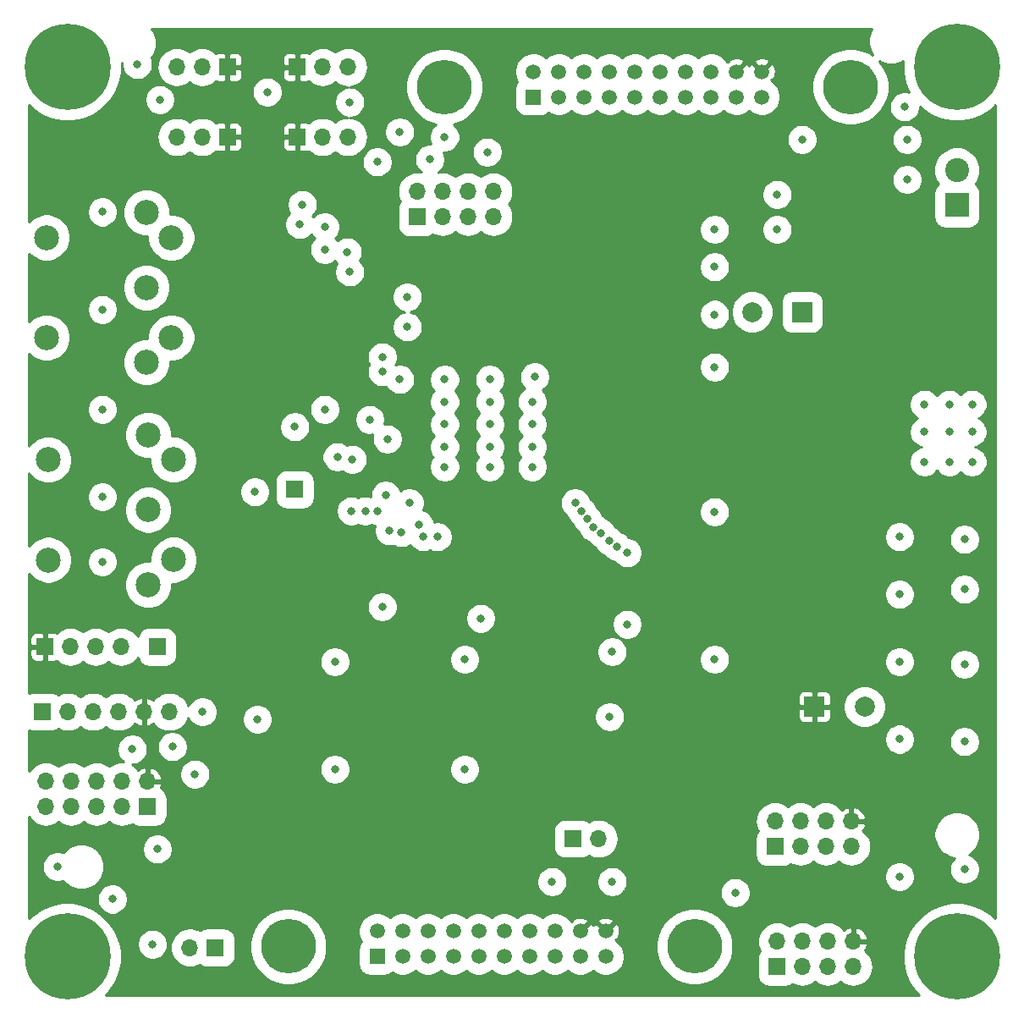
<source format=gbr>
G04 #@! TF.GenerationSoftware,KiCad,Pcbnew,(5.1.4-0-10_14)*
G04 #@! TF.CreationDate,2020-11-17T22:31:18+01:00*
G04 #@! TF.ProjectId,matrix_scanner,6d617472-6978-45f7-9363-616e6e65722e,rev?*
G04 #@! TF.SameCoordinates,Original*
G04 #@! TF.FileFunction,Copper,L3,Inr*
G04 #@! TF.FilePolarity,Positive*
%FSLAX46Y46*%
G04 Gerber Fmt 4.6, Leading zero omitted, Abs format (unit mm)*
G04 Created by KiCad (PCBNEW (5.1.4-0-10_14)) date 2020-11-17 22:31:18*
%MOMM*%
%LPD*%
G04 APERTURE LIST*
%ADD10R,1.700000X1.700000*%
%ADD11O,1.700000X1.700000*%
%ADD12C,2.499360*%
%ADD13C,5.460000*%
%ADD14C,1.520000*%
%ADD15R,1.520000X1.520000*%
%ADD16C,2.400000*%
%ADD17R,2.400000X2.400000*%
%ADD18C,0.900000*%
%ADD19C,8.600000*%
%ADD20C,2.000000*%
%ADD21R,2.000000X2.000000*%
%ADD22C,0.800000*%
%ADD23C,0.254000*%
G04 APERTURE END LIST*
D10*
X39750000Y-59250000D03*
X26000000Y-75000000D03*
D11*
X29260000Y-105100000D03*
D10*
X31800000Y-105100000D03*
D12*
X14902300Y-34048740D03*
X14902300Y-44051260D03*
X27399100Y-34053820D03*
X24897200Y-46548080D03*
X24899740Y-39050000D03*
X27399100Y-44046180D03*
X24897200Y-31551920D03*
D11*
X70140000Y-94200000D03*
D10*
X67600000Y-94200000D03*
D11*
X27200000Y-81500000D03*
X24660000Y-81500000D03*
X22120000Y-81500000D03*
X19580000Y-81500000D03*
X17040000Y-81500000D03*
D10*
X14500000Y-81500000D03*
D12*
X15102300Y-56298740D03*
X15102300Y-66301260D03*
X27599100Y-56303820D03*
X25097200Y-68798080D03*
X25099740Y-61300000D03*
X27599100Y-66296180D03*
X25097200Y-53801920D03*
D11*
X95620000Y-104460000D03*
X95620000Y-107000000D03*
X93080000Y-104460000D03*
X93080000Y-107000000D03*
X90540000Y-104460000D03*
X90540000Y-107000000D03*
X88000000Y-104460000D03*
D10*
X88000000Y-107000000D03*
D11*
X95420000Y-92460000D03*
X95420000Y-95000000D03*
X92880000Y-92460000D03*
X92880000Y-95000000D03*
X90340000Y-92460000D03*
X90340000Y-95000000D03*
X87800000Y-92460000D03*
D10*
X87800000Y-95000000D03*
D11*
X22370000Y-75000000D03*
X19830000Y-75000000D03*
X17290000Y-75000000D03*
D10*
X14750000Y-75000000D03*
D11*
X59620000Y-29460000D03*
X59620000Y-32000000D03*
X57080000Y-29460000D03*
X57080000Y-32000000D03*
X54540000Y-29460000D03*
X54540000Y-32000000D03*
X52000000Y-29460000D03*
D10*
X52000000Y-32000000D03*
D13*
X79750000Y-104980000D03*
X39110000Y-104980000D03*
D14*
X70860000Y-103460000D03*
X70860000Y-106000000D03*
X68320000Y-103460000D03*
X68320000Y-106000000D03*
X65780000Y-103460000D03*
X65780000Y-106000000D03*
X63240000Y-103460000D03*
X63240000Y-106000000D03*
X60700000Y-103460000D03*
X60700000Y-106000000D03*
X58160000Y-103460000D03*
X58160000Y-106000000D03*
X55620000Y-103460000D03*
X55620000Y-106000000D03*
X53080000Y-103460000D03*
X53080000Y-106000000D03*
X50540000Y-103460000D03*
X50540000Y-106000000D03*
X48000000Y-103460000D03*
D15*
X48000000Y-106000000D03*
D13*
X95350000Y-18980000D03*
X54710000Y-18980000D03*
D14*
X86460000Y-17460000D03*
X86460000Y-20000000D03*
X83920000Y-17460000D03*
X83920000Y-20000000D03*
X81380000Y-17460000D03*
X81380000Y-20000000D03*
X78840000Y-17460000D03*
X78840000Y-20000000D03*
X76300000Y-17460000D03*
X76300000Y-20000000D03*
X73760000Y-17460000D03*
X73760000Y-20000000D03*
X71220000Y-17460000D03*
X71220000Y-20000000D03*
X68680000Y-17460000D03*
X68680000Y-20000000D03*
X66140000Y-17460000D03*
X66140000Y-20000000D03*
X63600000Y-17460000D03*
D15*
X63600000Y-20000000D03*
D11*
X45080000Y-24000000D03*
X42540000Y-24000000D03*
D10*
X40000000Y-24000000D03*
D11*
X45080000Y-17000000D03*
X42540000Y-17000000D03*
D10*
X40000000Y-17000000D03*
D11*
X27920000Y-17000000D03*
X30460000Y-17000000D03*
D10*
X33000000Y-17000000D03*
D11*
X27920000Y-24000000D03*
X30460000Y-24000000D03*
D10*
X33000000Y-24000000D03*
D11*
X14840000Y-88460000D03*
X14840000Y-91000000D03*
X17380000Y-88460000D03*
X17380000Y-91000000D03*
X19920000Y-88460000D03*
X19920000Y-91000000D03*
X22460000Y-88460000D03*
X22460000Y-91000000D03*
X25000000Y-88460000D03*
D10*
X25000000Y-91000000D03*
D16*
X106000000Y-27300000D03*
D17*
X106000000Y-30800000D03*
D18*
X19280419Y-14719581D03*
X17000000Y-13775000D03*
X14719581Y-14719581D03*
X13775000Y-17000000D03*
X14719581Y-19280419D03*
X17000000Y-20225000D03*
X19280419Y-19280419D03*
X20225000Y-17000000D03*
D19*
X17000000Y-17000000D03*
D18*
X19280419Y-103719581D03*
X17000000Y-102775000D03*
X14719581Y-103719581D03*
X13775000Y-106000000D03*
X14719581Y-108280419D03*
X17000000Y-109225000D03*
X19280419Y-108280419D03*
X20225000Y-106000000D03*
D19*
X17000000Y-106000000D03*
D18*
X108280419Y-14719581D03*
X106000000Y-13775000D03*
X103719581Y-14719581D03*
X102775000Y-17000000D03*
X103719581Y-19280419D03*
X106000000Y-20225000D03*
X108280419Y-19280419D03*
X109225000Y-17000000D03*
D19*
X106000000Y-17000000D03*
D18*
X108280419Y-103719581D03*
X106000000Y-102775000D03*
X103719581Y-103719581D03*
X102775000Y-106000000D03*
X103719581Y-108280419D03*
X106000000Y-109225000D03*
X108280419Y-108280419D03*
X109225000Y-106000000D03*
D19*
X106000000Y-106000000D03*
D20*
X85500000Y-41500000D03*
D21*
X90500000Y-41500000D03*
D20*
X96750000Y-81000000D03*
D21*
X91750000Y-81000000D03*
D22*
X107500000Y-56500000D03*
X102750000Y-53500000D03*
X107500000Y-53500000D03*
X107500000Y-50750000D03*
X105250000Y-50750000D03*
X102750000Y-50750000D03*
X48500000Y-71000000D03*
X58350000Y-72150000D03*
X47250000Y-52250000D03*
X44000000Y-56000000D03*
X44000000Y-56000000D03*
X45500000Y-56250000D03*
X26000000Y-95250000D03*
X51000000Y-40000000D03*
X51000000Y-43000000D03*
X45250000Y-37500000D03*
X45000000Y-35500000D03*
X42750000Y-33000000D03*
X42750000Y-35250000D03*
X40250000Y-32750000D03*
X40500000Y-30750000D03*
X105250000Y-53500000D03*
X105250000Y-56500000D03*
X102750000Y-56500000D03*
X16000000Y-97000000D03*
X25500000Y-104750000D03*
X29750000Y-87750000D03*
X23500000Y-85250000D03*
X27500000Y-85000000D03*
X30500000Y-81500000D03*
X20500000Y-66500000D03*
X20500000Y-60000000D03*
X20500000Y-51250000D03*
X20500000Y-41250000D03*
X20500000Y-31500000D03*
X26250000Y-20250000D03*
X24000000Y-16750000D03*
X37000000Y-19500000D03*
X45250000Y-20500000D03*
X48000000Y-26500000D03*
X50250000Y-23500000D03*
X53250000Y-26250000D03*
X54750000Y-24000000D03*
X59000000Y-25500000D03*
X101000000Y-24250000D03*
X100750000Y-21000000D03*
X101000000Y-28250000D03*
X90500000Y-24250000D03*
X88000000Y-29750000D03*
X81750000Y-33250000D03*
X88000000Y-33250000D03*
X81750000Y-37000000D03*
X81750000Y-41750000D03*
X81750000Y-47000000D03*
X106750000Y-64250000D03*
X100250000Y-64000000D03*
X100250000Y-69750000D03*
X106750000Y-69250000D03*
X106750000Y-76750000D03*
X100250000Y-76500000D03*
X106750000Y-84500000D03*
X100250000Y-84250000D03*
X43750000Y-76500000D03*
X43750000Y-87250000D03*
X36000000Y-82250000D03*
X56750000Y-76250000D03*
X56750000Y-87250000D03*
X71500000Y-75500000D03*
X73000000Y-72750000D03*
X71250000Y-82000000D03*
X100250000Y-98000000D03*
X106750000Y-97250000D03*
X81750000Y-76250000D03*
X81750000Y-61500000D03*
X54750000Y-48250000D03*
X54750000Y-50500000D03*
X54750000Y-52750000D03*
X54750000Y-55000000D03*
X54750000Y-57000000D03*
X59250000Y-57000000D03*
X59250000Y-55000000D03*
X59250000Y-52750000D03*
X59250000Y-50500000D03*
X59250000Y-48250000D03*
X63750000Y-48000000D03*
X63500000Y-50500000D03*
X63500000Y-52750000D03*
X63500000Y-55000000D03*
X63500000Y-57000000D03*
X65500000Y-98500000D03*
X71500000Y-98500000D03*
X39750000Y-53000000D03*
X21500000Y-100250000D03*
X46000000Y-33750000D03*
X47000000Y-34750000D03*
X48500000Y-68000000D03*
X47612653Y-50112653D03*
X45000000Y-43000000D03*
X46500000Y-43750000D03*
X70750000Y-70250000D03*
X96250000Y-101500000D03*
X98250000Y-102500000D03*
X28250000Y-93500000D03*
X29500000Y-92750000D03*
X37750000Y-64250000D03*
X88250000Y-81000000D03*
X88000000Y-74250000D03*
X95500000Y-73250000D03*
X65400000Y-33200000D03*
X45400000Y-61400000D03*
X46800000Y-61400000D03*
X48000000Y-61400000D03*
X73000000Y-65600000D03*
X72000000Y-65000000D03*
X71200000Y-64400000D03*
X70400019Y-63599981D03*
X69600000Y-63000000D03*
X69000000Y-62200000D03*
X68400000Y-61400000D03*
X67800000Y-60600000D03*
X52600000Y-64000000D03*
X54000000Y-64000000D03*
X52200000Y-62800000D03*
X51200020Y-60599980D03*
X50412653Y-63587347D03*
X49200000Y-63400000D03*
X83800000Y-99600000D03*
X48830858Y-59830858D03*
X48500000Y-47500000D03*
X35750000Y-59500000D03*
X49000000Y-54200000D03*
X50250000Y-48250000D03*
X48500000Y-46000000D03*
X42750000Y-51250000D03*
D23*
G36*
X97350415Y-13304474D02*
G01*
X97176071Y-13725378D01*
X97087191Y-14172208D01*
X97087191Y-14627792D01*
X97176071Y-15074622D01*
X97350415Y-15495526D01*
X97570513Y-15824925D01*
X97176974Y-15561971D01*
X96475045Y-15271223D01*
X95729881Y-15123000D01*
X94970119Y-15123000D01*
X94224955Y-15271223D01*
X93523026Y-15561971D01*
X92891306Y-15984073D01*
X92354073Y-16521306D01*
X91931971Y-17153026D01*
X91641223Y-17854955D01*
X91493000Y-18600119D01*
X91493000Y-19359881D01*
X91641223Y-20105045D01*
X91931971Y-20806974D01*
X92354073Y-21438694D01*
X92891306Y-21975927D01*
X93523026Y-22398029D01*
X94224955Y-22688777D01*
X94970119Y-22837000D01*
X95729881Y-22837000D01*
X96475045Y-22688777D01*
X97176974Y-22398029D01*
X97808694Y-21975927D01*
X98345927Y-21438694D01*
X98768029Y-20806974D01*
X99058777Y-20105045D01*
X99207000Y-19359881D01*
X99207000Y-18600119D01*
X99058777Y-17854955D01*
X98768029Y-17153026D01*
X98345927Y-16521306D01*
X98213256Y-16388635D01*
X98304474Y-16449585D01*
X98725378Y-16623929D01*
X99172208Y-16712809D01*
X99627792Y-16712809D01*
X100074622Y-16623929D01*
X100495526Y-16449585D01*
X100588523Y-16387446D01*
X100573000Y-16465487D01*
X100573000Y-17534513D01*
X100781557Y-18582998D01*
X101172638Y-19527151D01*
X100900396Y-19473000D01*
X100599604Y-19473000D01*
X100304590Y-19531681D01*
X100026694Y-19646790D01*
X99776594Y-19813901D01*
X99563901Y-20026594D01*
X99396790Y-20276694D01*
X99281681Y-20554590D01*
X99223000Y-20849604D01*
X99223000Y-21150396D01*
X99281681Y-21445410D01*
X99396790Y-21723306D01*
X99563901Y-21973406D01*
X99776594Y-22186099D01*
X100026694Y-22353210D01*
X100304590Y-22468319D01*
X100599604Y-22527000D01*
X100900396Y-22527000D01*
X101195410Y-22468319D01*
X101473306Y-22353210D01*
X101723406Y-22186099D01*
X101936099Y-21973406D01*
X102103210Y-21723306D01*
X102218319Y-21445410D01*
X102277000Y-21150396D01*
X102277000Y-20951937D01*
X102540489Y-21215426D01*
X103429352Y-21809345D01*
X104417002Y-22218443D01*
X105465487Y-22427000D01*
X106534513Y-22427000D01*
X107582998Y-22218443D01*
X108570648Y-21809345D01*
X109459511Y-21215426D01*
X109848001Y-20826936D01*
X109848000Y-102173063D01*
X109459511Y-101784574D01*
X108570648Y-101190655D01*
X107582998Y-100781557D01*
X106534513Y-100573000D01*
X105465487Y-100573000D01*
X104417002Y-100781557D01*
X103429352Y-101190655D01*
X102540489Y-101784574D01*
X101784574Y-102540489D01*
X101190655Y-103429352D01*
X100781557Y-104417002D01*
X100573000Y-105465487D01*
X100573000Y-106534513D01*
X100781557Y-107582998D01*
X101190655Y-108570648D01*
X101784574Y-109459511D01*
X102173063Y-109848000D01*
X20826937Y-109848000D01*
X21215426Y-109459511D01*
X21809345Y-108570648D01*
X22218443Y-107582998D01*
X22427000Y-106534513D01*
X22427000Y-105465487D01*
X22254765Y-104599604D01*
X23973000Y-104599604D01*
X23973000Y-104900396D01*
X24031681Y-105195410D01*
X24146790Y-105473306D01*
X24313901Y-105723406D01*
X24526594Y-105936099D01*
X24776694Y-106103210D01*
X25054590Y-106218319D01*
X25349604Y-106277000D01*
X25650396Y-106277000D01*
X25945410Y-106218319D01*
X26223306Y-106103210D01*
X26473406Y-105936099D01*
X26686099Y-105723406D01*
X26853210Y-105473306D01*
X26968319Y-105195410D01*
X26987296Y-105100000D01*
X27273435Y-105100000D01*
X27311606Y-105487560D01*
X27424653Y-105860226D01*
X27608232Y-106203676D01*
X27855286Y-106504714D01*
X28156324Y-106751768D01*
X28499774Y-106935347D01*
X28872440Y-107048394D01*
X29162884Y-107077000D01*
X29357116Y-107077000D01*
X29647560Y-107048394D01*
X30020226Y-106935347D01*
X30234555Y-106820785D01*
X30320843Y-106891600D01*
X30516629Y-106996250D01*
X30729069Y-107060693D01*
X30950000Y-107082453D01*
X32650000Y-107082453D01*
X32870931Y-107060693D01*
X33083371Y-106996250D01*
X33279157Y-106891600D01*
X33450765Y-106750765D01*
X33591600Y-106579157D01*
X33696250Y-106383371D01*
X33760693Y-106170931D01*
X33782453Y-105950000D01*
X33782453Y-104600119D01*
X35253000Y-104600119D01*
X35253000Y-105359881D01*
X35401223Y-106105045D01*
X35691971Y-106806974D01*
X36114073Y-107438694D01*
X36651306Y-107975927D01*
X37283026Y-108398029D01*
X37984955Y-108688777D01*
X38730119Y-108837000D01*
X39489881Y-108837000D01*
X40235045Y-108688777D01*
X40936974Y-108398029D01*
X41568694Y-107975927D01*
X42105927Y-107438694D01*
X42528029Y-106806974D01*
X42818777Y-106105045D01*
X42967000Y-105359881D01*
X42967000Y-105240000D01*
X46107547Y-105240000D01*
X46107547Y-106760000D01*
X46129307Y-106980931D01*
X46193750Y-107193371D01*
X46298400Y-107389157D01*
X46439235Y-107560765D01*
X46610843Y-107701600D01*
X46806629Y-107806250D01*
X47019069Y-107870693D01*
X47240000Y-107892453D01*
X48760000Y-107892453D01*
X48980931Y-107870693D01*
X49193371Y-107806250D01*
X49389157Y-107701600D01*
X49524223Y-107590754D01*
X49646171Y-107672237D01*
X49989583Y-107814483D01*
X50354147Y-107887000D01*
X50725853Y-107887000D01*
X51090417Y-107814483D01*
X51433829Y-107672237D01*
X51742892Y-107465728D01*
X51810000Y-107398620D01*
X51877108Y-107465728D01*
X52186171Y-107672237D01*
X52529583Y-107814483D01*
X52894147Y-107887000D01*
X53265853Y-107887000D01*
X53630417Y-107814483D01*
X53973829Y-107672237D01*
X54282892Y-107465728D01*
X54350000Y-107398620D01*
X54417108Y-107465728D01*
X54726171Y-107672237D01*
X55069583Y-107814483D01*
X55434147Y-107887000D01*
X55805853Y-107887000D01*
X56170417Y-107814483D01*
X56513829Y-107672237D01*
X56822892Y-107465728D01*
X56890000Y-107398620D01*
X56957108Y-107465728D01*
X57266171Y-107672237D01*
X57609583Y-107814483D01*
X57974147Y-107887000D01*
X58345853Y-107887000D01*
X58710417Y-107814483D01*
X59053829Y-107672237D01*
X59362892Y-107465728D01*
X59430000Y-107398620D01*
X59497108Y-107465728D01*
X59806171Y-107672237D01*
X60149583Y-107814483D01*
X60514147Y-107887000D01*
X60885853Y-107887000D01*
X61250417Y-107814483D01*
X61593829Y-107672237D01*
X61902892Y-107465728D01*
X61970000Y-107398620D01*
X62037108Y-107465728D01*
X62346171Y-107672237D01*
X62689583Y-107814483D01*
X63054147Y-107887000D01*
X63425853Y-107887000D01*
X63790417Y-107814483D01*
X64133829Y-107672237D01*
X64442892Y-107465728D01*
X64510000Y-107398620D01*
X64577108Y-107465728D01*
X64886171Y-107672237D01*
X65229583Y-107814483D01*
X65594147Y-107887000D01*
X65965853Y-107887000D01*
X66330417Y-107814483D01*
X66673829Y-107672237D01*
X66982892Y-107465728D01*
X67050000Y-107398620D01*
X67117108Y-107465728D01*
X67426171Y-107672237D01*
X67769583Y-107814483D01*
X68134147Y-107887000D01*
X68505853Y-107887000D01*
X68870417Y-107814483D01*
X69213829Y-107672237D01*
X69522892Y-107465728D01*
X69590000Y-107398620D01*
X69657108Y-107465728D01*
X69966171Y-107672237D01*
X70309583Y-107814483D01*
X70674147Y-107887000D01*
X71045853Y-107887000D01*
X71410417Y-107814483D01*
X71753829Y-107672237D01*
X72062892Y-107465728D01*
X72325728Y-107202892D01*
X72532237Y-106893829D01*
X72674483Y-106550417D01*
X72747000Y-106185853D01*
X72747000Y-105814147D01*
X72674483Y-105449583D01*
X72532237Y-105106171D01*
X72325728Y-104797108D01*
X72128739Y-104600119D01*
X75893000Y-104600119D01*
X75893000Y-105359881D01*
X76041223Y-106105045D01*
X76331971Y-106806974D01*
X76754073Y-107438694D01*
X77291306Y-107975927D01*
X77923026Y-108398029D01*
X78624955Y-108688777D01*
X79370119Y-108837000D01*
X80129881Y-108837000D01*
X80875045Y-108688777D01*
X81576974Y-108398029D01*
X82208694Y-107975927D01*
X82745927Y-107438694D01*
X83168029Y-106806974D01*
X83458777Y-106105045D01*
X83607000Y-105359881D01*
X83607000Y-104600119D01*
X83579129Y-104460000D01*
X86013435Y-104460000D01*
X86051606Y-104847560D01*
X86164653Y-105220226D01*
X86279215Y-105434555D01*
X86208400Y-105520843D01*
X86103750Y-105716629D01*
X86039307Y-105929069D01*
X86017547Y-106150000D01*
X86017547Y-107850000D01*
X86039307Y-108070931D01*
X86103750Y-108283371D01*
X86208400Y-108479157D01*
X86349235Y-108650765D01*
X86520843Y-108791600D01*
X86716629Y-108896250D01*
X86929069Y-108960693D01*
X87150000Y-108982453D01*
X88850000Y-108982453D01*
X89070931Y-108960693D01*
X89283371Y-108896250D01*
X89479157Y-108791600D01*
X89565445Y-108720785D01*
X89779774Y-108835347D01*
X90152440Y-108948394D01*
X90442884Y-108977000D01*
X90637116Y-108977000D01*
X90927560Y-108948394D01*
X91300226Y-108835347D01*
X91643676Y-108651768D01*
X91810000Y-108515270D01*
X91976324Y-108651768D01*
X92319774Y-108835347D01*
X92692440Y-108948394D01*
X92982884Y-108977000D01*
X93177116Y-108977000D01*
X93467560Y-108948394D01*
X93840226Y-108835347D01*
X94183676Y-108651768D01*
X94350000Y-108515270D01*
X94516324Y-108651768D01*
X94859774Y-108835347D01*
X95232440Y-108948394D01*
X95522884Y-108977000D01*
X95717116Y-108977000D01*
X96007560Y-108948394D01*
X96380226Y-108835347D01*
X96723676Y-108651768D01*
X97024714Y-108404714D01*
X97271768Y-108103676D01*
X97455347Y-107760226D01*
X97568394Y-107387560D01*
X97606565Y-107000000D01*
X97568394Y-106612440D01*
X97455347Y-106239774D01*
X97271768Y-105896324D01*
X97024714Y-105595286D01*
X96772708Y-105388471D01*
X96815178Y-105341355D01*
X96964157Y-105091252D01*
X97061481Y-104816891D01*
X96940814Y-104587000D01*
X95747000Y-104587000D01*
X95747000Y-104607000D01*
X95493000Y-104607000D01*
X95493000Y-104587000D01*
X95473000Y-104587000D01*
X95473000Y-104333000D01*
X95493000Y-104333000D01*
X95493000Y-103139845D01*
X95747000Y-103139845D01*
X95747000Y-104333000D01*
X96940814Y-104333000D01*
X97061481Y-104103109D01*
X96964157Y-103828748D01*
X96815178Y-103578645D01*
X96620269Y-103362412D01*
X96386920Y-103188359D01*
X96124099Y-103063175D01*
X95976890Y-103018524D01*
X95747000Y-103139845D01*
X95493000Y-103139845D01*
X95263110Y-103018524D01*
X95115901Y-103063175D01*
X94853080Y-103188359D01*
X94692326Y-103308264D01*
X94484714Y-103055286D01*
X94183676Y-102808232D01*
X93840226Y-102624653D01*
X93467560Y-102511606D01*
X93177116Y-102483000D01*
X92982884Y-102483000D01*
X92692440Y-102511606D01*
X92319774Y-102624653D01*
X91976324Y-102808232D01*
X91810000Y-102944730D01*
X91643676Y-102808232D01*
X91300226Y-102624653D01*
X90927560Y-102511606D01*
X90637116Y-102483000D01*
X90442884Y-102483000D01*
X90152440Y-102511606D01*
X89779774Y-102624653D01*
X89436324Y-102808232D01*
X89270000Y-102944730D01*
X89103676Y-102808232D01*
X88760226Y-102624653D01*
X88387560Y-102511606D01*
X88097116Y-102483000D01*
X87902884Y-102483000D01*
X87612440Y-102511606D01*
X87239774Y-102624653D01*
X86896324Y-102808232D01*
X86595286Y-103055286D01*
X86348232Y-103356324D01*
X86164653Y-103699774D01*
X86051606Y-104072440D01*
X86013435Y-104460000D01*
X83579129Y-104460000D01*
X83458777Y-103854955D01*
X83168029Y-103153026D01*
X82745927Y-102521306D01*
X82208694Y-101984073D01*
X81576974Y-101561971D01*
X80875045Y-101271223D01*
X80129881Y-101123000D01*
X79370119Y-101123000D01*
X78624955Y-101271223D01*
X77923026Y-101561971D01*
X77291306Y-101984073D01*
X76754073Y-102521306D01*
X76331971Y-103153026D01*
X76041223Y-103854955D01*
X75893000Y-104600119D01*
X72128739Y-104600119D01*
X72062892Y-104534272D01*
X71885657Y-104415847D01*
X71940556Y-104360948D01*
X71824139Y-104244531D01*
X72064025Y-104177794D01*
X72180924Y-103929108D01*
X72247061Y-103662394D01*
X72259895Y-103387903D01*
X72218931Y-103116183D01*
X72125744Y-102857674D01*
X72064025Y-102742206D01*
X71824137Y-102675469D01*
X71039605Y-103460000D01*
X71053748Y-103474142D01*
X70874143Y-103653748D01*
X70860000Y-103639605D01*
X70845858Y-103653748D01*
X70666252Y-103474142D01*
X70680395Y-103460000D01*
X69895863Y-102675469D01*
X69655975Y-102742206D01*
X69592668Y-102876882D01*
X69585744Y-102857674D01*
X69524025Y-102742206D01*
X69284137Y-102675469D01*
X68499605Y-103460000D01*
X68513748Y-103474142D01*
X68334143Y-103653748D01*
X68320000Y-103639605D01*
X68305858Y-103653748D01*
X68126253Y-103474143D01*
X68140395Y-103460000D01*
X68126253Y-103445858D01*
X68305858Y-103266252D01*
X68320000Y-103280395D01*
X69104531Y-102495863D01*
X70075469Y-102495863D01*
X70860000Y-103280395D01*
X71644531Y-102495863D01*
X71577794Y-102255975D01*
X71329108Y-102139076D01*
X71062394Y-102072939D01*
X70787903Y-102060105D01*
X70516183Y-102101069D01*
X70257674Y-102194256D01*
X70142206Y-102255975D01*
X70075469Y-102495863D01*
X69104531Y-102495863D01*
X69037794Y-102255975D01*
X68789108Y-102139076D01*
X68522394Y-102072939D01*
X68247903Y-102060105D01*
X67976183Y-102101069D01*
X67717674Y-102194256D01*
X67602206Y-102255975D01*
X67535469Y-102495861D01*
X67419052Y-102379444D01*
X67364153Y-102434343D01*
X67245728Y-102257108D01*
X66982892Y-101994272D01*
X66673829Y-101787763D01*
X66330417Y-101645517D01*
X65965853Y-101573000D01*
X65594147Y-101573000D01*
X65229583Y-101645517D01*
X64886171Y-101787763D01*
X64577108Y-101994272D01*
X64510000Y-102061380D01*
X64442892Y-101994272D01*
X64133829Y-101787763D01*
X63790417Y-101645517D01*
X63425853Y-101573000D01*
X63054147Y-101573000D01*
X62689583Y-101645517D01*
X62346171Y-101787763D01*
X62037108Y-101994272D01*
X61970000Y-102061380D01*
X61902892Y-101994272D01*
X61593829Y-101787763D01*
X61250417Y-101645517D01*
X60885853Y-101573000D01*
X60514147Y-101573000D01*
X60149583Y-101645517D01*
X59806171Y-101787763D01*
X59497108Y-101994272D01*
X59430000Y-102061380D01*
X59362892Y-101994272D01*
X59053829Y-101787763D01*
X58710417Y-101645517D01*
X58345853Y-101573000D01*
X57974147Y-101573000D01*
X57609583Y-101645517D01*
X57266171Y-101787763D01*
X56957108Y-101994272D01*
X56890000Y-102061380D01*
X56822892Y-101994272D01*
X56513829Y-101787763D01*
X56170417Y-101645517D01*
X55805853Y-101573000D01*
X55434147Y-101573000D01*
X55069583Y-101645517D01*
X54726171Y-101787763D01*
X54417108Y-101994272D01*
X54350000Y-102061380D01*
X54282892Y-101994272D01*
X53973829Y-101787763D01*
X53630417Y-101645517D01*
X53265853Y-101573000D01*
X52894147Y-101573000D01*
X52529583Y-101645517D01*
X52186171Y-101787763D01*
X51877108Y-101994272D01*
X51810000Y-102061380D01*
X51742892Y-101994272D01*
X51433829Y-101787763D01*
X51090417Y-101645517D01*
X50725853Y-101573000D01*
X50354147Y-101573000D01*
X49989583Y-101645517D01*
X49646171Y-101787763D01*
X49337108Y-101994272D01*
X49270000Y-102061380D01*
X49202892Y-101994272D01*
X48893829Y-101787763D01*
X48550417Y-101645517D01*
X48185853Y-101573000D01*
X47814147Y-101573000D01*
X47449583Y-101645517D01*
X47106171Y-101787763D01*
X46797108Y-101994272D01*
X46534272Y-102257108D01*
X46327763Y-102566171D01*
X46185517Y-102909583D01*
X46113000Y-103274147D01*
X46113000Y-103645853D01*
X46185517Y-104010417D01*
X46327763Y-104353829D01*
X46409246Y-104475777D01*
X46298400Y-104610843D01*
X46193750Y-104806629D01*
X46129307Y-105019069D01*
X46107547Y-105240000D01*
X42967000Y-105240000D01*
X42967000Y-104600119D01*
X42818777Y-103854955D01*
X42528029Y-103153026D01*
X42105927Y-102521306D01*
X41568694Y-101984073D01*
X40936974Y-101561971D01*
X40235045Y-101271223D01*
X39489881Y-101123000D01*
X38730119Y-101123000D01*
X37984955Y-101271223D01*
X37283026Y-101561971D01*
X36651306Y-101984073D01*
X36114073Y-102521306D01*
X35691971Y-103153026D01*
X35401223Y-103854955D01*
X35253000Y-104600119D01*
X33782453Y-104600119D01*
X33782453Y-104250000D01*
X33760693Y-104029069D01*
X33696250Y-103816629D01*
X33591600Y-103620843D01*
X33450765Y-103449235D01*
X33279157Y-103308400D01*
X33083371Y-103203750D01*
X32870931Y-103139307D01*
X32650000Y-103117547D01*
X30950000Y-103117547D01*
X30729069Y-103139307D01*
X30516629Y-103203750D01*
X30320843Y-103308400D01*
X30234555Y-103379215D01*
X30020226Y-103264653D01*
X29647560Y-103151606D01*
X29357116Y-103123000D01*
X29162884Y-103123000D01*
X28872440Y-103151606D01*
X28499774Y-103264653D01*
X28156324Y-103448232D01*
X27855286Y-103695286D01*
X27608232Y-103996324D01*
X27424653Y-104339774D01*
X27311606Y-104712440D01*
X27273435Y-105100000D01*
X26987296Y-105100000D01*
X27027000Y-104900396D01*
X27027000Y-104599604D01*
X26968319Y-104304590D01*
X26853210Y-104026694D01*
X26686099Y-103776594D01*
X26473406Y-103563901D01*
X26223306Y-103396790D01*
X25945410Y-103281681D01*
X25650396Y-103223000D01*
X25349604Y-103223000D01*
X25054590Y-103281681D01*
X24776694Y-103396790D01*
X24526594Y-103563901D01*
X24313901Y-103776594D01*
X24146790Y-104026694D01*
X24031681Y-104304590D01*
X23973000Y-104599604D01*
X22254765Y-104599604D01*
X22218443Y-104417002D01*
X21809345Y-103429352D01*
X21215426Y-102540489D01*
X20459511Y-101784574D01*
X19570648Y-101190655D01*
X18582998Y-100781557D01*
X17534513Y-100573000D01*
X16465487Y-100573000D01*
X15417002Y-100781557D01*
X14429352Y-101190655D01*
X13540489Y-101784574D01*
X13152000Y-102173063D01*
X13152000Y-100099604D01*
X19973000Y-100099604D01*
X19973000Y-100400396D01*
X20031681Y-100695410D01*
X20146790Y-100973306D01*
X20313901Y-101223406D01*
X20526594Y-101436099D01*
X20776694Y-101603210D01*
X21054590Y-101718319D01*
X21349604Y-101777000D01*
X21650396Y-101777000D01*
X21945410Y-101718319D01*
X22223306Y-101603210D01*
X22473406Y-101436099D01*
X22686099Y-101223406D01*
X22853210Y-100973306D01*
X22968319Y-100695410D01*
X23027000Y-100400396D01*
X23027000Y-100099604D01*
X22968319Y-99804590D01*
X22853210Y-99526694D01*
X22686099Y-99276594D01*
X22473406Y-99063901D01*
X22223306Y-98896790D01*
X21945410Y-98781681D01*
X21650396Y-98723000D01*
X21349604Y-98723000D01*
X21054590Y-98781681D01*
X20776694Y-98896790D01*
X20526594Y-99063901D01*
X20313901Y-99276594D01*
X20146790Y-99526694D01*
X20031681Y-99804590D01*
X19973000Y-100099604D01*
X13152000Y-100099604D01*
X13152000Y-96849604D01*
X14473000Y-96849604D01*
X14473000Y-97150396D01*
X14531681Y-97445410D01*
X14646790Y-97723306D01*
X14813901Y-97973406D01*
X15026594Y-98186099D01*
X15276694Y-98353210D01*
X15554590Y-98468319D01*
X15849604Y-98527000D01*
X16150396Y-98527000D01*
X16445410Y-98468319D01*
X16566103Y-98418326D01*
X16603524Y-98474330D01*
X16925670Y-98796476D01*
X17304474Y-99049585D01*
X17725378Y-99223929D01*
X18172208Y-99312809D01*
X18627792Y-99312809D01*
X19074622Y-99223929D01*
X19495526Y-99049585D01*
X19874330Y-98796476D01*
X20196476Y-98474330D01*
X20279815Y-98349604D01*
X63973000Y-98349604D01*
X63973000Y-98650396D01*
X64031681Y-98945410D01*
X64146790Y-99223306D01*
X64313901Y-99473406D01*
X64526594Y-99686099D01*
X64776694Y-99853210D01*
X65054590Y-99968319D01*
X65349604Y-100027000D01*
X65650396Y-100027000D01*
X65945410Y-99968319D01*
X66223306Y-99853210D01*
X66473406Y-99686099D01*
X66686099Y-99473406D01*
X66853210Y-99223306D01*
X66968319Y-98945410D01*
X67027000Y-98650396D01*
X67027000Y-98349604D01*
X69973000Y-98349604D01*
X69973000Y-98650396D01*
X70031681Y-98945410D01*
X70146790Y-99223306D01*
X70313901Y-99473406D01*
X70526594Y-99686099D01*
X70776694Y-99853210D01*
X71054590Y-99968319D01*
X71349604Y-100027000D01*
X71650396Y-100027000D01*
X71945410Y-99968319D01*
X72223306Y-99853210D01*
X72473406Y-99686099D01*
X72686099Y-99473406D01*
X72702002Y-99449604D01*
X82273000Y-99449604D01*
X82273000Y-99750396D01*
X82331681Y-100045410D01*
X82446790Y-100323306D01*
X82613901Y-100573406D01*
X82826594Y-100786099D01*
X83076694Y-100953210D01*
X83354590Y-101068319D01*
X83649604Y-101127000D01*
X83950396Y-101127000D01*
X84245410Y-101068319D01*
X84523306Y-100953210D01*
X84773406Y-100786099D01*
X84986099Y-100573406D01*
X85153210Y-100323306D01*
X85268319Y-100045410D01*
X85327000Y-99750396D01*
X85327000Y-99449604D01*
X85268319Y-99154590D01*
X85153210Y-98876694D01*
X84986099Y-98626594D01*
X84773406Y-98413901D01*
X84523306Y-98246790D01*
X84245410Y-98131681D01*
X83950396Y-98073000D01*
X83649604Y-98073000D01*
X83354590Y-98131681D01*
X83076694Y-98246790D01*
X82826594Y-98413901D01*
X82613901Y-98626594D01*
X82446790Y-98876694D01*
X82331681Y-99154590D01*
X82273000Y-99449604D01*
X72702002Y-99449604D01*
X72853210Y-99223306D01*
X72968319Y-98945410D01*
X73027000Y-98650396D01*
X73027000Y-98349604D01*
X72968319Y-98054590D01*
X72883411Y-97849604D01*
X98723000Y-97849604D01*
X98723000Y-98150396D01*
X98781681Y-98445410D01*
X98896790Y-98723306D01*
X99063901Y-98973406D01*
X99276594Y-99186099D01*
X99526694Y-99353210D01*
X99804590Y-99468319D01*
X100099604Y-99527000D01*
X100400396Y-99527000D01*
X100695410Y-99468319D01*
X100973306Y-99353210D01*
X101223406Y-99186099D01*
X101436099Y-98973406D01*
X101603210Y-98723306D01*
X101718319Y-98445410D01*
X101777000Y-98150396D01*
X101777000Y-97849604D01*
X101718319Y-97554590D01*
X101603210Y-97276694D01*
X101436099Y-97026594D01*
X101223406Y-96813901D01*
X100973306Y-96646790D01*
X100695410Y-96531681D01*
X100400396Y-96473000D01*
X100099604Y-96473000D01*
X99804590Y-96531681D01*
X99526694Y-96646790D01*
X99276594Y-96813901D01*
X99063901Y-97026594D01*
X98896790Y-97276694D01*
X98781681Y-97554590D01*
X98723000Y-97849604D01*
X72883411Y-97849604D01*
X72853210Y-97776694D01*
X72686099Y-97526594D01*
X72473406Y-97313901D01*
X72223306Y-97146790D01*
X71945410Y-97031681D01*
X71650396Y-96973000D01*
X71349604Y-96973000D01*
X71054590Y-97031681D01*
X70776694Y-97146790D01*
X70526594Y-97313901D01*
X70313901Y-97526594D01*
X70146790Y-97776694D01*
X70031681Y-98054590D01*
X69973000Y-98349604D01*
X67027000Y-98349604D01*
X66968319Y-98054590D01*
X66853210Y-97776694D01*
X66686099Y-97526594D01*
X66473406Y-97313901D01*
X66223306Y-97146790D01*
X65945410Y-97031681D01*
X65650396Y-96973000D01*
X65349604Y-96973000D01*
X65054590Y-97031681D01*
X64776694Y-97146790D01*
X64526594Y-97313901D01*
X64313901Y-97526594D01*
X64146790Y-97776694D01*
X64031681Y-98054590D01*
X63973000Y-98349604D01*
X20279815Y-98349604D01*
X20449585Y-98095526D01*
X20623929Y-97674622D01*
X20712809Y-97227792D01*
X20712809Y-96772208D01*
X20623929Y-96325378D01*
X20449585Y-95904474D01*
X20196476Y-95525670D01*
X19874330Y-95203524D01*
X19718803Y-95099604D01*
X24473000Y-95099604D01*
X24473000Y-95400396D01*
X24531681Y-95695410D01*
X24646790Y-95973306D01*
X24813901Y-96223406D01*
X25026594Y-96436099D01*
X25276694Y-96603210D01*
X25554590Y-96718319D01*
X25849604Y-96777000D01*
X26150396Y-96777000D01*
X26445410Y-96718319D01*
X26723306Y-96603210D01*
X26973406Y-96436099D01*
X27186099Y-96223406D01*
X27353210Y-95973306D01*
X27468319Y-95695410D01*
X27527000Y-95400396D01*
X27527000Y-95099604D01*
X27468319Y-94804590D01*
X27353210Y-94526694D01*
X27186099Y-94276594D01*
X26973406Y-94063901D01*
X26723306Y-93896790D01*
X26445410Y-93781681D01*
X26150396Y-93723000D01*
X25849604Y-93723000D01*
X25554590Y-93781681D01*
X25276694Y-93896790D01*
X25026594Y-94063901D01*
X24813901Y-94276594D01*
X24646790Y-94526694D01*
X24531681Y-94804590D01*
X24473000Y-95099604D01*
X19718803Y-95099604D01*
X19495526Y-94950415D01*
X19074622Y-94776071D01*
X18627792Y-94687191D01*
X18172208Y-94687191D01*
X17725378Y-94776071D01*
X17304474Y-94950415D01*
X16925670Y-95203524D01*
X16603524Y-95525670D01*
X16566103Y-95581674D01*
X16445410Y-95531681D01*
X16150396Y-95473000D01*
X15849604Y-95473000D01*
X15554590Y-95531681D01*
X15276694Y-95646790D01*
X15026594Y-95813901D01*
X14813901Y-96026594D01*
X14646790Y-96276694D01*
X14531681Y-96554590D01*
X14473000Y-96849604D01*
X13152000Y-96849604D01*
X13152000Y-93350000D01*
X65617547Y-93350000D01*
X65617547Y-95050000D01*
X65639307Y-95270931D01*
X65703750Y-95483371D01*
X65808400Y-95679157D01*
X65949235Y-95850765D01*
X66120843Y-95991600D01*
X66316629Y-96096250D01*
X66529069Y-96160693D01*
X66750000Y-96182453D01*
X68450000Y-96182453D01*
X68670931Y-96160693D01*
X68883371Y-96096250D01*
X69079157Y-95991600D01*
X69165445Y-95920785D01*
X69379774Y-96035347D01*
X69752440Y-96148394D01*
X70042884Y-96177000D01*
X70237116Y-96177000D01*
X70527560Y-96148394D01*
X70900226Y-96035347D01*
X71243676Y-95851768D01*
X71544714Y-95604714D01*
X71791768Y-95303676D01*
X71975347Y-94960226D01*
X72088394Y-94587560D01*
X72126565Y-94200000D01*
X72088394Y-93812440D01*
X71975347Y-93439774D01*
X71791768Y-93096324D01*
X71544714Y-92795286D01*
X71243676Y-92548232D01*
X71078607Y-92460000D01*
X85813435Y-92460000D01*
X85851606Y-92847560D01*
X85964653Y-93220226D01*
X86079215Y-93434555D01*
X86008400Y-93520843D01*
X85903750Y-93716629D01*
X85839307Y-93929069D01*
X85817547Y-94150000D01*
X85817547Y-95850000D01*
X85839307Y-96070931D01*
X85903750Y-96283371D01*
X86008400Y-96479157D01*
X86149235Y-96650765D01*
X86320843Y-96791600D01*
X86516629Y-96896250D01*
X86729069Y-96960693D01*
X86950000Y-96982453D01*
X88650000Y-96982453D01*
X88870931Y-96960693D01*
X89083371Y-96896250D01*
X89279157Y-96791600D01*
X89365445Y-96720785D01*
X89579774Y-96835347D01*
X89952440Y-96948394D01*
X90242884Y-96977000D01*
X90437116Y-96977000D01*
X90727560Y-96948394D01*
X91100226Y-96835347D01*
X91443676Y-96651768D01*
X91610000Y-96515270D01*
X91776324Y-96651768D01*
X92119774Y-96835347D01*
X92492440Y-96948394D01*
X92782884Y-96977000D01*
X92977116Y-96977000D01*
X93267560Y-96948394D01*
X93640226Y-96835347D01*
X93983676Y-96651768D01*
X94150000Y-96515270D01*
X94316324Y-96651768D01*
X94659774Y-96835347D01*
X95032440Y-96948394D01*
X95322884Y-96977000D01*
X95517116Y-96977000D01*
X95807560Y-96948394D01*
X96180226Y-96835347D01*
X96523676Y-96651768D01*
X96824714Y-96404714D01*
X97071768Y-96103676D01*
X97255347Y-95760226D01*
X97368394Y-95387560D01*
X97406565Y-95000000D01*
X97368394Y-94612440D01*
X97255347Y-94239774D01*
X97071768Y-93896324D01*
X96824714Y-93595286D01*
X96796594Y-93572208D01*
X103687191Y-93572208D01*
X103687191Y-94027792D01*
X103776071Y-94474622D01*
X103950415Y-94895526D01*
X104203524Y-95274330D01*
X104525670Y-95596476D01*
X104904474Y-95849585D01*
X105325378Y-96023929D01*
X105735073Y-96105422D01*
X105563901Y-96276594D01*
X105396790Y-96526694D01*
X105281681Y-96804590D01*
X105223000Y-97099604D01*
X105223000Y-97400396D01*
X105281681Y-97695410D01*
X105396790Y-97973306D01*
X105563901Y-98223406D01*
X105776594Y-98436099D01*
X106026694Y-98603210D01*
X106304590Y-98718319D01*
X106599604Y-98777000D01*
X106900396Y-98777000D01*
X107195410Y-98718319D01*
X107473306Y-98603210D01*
X107723406Y-98436099D01*
X107936099Y-98223406D01*
X108103210Y-97973306D01*
X108218319Y-97695410D01*
X108277000Y-97400396D01*
X108277000Y-97099604D01*
X108218319Y-96804590D01*
X108103210Y-96526694D01*
X107936099Y-96276594D01*
X107723406Y-96063901D01*
X107473306Y-95896790D01*
X107196485Y-95782126D01*
X107474330Y-95596476D01*
X107796476Y-95274330D01*
X108049585Y-94895526D01*
X108223929Y-94474622D01*
X108312809Y-94027792D01*
X108312809Y-93572208D01*
X108223929Y-93125378D01*
X108049585Y-92704474D01*
X107796476Y-92325670D01*
X107474330Y-92003524D01*
X107095526Y-91750415D01*
X106674622Y-91576071D01*
X106227792Y-91487191D01*
X105772208Y-91487191D01*
X105325378Y-91576071D01*
X104904474Y-91750415D01*
X104525670Y-92003524D01*
X104203524Y-92325670D01*
X103950415Y-92704474D01*
X103776071Y-93125378D01*
X103687191Y-93572208D01*
X96796594Y-93572208D01*
X96572708Y-93388471D01*
X96615178Y-93341355D01*
X96764157Y-93091252D01*
X96861481Y-92816891D01*
X96740814Y-92587000D01*
X95547000Y-92587000D01*
X95547000Y-92607000D01*
X95293000Y-92607000D01*
X95293000Y-92587000D01*
X95273000Y-92587000D01*
X95273000Y-92333000D01*
X95293000Y-92333000D01*
X95293000Y-91139845D01*
X95547000Y-91139845D01*
X95547000Y-92333000D01*
X96740814Y-92333000D01*
X96861481Y-92103109D01*
X96764157Y-91828748D01*
X96615178Y-91578645D01*
X96420269Y-91362412D01*
X96186920Y-91188359D01*
X95924099Y-91063175D01*
X95776890Y-91018524D01*
X95547000Y-91139845D01*
X95293000Y-91139845D01*
X95063110Y-91018524D01*
X94915901Y-91063175D01*
X94653080Y-91188359D01*
X94492326Y-91308264D01*
X94284714Y-91055286D01*
X93983676Y-90808232D01*
X93640226Y-90624653D01*
X93267560Y-90511606D01*
X92977116Y-90483000D01*
X92782884Y-90483000D01*
X92492440Y-90511606D01*
X92119774Y-90624653D01*
X91776324Y-90808232D01*
X91610000Y-90944730D01*
X91443676Y-90808232D01*
X91100226Y-90624653D01*
X90727560Y-90511606D01*
X90437116Y-90483000D01*
X90242884Y-90483000D01*
X89952440Y-90511606D01*
X89579774Y-90624653D01*
X89236324Y-90808232D01*
X89070000Y-90944730D01*
X88903676Y-90808232D01*
X88560226Y-90624653D01*
X88187560Y-90511606D01*
X87897116Y-90483000D01*
X87702884Y-90483000D01*
X87412440Y-90511606D01*
X87039774Y-90624653D01*
X86696324Y-90808232D01*
X86395286Y-91055286D01*
X86148232Y-91356324D01*
X85964653Y-91699774D01*
X85851606Y-92072440D01*
X85813435Y-92460000D01*
X71078607Y-92460000D01*
X70900226Y-92364653D01*
X70527560Y-92251606D01*
X70237116Y-92223000D01*
X70042884Y-92223000D01*
X69752440Y-92251606D01*
X69379774Y-92364653D01*
X69165445Y-92479215D01*
X69079157Y-92408400D01*
X68883371Y-92303750D01*
X68670931Y-92239307D01*
X68450000Y-92217547D01*
X66750000Y-92217547D01*
X66529069Y-92239307D01*
X66316629Y-92303750D01*
X66120843Y-92408400D01*
X65949235Y-92549235D01*
X65808400Y-92720843D01*
X65703750Y-92916629D01*
X65639307Y-93129069D01*
X65617547Y-93350000D01*
X13152000Y-93350000D01*
X13152000Y-92035891D01*
X13188232Y-92103676D01*
X13435286Y-92404714D01*
X13736324Y-92651768D01*
X14079774Y-92835347D01*
X14452440Y-92948394D01*
X14742884Y-92977000D01*
X14937116Y-92977000D01*
X15227560Y-92948394D01*
X15600226Y-92835347D01*
X15943676Y-92651768D01*
X16110000Y-92515270D01*
X16276324Y-92651768D01*
X16619774Y-92835347D01*
X16992440Y-92948394D01*
X17282884Y-92977000D01*
X17477116Y-92977000D01*
X17767560Y-92948394D01*
X18140226Y-92835347D01*
X18483676Y-92651768D01*
X18650000Y-92515270D01*
X18816324Y-92651768D01*
X19159774Y-92835347D01*
X19532440Y-92948394D01*
X19822884Y-92977000D01*
X20017116Y-92977000D01*
X20307560Y-92948394D01*
X20680226Y-92835347D01*
X21023676Y-92651768D01*
X21190000Y-92515270D01*
X21356324Y-92651768D01*
X21699774Y-92835347D01*
X22072440Y-92948394D01*
X22362884Y-92977000D01*
X22557116Y-92977000D01*
X22847560Y-92948394D01*
X23220226Y-92835347D01*
X23434555Y-92720785D01*
X23520843Y-92791600D01*
X23716629Y-92896250D01*
X23929069Y-92960693D01*
X24150000Y-92982453D01*
X25850000Y-92982453D01*
X26070931Y-92960693D01*
X26283371Y-92896250D01*
X26479157Y-92791600D01*
X26650765Y-92650765D01*
X26791600Y-92479157D01*
X26896250Y-92283371D01*
X26960693Y-92070931D01*
X26982453Y-91850000D01*
X26982453Y-90150000D01*
X26960693Y-89929069D01*
X26896250Y-89716629D01*
X26791600Y-89520843D01*
X26650765Y-89349235D01*
X26479157Y-89208400D01*
X26323830Y-89125376D01*
X26344157Y-89091252D01*
X26441481Y-88816891D01*
X26320814Y-88587000D01*
X25127000Y-88587000D01*
X25127000Y-88607000D01*
X24873000Y-88607000D01*
X24873000Y-88587000D01*
X24853000Y-88587000D01*
X24853000Y-88333000D01*
X24873000Y-88333000D01*
X24873000Y-87139845D01*
X25127000Y-87139845D01*
X25127000Y-88333000D01*
X26320814Y-88333000D01*
X26441481Y-88103109D01*
X26344157Y-87828748D01*
X26207663Y-87599604D01*
X28223000Y-87599604D01*
X28223000Y-87900396D01*
X28281681Y-88195410D01*
X28396790Y-88473306D01*
X28563901Y-88723406D01*
X28776594Y-88936099D01*
X29026694Y-89103210D01*
X29304590Y-89218319D01*
X29599604Y-89277000D01*
X29900396Y-89277000D01*
X30195410Y-89218319D01*
X30473306Y-89103210D01*
X30723406Y-88936099D01*
X30936099Y-88723406D01*
X31103210Y-88473306D01*
X31218319Y-88195410D01*
X31277000Y-87900396D01*
X31277000Y-87599604D01*
X31218319Y-87304590D01*
X31133411Y-87099604D01*
X42223000Y-87099604D01*
X42223000Y-87400396D01*
X42281681Y-87695410D01*
X42396790Y-87973306D01*
X42563901Y-88223406D01*
X42776594Y-88436099D01*
X43026694Y-88603210D01*
X43304590Y-88718319D01*
X43599604Y-88777000D01*
X43900396Y-88777000D01*
X44195410Y-88718319D01*
X44473306Y-88603210D01*
X44723406Y-88436099D01*
X44936099Y-88223406D01*
X45103210Y-87973306D01*
X45218319Y-87695410D01*
X45277000Y-87400396D01*
X45277000Y-87099604D01*
X55223000Y-87099604D01*
X55223000Y-87400396D01*
X55281681Y-87695410D01*
X55396790Y-87973306D01*
X55563901Y-88223406D01*
X55776594Y-88436099D01*
X56026694Y-88603210D01*
X56304590Y-88718319D01*
X56599604Y-88777000D01*
X56900396Y-88777000D01*
X57195410Y-88718319D01*
X57473306Y-88603210D01*
X57723406Y-88436099D01*
X57936099Y-88223406D01*
X58103210Y-87973306D01*
X58218319Y-87695410D01*
X58277000Y-87400396D01*
X58277000Y-87099604D01*
X58218319Y-86804590D01*
X58103210Y-86526694D01*
X57936099Y-86276594D01*
X57723406Y-86063901D01*
X57473306Y-85896790D01*
X57195410Y-85781681D01*
X56900396Y-85723000D01*
X56599604Y-85723000D01*
X56304590Y-85781681D01*
X56026694Y-85896790D01*
X55776594Y-86063901D01*
X55563901Y-86276594D01*
X55396790Y-86526694D01*
X55281681Y-86804590D01*
X55223000Y-87099604D01*
X45277000Y-87099604D01*
X45218319Y-86804590D01*
X45103210Y-86526694D01*
X44936099Y-86276594D01*
X44723406Y-86063901D01*
X44473306Y-85896790D01*
X44195410Y-85781681D01*
X43900396Y-85723000D01*
X43599604Y-85723000D01*
X43304590Y-85781681D01*
X43026694Y-85896790D01*
X42776594Y-86063901D01*
X42563901Y-86276594D01*
X42396790Y-86526694D01*
X42281681Y-86804590D01*
X42223000Y-87099604D01*
X31133411Y-87099604D01*
X31103210Y-87026694D01*
X30936099Y-86776594D01*
X30723406Y-86563901D01*
X30473306Y-86396790D01*
X30195410Y-86281681D01*
X29900396Y-86223000D01*
X29599604Y-86223000D01*
X29304590Y-86281681D01*
X29026694Y-86396790D01*
X28776594Y-86563901D01*
X28563901Y-86776594D01*
X28396790Y-87026694D01*
X28281681Y-87304590D01*
X28223000Y-87599604D01*
X26207663Y-87599604D01*
X26195178Y-87578645D01*
X26000269Y-87362412D01*
X25766920Y-87188359D01*
X25504099Y-87063175D01*
X25356890Y-87018524D01*
X25127000Y-87139845D01*
X24873000Y-87139845D01*
X24643110Y-87018524D01*
X24495901Y-87063175D01*
X24233080Y-87188359D01*
X24072326Y-87308264D01*
X23864714Y-87055286D01*
X23563676Y-86808232D01*
X23505245Y-86777000D01*
X23650396Y-86777000D01*
X23945410Y-86718319D01*
X24223306Y-86603210D01*
X24473406Y-86436099D01*
X24686099Y-86223406D01*
X24853210Y-85973306D01*
X24968319Y-85695410D01*
X25027000Y-85400396D01*
X25027000Y-85099604D01*
X24977273Y-84849604D01*
X25973000Y-84849604D01*
X25973000Y-85150396D01*
X26031681Y-85445410D01*
X26146790Y-85723306D01*
X26313901Y-85973406D01*
X26526594Y-86186099D01*
X26776694Y-86353210D01*
X27054590Y-86468319D01*
X27349604Y-86527000D01*
X27650396Y-86527000D01*
X27945410Y-86468319D01*
X28223306Y-86353210D01*
X28473406Y-86186099D01*
X28686099Y-85973406D01*
X28853210Y-85723306D01*
X28968319Y-85445410D01*
X29027000Y-85150396D01*
X29027000Y-84849604D01*
X28968319Y-84554590D01*
X28853210Y-84276694D01*
X28734883Y-84099604D01*
X98723000Y-84099604D01*
X98723000Y-84400396D01*
X98781681Y-84695410D01*
X98896790Y-84973306D01*
X99063901Y-85223406D01*
X99276594Y-85436099D01*
X99526694Y-85603210D01*
X99804590Y-85718319D01*
X100099604Y-85777000D01*
X100400396Y-85777000D01*
X100695410Y-85718319D01*
X100973306Y-85603210D01*
X101223406Y-85436099D01*
X101436099Y-85223406D01*
X101603210Y-84973306D01*
X101718319Y-84695410D01*
X101777000Y-84400396D01*
X101777000Y-84349604D01*
X105223000Y-84349604D01*
X105223000Y-84650396D01*
X105281681Y-84945410D01*
X105396790Y-85223306D01*
X105563901Y-85473406D01*
X105776594Y-85686099D01*
X106026694Y-85853210D01*
X106304590Y-85968319D01*
X106599604Y-86027000D01*
X106900396Y-86027000D01*
X107195410Y-85968319D01*
X107473306Y-85853210D01*
X107723406Y-85686099D01*
X107936099Y-85473406D01*
X108103210Y-85223306D01*
X108218319Y-84945410D01*
X108277000Y-84650396D01*
X108277000Y-84349604D01*
X108218319Y-84054590D01*
X108103210Y-83776694D01*
X107936099Y-83526594D01*
X107723406Y-83313901D01*
X107473306Y-83146790D01*
X107195410Y-83031681D01*
X106900396Y-82973000D01*
X106599604Y-82973000D01*
X106304590Y-83031681D01*
X106026694Y-83146790D01*
X105776594Y-83313901D01*
X105563901Y-83526594D01*
X105396790Y-83776694D01*
X105281681Y-84054590D01*
X105223000Y-84349604D01*
X101777000Y-84349604D01*
X101777000Y-84099604D01*
X101718319Y-83804590D01*
X101603210Y-83526694D01*
X101436099Y-83276594D01*
X101223406Y-83063901D01*
X100973306Y-82896790D01*
X100695410Y-82781681D01*
X100400396Y-82723000D01*
X100099604Y-82723000D01*
X99804590Y-82781681D01*
X99526694Y-82896790D01*
X99276594Y-83063901D01*
X99063901Y-83276594D01*
X98896790Y-83526694D01*
X98781681Y-83804590D01*
X98723000Y-84099604D01*
X28734883Y-84099604D01*
X28686099Y-84026594D01*
X28473406Y-83813901D01*
X28223306Y-83646790D01*
X27945410Y-83531681D01*
X27650396Y-83473000D01*
X27349604Y-83473000D01*
X27054590Y-83531681D01*
X26776694Y-83646790D01*
X26526594Y-83813901D01*
X26313901Y-84026594D01*
X26146790Y-84276694D01*
X26031681Y-84554590D01*
X25973000Y-84849604D01*
X24977273Y-84849604D01*
X24968319Y-84804590D01*
X24853210Y-84526694D01*
X24686099Y-84276594D01*
X24473406Y-84063901D01*
X24223306Y-83896790D01*
X23945410Y-83781681D01*
X23650396Y-83723000D01*
X23349604Y-83723000D01*
X23054590Y-83781681D01*
X22776694Y-83896790D01*
X22526594Y-84063901D01*
X22313901Y-84276594D01*
X22146790Y-84526694D01*
X22031681Y-84804590D01*
X21973000Y-85099604D01*
X21973000Y-85400396D01*
X22031681Y-85695410D01*
X22146790Y-85973306D01*
X22313901Y-86223406D01*
X22526594Y-86436099D01*
X22603645Y-86487583D01*
X22557116Y-86483000D01*
X22362884Y-86483000D01*
X22072440Y-86511606D01*
X21699774Y-86624653D01*
X21356324Y-86808232D01*
X21190000Y-86944730D01*
X21023676Y-86808232D01*
X20680226Y-86624653D01*
X20307560Y-86511606D01*
X20017116Y-86483000D01*
X19822884Y-86483000D01*
X19532440Y-86511606D01*
X19159774Y-86624653D01*
X18816324Y-86808232D01*
X18650000Y-86944730D01*
X18483676Y-86808232D01*
X18140226Y-86624653D01*
X17767560Y-86511606D01*
X17477116Y-86483000D01*
X17282884Y-86483000D01*
X16992440Y-86511606D01*
X16619774Y-86624653D01*
X16276324Y-86808232D01*
X16110000Y-86944730D01*
X15943676Y-86808232D01*
X15600226Y-86624653D01*
X15227560Y-86511606D01*
X14937116Y-86483000D01*
X14742884Y-86483000D01*
X14452440Y-86511606D01*
X14079774Y-86624653D01*
X13736324Y-86808232D01*
X13435286Y-87055286D01*
X13188232Y-87356324D01*
X13152000Y-87424109D01*
X13152000Y-83361705D01*
X13216629Y-83396250D01*
X13429069Y-83460693D01*
X13650000Y-83482453D01*
X15350000Y-83482453D01*
X15570931Y-83460693D01*
X15783371Y-83396250D01*
X15979157Y-83291600D01*
X16065445Y-83220785D01*
X16279774Y-83335347D01*
X16652440Y-83448394D01*
X16942884Y-83477000D01*
X17137116Y-83477000D01*
X17427560Y-83448394D01*
X17800226Y-83335347D01*
X18143676Y-83151768D01*
X18310000Y-83015270D01*
X18476324Y-83151768D01*
X18819774Y-83335347D01*
X19192440Y-83448394D01*
X19482884Y-83477000D01*
X19677116Y-83477000D01*
X19967560Y-83448394D01*
X20340226Y-83335347D01*
X20683676Y-83151768D01*
X20850000Y-83015270D01*
X21016324Y-83151768D01*
X21359774Y-83335347D01*
X21732440Y-83448394D01*
X22022884Y-83477000D01*
X22217116Y-83477000D01*
X22507560Y-83448394D01*
X22880226Y-83335347D01*
X23223676Y-83151768D01*
X23524714Y-82904714D01*
X23732326Y-82651736D01*
X23893080Y-82771641D01*
X24155901Y-82896825D01*
X24303110Y-82941476D01*
X24533000Y-82820155D01*
X24533000Y-81627000D01*
X24513000Y-81627000D01*
X24513000Y-81373000D01*
X24533000Y-81373000D01*
X24533000Y-80179845D01*
X24787000Y-80179845D01*
X24787000Y-81373000D01*
X24807000Y-81373000D01*
X24807000Y-81627000D01*
X24787000Y-81627000D01*
X24787000Y-82820155D01*
X25016890Y-82941476D01*
X25164099Y-82896825D01*
X25426920Y-82771641D01*
X25587674Y-82651736D01*
X25795286Y-82904714D01*
X26096324Y-83151768D01*
X26439774Y-83335347D01*
X26812440Y-83448394D01*
X27102884Y-83477000D01*
X27297116Y-83477000D01*
X27587560Y-83448394D01*
X27960226Y-83335347D01*
X28303676Y-83151768D01*
X28604714Y-82904714D01*
X28851768Y-82603676D01*
X29035347Y-82260226D01*
X29088924Y-82083606D01*
X29146790Y-82223306D01*
X29313901Y-82473406D01*
X29526594Y-82686099D01*
X29776694Y-82853210D01*
X30054590Y-82968319D01*
X30349604Y-83027000D01*
X30650396Y-83027000D01*
X30945410Y-82968319D01*
X31223306Y-82853210D01*
X31473406Y-82686099D01*
X31686099Y-82473406D01*
X31853210Y-82223306D01*
X31904449Y-82099604D01*
X34473000Y-82099604D01*
X34473000Y-82400396D01*
X34531681Y-82695410D01*
X34646790Y-82973306D01*
X34813901Y-83223406D01*
X35026594Y-83436099D01*
X35276694Y-83603210D01*
X35554590Y-83718319D01*
X35849604Y-83777000D01*
X36150396Y-83777000D01*
X36445410Y-83718319D01*
X36723306Y-83603210D01*
X36973406Y-83436099D01*
X37186099Y-83223406D01*
X37353210Y-82973306D01*
X37468319Y-82695410D01*
X37527000Y-82400396D01*
X37527000Y-82099604D01*
X37477273Y-81849604D01*
X69723000Y-81849604D01*
X69723000Y-82150396D01*
X69781681Y-82445410D01*
X69896790Y-82723306D01*
X70063901Y-82973406D01*
X70276594Y-83186099D01*
X70526694Y-83353210D01*
X70804590Y-83468319D01*
X71099604Y-83527000D01*
X71400396Y-83527000D01*
X71695410Y-83468319D01*
X71973306Y-83353210D01*
X72223406Y-83186099D01*
X72436099Y-82973406D01*
X72603210Y-82723306D01*
X72718319Y-82445410D01*
X72777000Y-82150396D01*
X72777000Y-82000000D01*
X90111928Y-82000000D01*
X90124188Y-82124482D01*
X90160498Y-82244180D01*
X90219463Y-82354494D01*
X90298815Y-82451185D01*
X90395506Y-82530537D01*
X90505820Y-82589502D01*
X90625518Y-82625812D01*
X90750000Y-82638072D01*
X91464250Y-82635000D01*
X91623000Y-82476250D01*
X91623000Y-81127000D01*
X91877000Y-81127000D01*
X91877000Y-82476250D01*
X92035750Y-82635000D01*
X92750000Y-82638072D01*
X92874482Y-82625812D01*
X92994180Y-82589502D01*
X93104494Y-82530537D01*
X93201185Y-82451185D01*
X93280537Y-82354494D01*
X93339502Y-82244180D01*
X93375812Y-82124482D01*
X93388072Y-82000000D01*
X93385000Y-81285750D01*
X93226250Y-81127000D01*
X91877000Y-81127000D01*
X91623000Y-81127000D01*
X90273750Y-81127000D01*
X90115000Y-81285750D01*
X90111928Y-82000000D01*
X72777000Y-82000000D01*
X72777000Y-81849604D01*
X72718319Y-81554590D01*
X72603210Y-81276694D01*
X72436099Y-81026594D01*
X72223406Y-80813901D01*
X71973306Y-80646790D01*
X71695410Y-80531681D01*
X71400396Y-80473000D01*
X71099604Y-80473000D01*
X70804590Y-80531681D01*
X70526694Y-80646790D01*
X70276594Y-80813901D01*
X70063901Y-81026594D01*
X69896790Y-81276694D01*
X69781681Y-81554590D01*
X69723000Y-81849604D01*
X37477273Y-81849604D01*
X37468319Y-81804590D01*
X37353210Y-81526694D01*
X37186099Y-81276594D01*
X36973406Y-81063901D01*
X36723306Y-80896790D01*
X36445410Y-80781681D01*
X36150396Y-80723000D01*
X35849604Y-80723000D01*
X35554590Y-80781681D01*
X35276694Y-80896790D01*
X35026594Y-81063901D01*
X34813901Y-81276594D01*
X34646790Y-81526694D01*
X34531681Y-81804590D01*
X34473000Y-82099604D01*
X31904449Y-82099604D01*
X31968319Y-81945410D01*
X32027000Y-81650396D01*
X32027000Y-81349604D01*
X31968319Y-81054590D01*
X31853210Y-80776694D01*
X31686099Y-80526594D01*
X31473406Y-80313901D01*
X31223306Y-80146790D01*
X30945410Y-80031681D01*
X30786137Y-80000000D01*
X90111928Y-80000000D01*
X90115000Y-80714250D01*
X90273750Y-80873000D01*
X91623000Y-80873000D01*
X91623000Y-79523750D01*
X91877000Y-79523750D01*
X91877000Y-80873000D01*
X93226250Y-80873000D01*
X93308741Y-80790509D01*
X94623000Y-80790509D01*
X94623000Y-81209491D01*
X94704739Y-81620423D01*
X94865077Y-82007512D01*
X95097851Y-82355884D01*
X95394116Y-82652149D01*
X95742488Y-82884923D01*
X96129577Y-83045261D01*
X96540509Y-83127000D01*
X96959491Y-83127000D01*
X97370423Y-83045261D01*
X97757512Y-82884923D01*
X98105884Y-82652149D01*
X98402149Y-82355884D01*
X98634923Y-82007512D01*
X98795261Y-81620423D01*
X98877000Y-81209491D01*
X98877000Y-80790509D01*
X98795261Y-80379577D01*
X98634923Y-79992488D01*
X98402149Y-79644116D01*
X98105884Y-79347851D01*
X97757512Y-79115077D01*
X97370423Y-78954739D01*
X96959491Y-78873000D01*
X96540509Y-78873000D01*
X96129577Y-78954739D01*
X95742488Y-79115077D01*
X95394116Y-79347851D01*
X95097851Y-79644116D01*
X94865077Y-79992488D01*
X94704739Y-80379577D01*
X94623000Y-80790509D01*
X93308741Y-80790509D01*
X93385000Y-80714250D01*
X93388072Y-80000000D01*
X93375812Y-79875518D01*
X93339502Y-79755820D01*
X93280537Y-79645506D01*
X93201185Y-79548815D01*
X93104494Y-79469463D01*
X92994180Y-79410498D01*
X92874482Y-79374188D01*
X92750000Y-79361928D01*
X92035750Y-79365000D01*
X91877000Y-79523750D01*
X91623000Y-79523750D01*
X91464250Y-79365000D01*
X90750000Y-79361928D01*
X90625518Y-79374188D01*
X90505820Y-79410498D01*
X90395506Y-79469463D01*
X90298815Y-79548815D01*
X90219463Y-79645506D01*
X90160498Y-79755820D01*
X90124188Y-79875518D01*
X90111928Y-80000000D01*
X30786137Y-80000000D01*
X30650396Y-79973000D01*
X30349604Y-79973000D01*
X30054590Y-80031681D01*
X29776694Y-80146790D01*
X29526594Y-80313901D01*
X29313901Y-80526594D01*
X29146790Y-80776694D01*
X29088924Y-80916394D01*
X29035347Y-80739774D01*
X28851768Y-80396324D01*
X28604714Y-80095286D01*
X28303676Y-79848232D01*
X27960226Y-79664653D01*
X27587560Y-79551606D01*
X27297116Y-79523000D01*
X27102884Y-79523000D01*
X26812440Y-79551606D01*
X26439774Y-79664653D01*
X26096324Y-79848232D01*
X25795286Y-80095286D01*
X25587674Y-80348264D01*
X25426920Y-80228359D01*
X25164099Y-80103175D01*
X25016890Y-80058524D01*
X24787000Y-80179845D01*
X24533000Y-80179845D01*
X24303110Y-80058524D01*
X24155901Y-80103175D01*
X23893080Y-80228359D01*
X23732326Y-80348264D01*
X23524714Y-80095286D01*
X23223676Y-79848232D01*
X22880226Y-79664653D01*
X22507560Y-79551606D01*
X22217116Y-79523000D01*
X22022884Y-79523000D01*
X21732440Y-79551606D01*
X21359774Y-79664653D01*
X21016324Y-79848232D01*
X20850000Y-79984730D01*
X20683676Y-79848232D01*
X20340226Y-79664653D01*
X19967560Y-79551606D01*
X19677116Y-79523000D01*
X19482884Y-79523000D01*
X19192440Y-79551606D01*
X18819774Y-79664653D01*
X18476324Y-79848232D01*
X18310000Y-79984730D01*
X18143676Y-79848232D01*
X17800226Y-79664653D01*
X17427560Y-79551606D01*
X17137116Y-79523000D01*
X16942884Y-79523000D01*
X16652440Y-79551606D01*
X16279774Y-79664653D01*
X16065445Y-79779215D01*
X15979157Y-79708400D01*
X15783371Y-79603750D01*
X15570931Y-79539307D01*
X15350000Y-79517547D01*
X13650000Y-79517547D01*
X13429069Y-79539307D01*
X13216629Y-79603750D01*
X13152000Y-79638295D01*
X13152000Y-75850000D01*
X13261928Y-75850000D01*
X13274188Y-75974482D01*
X13310498Y-76094180D01*
X13369463Y-76204494D01*
X13448815Y-76301185D01*
X13545506Y-76380537D01*
X13655820Y-76439502D01*
X13775518Y-76475812D01*
X13900000Y-76488072D01*
X14464250Y-76485000D01*
X14623000Y-76326250D01*
X14623000Y-75127000D01*
X13423750Y-75127000D01*
X13265000Y-75285750D01*
X13261928Y-75850000D01*
X13152000Y-75850000D01*
X13152000Y-74150000D01*
X13261928Y-74150000D01*
X13265000Y-74714250D01*
X13423750Y-74873000D01*
X14623000Y-74873000D01*
X14623000Y-73673750D01*
X14877000Y-73673750D01*
X14877000Y-74873000D01*
X14897000Y-74873000D01*
X14897000Y-75127000D01*
X14877000Y-75127000D01*
X14877000Y-76326250D01*
X15035750Y-76485000D01*
X15600000Y-76488072D01*
X15724482Y-76475812D01*
X15844180Y-76439502D01*
X15894743Y-76412475D01*
X16186324Y-76651768D01*
X16529774Y-76835347D01*
X16902440Y-76948394D01*
X17192884Y-76977000D01*
X17387116Y-76977000D01*
X17677560Y-76948394D01*
X18050226Y-76835347D01*
X18393676Y-76651768D01*
X18560000Y-76515270D01*
X18726324Y-76651768D01*
X19069774Y-76835347D01*
X19442440Y-76948394D01*
X19732884Y-76977000D01*
X19927116Y-76977000D01*
X20217560Y-76948394D01*
X20590226Y-76835347D01*
X20933676Y-76651768D01*
X21100000Y-76515270D01*
X21266324Y-76651768D01*
X21609774Y-76835347D01*
X21982440Y-76948394D01*
X22272884Y-76977000D01*
X22467116Y-76977000D01*
X22757560Y-76948394D01*
X23130226Y-76835347D01*
X23473676Y-76651768D01*
X23774714Y-76404714D01*
X24021768Y-76103676D01*
X24039301Y-76070874D01*
X24039307Y-76070931D01*
X24103750Y-76283371D01*
X24208400Y-76479157D01*
X24349235Y-76650765D01*
X24520843Y-76791600D01*
X24716629Y-76896250D01*
X24929069Y-76960693D01*
X25150000Y-76982453D01*
X26850000Y-76982453D01*
X27070931Y-76960693D01*
X27283371Y-76896250D01*
X27479157Y-76791600D01*
X27650765Y-76650765D01*
X27791600Y-76479157D01*
X27860847Y-76349604D01*
X42223000Y-76349604D01*
X42223000Y-76650396D01*
X42281681Y-76945410D01*
X42396790Y-77223306D01*
X42563901Y-77473406D01*
X42776594Y-77686099D01*
X43026694Y-77853210D01*
X43304590Y-77968319D01*
X43599604Y-78027000D01*
X43900396Y-78027000D01*
X44195410Y-77968319D01*
X44473306Y-77853210D01*
X44723406Y-77686099D01*
X44936099Y-77473406D01*
X45103210Y-77223306D01*
X45218319Y-76945410D01*
X45277000Y-76650396D01*
X45277000Y-76349604D01*
X45227273Y-76099604D01*
X55223000Y-76099604D01*
X55223000Y-76400396D01*
X55281681Y-76695410D01*
X55396790Y-76973306D01*
X55563901Y-77223406D01*
X55776594Y-77436099D01*
X56026694Y-77603210D01*
X56304590Y-77718319D01*
X56599604Y-77777000D01*
X56900396Y-77777000D01*
X57195410Y-77718319D01*
X57473306Y-77603210D01*
X57723406Y-77436099D01*
X57936099Y-77223406D01*
X58103210Y-76973306D01*
X58218319Y-76695410D01*
X58277000Y-76400396D01*
X58277000Y-76099604D01*
X58218319Y-75804590D01*
X58103210Y-75526694D01*
X57984883Y-75349604D01*
X69973000Y-75349604D01*
X69973000Y-75650396D01*
X70031681Y-75945410D01*
X70146790Y-76223306D01*
X70313901Y-76473406D01*
X70526594Y-76686099D01*
X70776694Y-76853210D01*
X71054590Y-76968319D01*
X71349604Y-77027000D01*
X71650396Y-77027000D01*
X71945410Y-76968319D01*
X72223306Y-76853210D01*
X72473406Y-76686099D01*
X72686099Y-76473406D01*
X72853210Y-76223306D01*
X72904449Y-76099604D01*
X80223000Y-76099604D01*
X80223000Y-76400396D01*
X80281681Y-76695410D01*
X80396790Y-76973306D01*
X80563901Y-77223406D01*
X80776594Y-77436099D01*
X81026694Y-77603210D01*
X81304590Y-77718319D01*
X81599604Y-77777000D01*
X81900396Y-77777000D01*
X82195410Y-77718319D01*
X82473306Y-77603210D01*
X82723406Y-77436099D01*
X82936099Y-77223406D01*
X83103210Y-76973306D01*
X83218319Y-76695410D01*
X83277000Y-76400396D01*
X83277000Y-76349604D01*
X98723000Y-76349604D01*
X98723000Y-76650396D01*
X98781681Y-76945410D01*
X98896790Y-77223306D01*
X99063901Y-77473406D01*
X99276594Y-77686099D01*
X99526694Y-77853210D01*
X99804590Y-77968319D01*
X100099604Y-78027000D01*
X100400396Y-78027000D01*
X100695410Y-77968319D01*
X100973306Y-77853210D01*
X101223406Y-77686099D01*
X101436099Y-77473406D01*
X101603210Y-77223306D01*
X101718319Y-76945410D01*
X101777000Y-76650396D01*
X101777000Y-76599604D01*
X105223000Y-76599604D01*
X105223000Y-76900396D01*
X105281681Y-77195410D01*
X105396790Y-77473306D01*
X105563901Y-77723406D01*
X105776594Y-77936099D01*
X106026694Y-78103210D01*
X106304590Y-78218319D01*
X106599604Y-78277000D01*
X106900396Y-78277000D01*
X107195410Y-78218319D01*
X107473306Y-78103210D01*
X107723406Y-77936099D01*
X107936099Y-77723406D01*
X108103210Y-77473306D01*
X108218319Y-77195410D01*
X108277000Y-76900396D01*
X108277000Y-76599604D01*
X108218319Y-76304590D01*
X108103210Y-76026694D01*
X107936099Y-75776594D01*
X107723406Y-75563901D01*
X107473306Y-75396790D01*
X107195410Y-75281681D01*
X106900396Y-75223000D01*
X106599604Y-75223000D01*
X106304590Y-75281681D01*
X106026694Y-75396790D01*
X105776594Y-75563901D01*
X105563901Y-75776594D01*
X105396790Y-76026694D01*
X105281681Y-76304590D01*
X105223000Y-76599604D01*
X101777000Y-76599604D01*
X101777000Y-76349604D01*
X101718319Y-76054590D01*
X101603210Y-75776694D01*
X101436099Y-75526594D01*
X101223406Y-75313901D01*
X100973306Y-75146790D01*
X100695410Y-75031681D01*
X100400396Y-74973000D01*
X100099604Y-74973000D01*
X99804590Y-75031681D01*
X99526694Y-75146790D01*
X99276594Y-75313901D01*
X99063901Y-75526594D01*
X98896790Y-75776694D01*
X98781681Y-76054590D01*
X98723000Y-76349604D01*
X83277000Y-76349604D01*
X83277000Y-76099604D01*
X83218319Y-75804590D01*
X83103210Y-75526694D01*
X82936099Y-75276594D01*
X82723406Y-75063901D01*
X82473306Y-74896790D01*
X82195410Y-74781681D01*
X81900396Y-74723000D01*
X81599604Y-74723000D01*
X81304590Y-74781681D01*
X81026694Y-74896790D01*
X80776594Y-75063901D01*
X80563901Y-75276594D01*
X80396790Y-75526694D01*
X80281681Y-75804590D01*
X80223000Y-76099604D01*
X72904449Y-76099604D01*
X72968319Y-75945410D01*
X73027000Y-75650396D01*
X73027000Y-75349604D01*
X72968319Y-75054590D01*
X72853210Y-74776694D01*
X72686099Y-74526594D01*
X72473406Y-74313901D01*
X72223306Y-74146790D01*
X71945410Y-74031681D01*
X71650396Y-73973000D01*
X71349604Y-73973000D01*
X71054590Y-74031681D01*
X70776694Y-74146790D01*
X70526594Y-74313901D01*
X70313901Y-74526594D01*
X70146790Y-74776694D01*
X70031681Y-75054590D01*
X69973000Y-75349604D01*
X57984883Y-75349604D01*
X57936099Y-75276594D01*
X57723406Y-75063901D01*
X57473306Y-74896790D01*
X57195410Y-74781681D01*
X56900396Y-74723000D01*
X56599604Y-74723000D01*
X56304590Y-74781681D01*
X56026694Y-74896790D01*
X55776594Y-75063901D01*
X55563901Y-75276594D01*
X55396790Y-75526694D01*
X55281681Y-75804590D01*
X55223000Y-76099604D01*
X45227273Y-76099604D01*
X45218319Y-76054590D01*
X45103210Y-75776694D01*
X44936099Y-75526594D01*
X44723406Y-75313901D01*
X44473306Y-75146790D01*
X44195410Y-75031681D01*
X43900396Y-74973000D01*
X43599604Y-74973000D01*
X43304590Y-75031681D01*
X43026694Y-75146790D01*
X42776594Y-75313901D01*
X42563901Y-75526594D01*
X42396790Y-75776694D01*
X42281681Y-76054590D01*
X42223000Y-76349604D01*
X27860847Y-76349604D01*
X27896250Y-76283371D01*
X27960693Y-76070931D01*
X27982453Y-75850000D01*
X27982453Y-74150000D01*
X27960693Y-73929069D01*
X27896250Y-73716629D01*
X27791600Y-73520843D01*
X27650765Y-73349235D01*
X27479157Y-73208400D01*
X27283371Y-73103750D01*
X27070931Y-73039307D01*
X26850000Y-73017547D01*
X25150000Y-73017547D01*
X24929069Y-73039307D01*
X24716629Y-73103750D01*
X24520843Y-73208400D01*
X24349235Y-73349235D01*
X24208400Y-73520843D01*
X24103750Y-73716629D01*
X24039307Y-73929069D01*
X24039301Y-73929126D01*
X24021768Y-73896324D01*
X23774714Y-73595286D01*
X23473676Y-73348232D01*
X23130226Y-73164653D01*
X22757560Y-73051606D01*
X22467116Y-73023000D01*
X22272884Y-73023000D01*
X21982440Y-73051606D01*
X21609774Y-73164653D01*
X21266324Y-73348232D01*
X21100000Y-73484730D01*
X20933676Y-73348232D01*
X20590226Y-73164653D01*
X20217560Y-73051606D01*
X19927116Y-73023000D01*
X19732884Y-73023000D01*
X19442440Y-73051606D01*
X19069774Y-73164653D01*
X18726324Y-73348232D01*
X18560000Y-73484730D01*
X18393676Y-73348232D01*
X18050226Y-73164653D01*
X17677560Y-73051606D01*
X17387116Y-73023000D01*
X17192884Y-73023000D01*
X16902440Y-73051606D01*
X16529774Y-73164653D01*
X16186324Y-73348232D01*
X15894743Y-73587525D01*
X15844180Y-73560498D01*
X15724482Y-73524188D01*
X15600000Y-73511928D01*
X15035750Y-73515000D01*
X14877000Y-73673750D01*
X14623000Y-73673750D01*
X14464250Y-73515000D01*
X13900000Y-73511928D01*
X13775518Y-73524188D01*
X13655820Y-73560498D01*
X13545506Y-73619463D01*
X13448815Y-73698815D01*
X13369463Y-73795506D01*
X13310498Y-73905820D01*
X13274188Y-74025518D01*
X13261928Y-74150000D01*
X13152000Y-74150000D01*
X13152000Y-67660341D01*
X13256212Y-67816305D01*
X13587255Y-68147348D01*
X13976520Y-68407447D01*
X14409048Y-68586606D01*
X14868217Y-68677940D01*
X15336383Y-68677940D01*
X15795552Y-68586606D01*
X15850134Y-68563997D01*
X22720520Y-68563997D01*
X22720520Y-69032163D01*
X22811854Y-69491332D01*
X22991013Y-69923860D01*
X23251112Y-70313125D01*
X23582155Y-70644168D01*
X23971420Y-70904267D01*
X24403948Y-71083426D01*
X24863117Y-71174760D01*
X25331283Y-71174760D01*
X25790452Y-71083426D01*
X26222980Y-70904267D01*
X26304788Y-70849604D01*
X46973000Y-70849604D01*
X46973000Y-71150396D01*
X47031681Y-71445410D01*
X47146790Y-71723306D01*
X47313901Y-71973406D01*
X47526594Y-72186099D01*
X47776694Y-72353210D01*
X48054590Y-72468319D01*
X48349604Y-72527000D01*
X48650396Y-72527000D01*
X48945410Y-72468319D01*
X49223306Y-72353210D01*
X49473406Y-72186099D01*
X49659901Y-71999604D01*
X56823000Y-71999604D01*
X56823000Y-72300396D01*
X56881681Y-72595410D01*
X56996790Y-72873306D01*
X57163901Y-73123406D01*
X57376594Y-73336099D01*
X57626694Y-73503210D01*
X57904590Y-73618319D01*
X58199604Y-73677000D01*
X58500396Y-73677000D01*
X58795410Y-73618319D01*
X59073306Y-73503210D01*
X59323406Y-73336099D01*
X59536099Y-73123406D01*
X59703210Y-72873306D01*
X59816581Y-72599604D01*
X71473000Y-72599604D01*
X71473000Y-72900396D01*
X71531681Y-73195410D01*
X71646790Y-73473306D01*
X71813901Y-73723406D01*
X72026594Y-73936099D01*
X72276694Y-74103210D01*
X72554590Y-74218319D01*
X72849604Y-74277000D01*
X73150396Y-74277000D01*
X73445410Y-74218319D01*
X73723306Y-74103210D01*
X73973406Y-73936099D01*
X74186099Y-73723406D01*
X74353210Y-73473306D01*
X74468319Y-73195410D01*
X74527000Y-72900396D01*
X74527000Y-72599604D01*
X74468319Y-72304590D01*
X74353210Y-72026694D01*
X74186099Y-71776594D01*
X73973406Y-71563901D01*
X73723306Y-71396790D01*
X73445410Y-71281681D01*
X73150396Y-71223000D01*
X72849604Y-71223000D01*
X72554590Y-71281681D01*
X72276694Y-71396790D01*
X72026594Y-71563901D01*
X71813901Y-71776594D01*
X71646790Y-72026694D01*
X71531681Y-72304590D01*
X71473000Y-72599604D01*
X59816581Y-72599604D01*
X59818319Y-72595410D01*
X59877000Y-72300396D01*
X59877000Y-71999604D01*
X59818319Y-71704590D01*
X59703210Y-71426694D01*
X59536099Y-71176594D01*
X59323406Y-70963901D01*
X59073306Y-70796790D01*
X58795410Y-70681681D01*
X58500396Y-70623000D01*
X58199604Y-70623000D01*
X57904590Y-70681681D01*
X57626694Y-70796790D01*
X57376594Y-70963901D01*
X57163901Y-71176594D01*
X56996790Y-71426694D01*
X56881681Y-71704590D01*
X56823000Y-71999604D01*
X49659901Y-71999604D01*
X49686099Y-71973406D01*
X49853210Y-71723306D01*
X49968319Y-71445410D01*
X50027000Y-71150396D01*
X50027000Y-70849604D01*
X49968319Y-70554590D01*
X49853210Y-70276694D01*
X49686099Y-70026594D01*
X49473406Y-69813901D01*
X49223306Y-69646790D01*
X49109390Y-69599604D01*
X98723000Y-69599604D01*
X98723000Y-69900396D01*
X98781681Y-70195410D01*
X98896790Y-70473306D01*
X99063901Y-70723406D01*
X99276594Y-70936099D01*
X99526694Y-71103210D01*
X99804590Y-71218319D01*
X100099604Y-71277000D01*
X100400396Y-71277000D01*
X100695410Y-71218319D01*
X100973306Y-71103210D01*
X101223406Y-70936099D01*
X101436099Y-70723406D01*
X101603210Y-70473306D01*
X101718319Y-70195410D01*
X101777000Y-69900396D01*
X101777000Y-69599604D01*
X101718319Y-69304590D01*
X101633411Y-69099604D01*
X105223000Y-69099604D01*
X105223000Y-69400396D01*
X105281681Y-69695410D01*
X105396790Y-69973306D01*
X105563901Y-70223406D01*
X105776594Y-70436099D01*
X106026694Y-70603210D01*
X106304590Y-70718319D01*
X106599604Y-70777000D01*
X106900396Y-70777000D01*
X107195410Y-70718319D01*
X107473306Y-70603210D01*
X107723406Y-70436099D01*
X107936099Y-70223406D01*
X108103210Y-69973306D01*
X108218319Y-69695410D01*
X108277000Y-69400396D01*
X108277000Y-69099604D01*
X108218319Y-68804590D01*
X108103210Y-68526694D01*
X107936099Y-68276594D01*
X107723406Y-68063901D01*
X107473306Y-67896790D01*
X107195410Y-67781681D01*
X106900396Y-67723000D01*
X106599604Y-67723000D01*
X106304590Y-67781681D01*
X106026694Y-67896790D01*
X105776594Y-68063901D01*
X105563901Y-68276594D01*
X105396790Y-68526694D01*
X105281681Y-68804590D01*
X105223000Y-69099604D01*
X101633411Y-69099604D01*
X101603210Y-69026694D01*
X101436099Y-68776594D01*
X101223406Y-68563901D01*
X100973306Y-68396790D01*
X100695410Y-68281681D01*
X100400396Y-68223000D01*
X100099604Y-68223000D01*
X99804590Y-68281681D01*
X99526694Y-68396790D01*
X99276594Y-68563901D01*
X99063901Y-68776594D01*
X98896790Y-69026694D01*
X98781681Y-69304590D01*
X98723000Y-69599604D01*
X49109390Y-69599604D01*
X48945410Y-69531681D01*
X48650396Y-69473000D01*
X48349604Y-69473000D01*
X48054590Y-69531681D01*
X47776694Y-69646790D01*
X47526594Y-69813901D01*
X47313901Y-70026594D01*
X47146790Y-70276694D01*
X47031681Y-70554590D01*
X46973000Y-70849604D01*
X26304788Y-70849604D01*
X26612245Y-70644168D01*
X26943288Y-70313125D01*
X27203387Y-69923860D01*
X27382546Y-69491332D01*
X27473880Y-69032163D01*
X27473880Y-68672860D01*
X27833183Y-68672860D01*
X28292352Y-68581526D01*
X28724880Y-68402367D01*
X29114145Y-68142268D01*
X29445188Y-67811225D01*
X29705287Y-67421960D01*
X29884446Y-66989432D01*
X29975780Y-66530263D01*
X29975780Y-66062097D01*
X29884446Y-65602928D01*
X29705287Y-65170400D01*
X29445188Y-64781135D01*
X29114145Y-64450092D01*
X28724880Y-64189993D01*
X28292352Y-64010834D01*
X27833183Y-63919500D01*
X27365017Y-63919500D01*
X26905848Y-64010834D01*
X26473320Y-64189993D01*
X26084055Y-64450092D01*
X25753012Y-64781135D01*
X25492913Y-65170400D01*
X25313754Y-65602928D01*
X25222420Y-66062097D01*
X25222420Y-66421400D01*
X24863117Y-66421400D01*
X24403948Y-66512734D01*
X23971420Y-66691893D01*
X23582155Y-66951992D01*
X23251112Y-67283035D01*
X22991013Y-67672300D01*
X22811854Y-68104828D01*
X22720520Y-68563997D01*
X15850134Y-68563997D01*
X16228080Y-68407447D01*
X16617345Y-68147348D01*
X16948388Y-67816305D01*
X17208487Y-67427040D01*
X17387646Y-66994512D01*
X17478980Y-66535343D01*
X17478980Y-66349604D01*
X18973000Y-66349604D01*
X18973000Y-66650396D01*
X19031681Y-66945410D01*
X19146790Y-67223306D01*
X19313901Y-67473406D01*
X19526594Y-67686099D01*
X19776694Y-67853210D01*
X20054590Y-67968319D01*
X20349604Y-68027000D01*
X20650396Y-68027000D01*
X20945410Y-67968319D01*
X21223306Y-67853210D01*
X21473406Y-67686099D01*
X21686099Y-67473406D01*
X21853210Y-67223306D01*
X21968319Y-66945410D01*
X22027000Y-66650396D01*
X22027000Y-66349604D01*
X21968319Y-66054590D01*
X21853210Y-65776694D01*
X21686099Y-65526594D01*
X21473406Y-65313901D01*
X21223306Y-65146790D01*
X20945410Y-65031681D01*
X20650396Y-64973000D01*
X20349604Y-64973000D01*
X20054590Y-65031681D01*
X19776694Y-65146790D01*
X19526594Y-65313901D01*
X19313901Y-65526594D01*
X19146790Y-65776694D01*
X19031681Y-66054590D01*
X18973000Y-66349604D01*
X17478980Y-66349604D01*
X17478980Y-66067177D01*
X17387646Y-65608008D01*
X17208487Y-65175480D01*
X16948388Y-64786215D01*
X16617345Y-64455172D01*
X16228080Y-64195073D01*
X15795552Y-64015914D01*
X15336383Y-63924580D01*
X14868217Y-63924580D01*
X14409048Y-64015914D01*
X13976520Y-64195073D01*
X13587255Y-64455172D01*
X13256212Y-64786215D01*
X13152000Y-64942179D01*
X13152000Y-59849604D01*
X18973000Y-59849604D01*
X18973000Y-60150396D01*
X19031681Y-60445410D01*
X19146790Y-60723306D01*
X19313901Y-60973406D01*
X19526594Y-61186099D01*
X19776694Y-61353210D01*
X20054590Y-61468319D01*
X20349604Y-61527000D01*
X20650396Y-61527000D01*
X20945410Y-61468319D01*
X21223306Y-61353210D01*
X21473406Y-61186099D01*
X21593588Y-61065917D01*
X22723060Y-61065917D01*
X22723060Y-61534083D01*
X22814394Y-61993252D01*
X22993553Y-62425780D01*
X23253652Y-62815045D01*
X23584695Y-63146088D01*
X23973960Y-63406187D01*
X24406488Y-63585346D01*
X24865657Y-63676680D01*
X25333823Y-63676680D01*
X25792992Y-63585346D01*
X26225520Y-63406187D01*
X26614785Y-63146088D01*
X26945828Y-62815045D01*
X27205927Y-62425780D01*
X27385086Y-61993252D01*
X27476420Y-61534083D01*
X27476420Y-61249604D01*
X43873000Y-61249604D01*
X43873000Y-61550396D01*
X43931681Y-61845410D01*
X44046790Y-62123306D01*
X44213901Y-62373406D01*
X44426594Y-62586099D01*
X44676694Y-62753210D01*
X44954590Y-62868319D01*
X45249604Y-62927000D01*
X45550396Y-62927000D01*
X45845410Y-62868319D01*
X46100000Y-62762864D01*
X46354590Y-62868319D01*
X46649604Y-62927000D01*
X46950396Y-62927000D01*
X47245410Y-62868319D01*
X47400000Y-62804285D01*
X47554590Y-62868319D01*
X47751216Y-62907430D01*
X47731681Y-62954590D01*
X47673000Y-63249604D01*
X47673000Y-63550396D01*
X47731681Y-63845410D01*
X47846790Y-64123306D01*
X48013901Y-64373406D01*
X48226594Y-64586099D01*
X48476694Y-64753210D01*
X48754590Y-64868319D01*
X49049604Y-64927000D01*
X49350396Y-64927000D01*
X49595957Y-64878156D01*
X49689347Y-64940557D01*
X49967243Y-65055666D01*
X50262257Y-65114347D01*
X50563049Y-65114347D01*
X50858063Y-65055666D01*
X51135959Y-64940557D01*
X51312938Y-64822304D01*
X51413901Y-64973406D01*
X51626594Y-65186099D01*
X51876694Y-65353210D01*
X52154590Y-65468319D01*
X52449604Y-65527000D01*
X52750396Y-65527000D01*
X53045410Y-65468319D01*
X53300000Y-65362864D01*
X53554590Y-65468319D01*
X53849604Y-65527000D01*
X54150396Y-65527000D01*
X54445410Y-65468319D01*
X54723306Y-65353210D01*
X54973406Y-65186099D01*
X55186099Y-64973406D01*
X55353210Y-64723306D01*
X55468319Y-64445410D01*
X55527000Y-64150396D01*
X55527000Y-63849604D01*
X55468319Y-63554590D01*
X55353210Y-63276694D01*
X55186099Y-63026594D01*
X54973406Y-62813901D01*
X54723306Y-62646790D01*
X54445410Y-62531681D01*
X54150396Y-62473000D01*
X53849604Y-62473000D01*
X53697875Y-62503180D01*
X53668319Y-62354590D01*
X53553210Y-62076694D01*
X53386099Y-61826594D01*
X53173406Y-61613901D01*
X52923306Y-61446790D01*
X52645410Y-61331681D01*
X52557034Y-61314102D01*
X52668339Y-61045390D01*
X52727020Y-60750376D01*
X52727020Y-60449604D01*
X66273000Y-60449604D01*
X66273000Y-60750396D01*
X66331681Y-61045410D01*
X66446790Y-61323306D01*
X66613901Y-61573406D01*
X66826594Y-61786099D01*
X66937927Y-61860489D01*
X67046790Y-62123306D01*
X67213901Y-62373406D01*
X67426594Y-62586099D01*
X67537927Y-62660489D01*
X67646790Y-62923306D01*
X67813901Y-63173406D01*
X68026594Y-63386099D01*
X68137927Y-63460489D01*
X68246790Y-63723306D01*
X68413901Y-63973406D01*
X68626594Y-64186099D01*
X68876694Y-64353210D01*
X69139555Y-64462091D01*
X69213920Y-64573387D01*
X69426613Y-64786080D01*
X69676713Y-64953191D01*
X69796956Y-65002998D01*
X69846790Y-65123306D01*
X70013901Y-65373406D01*
X70226594Y-65586099D01*
X70476694Y-65753210D01*
X70739511Y-65862073D01*
X70813901Y-65973406D01*
X71026594Y-66186099D01*
X71276694Y-66353210D01*
X71554590Y-66468319D01*
X71772668Y-66511697D01*
X71813901Y-66573406D01*
X72026594Y-66786099D01*
X72276694Y-66953210D01*
X72554590Y-67068319D01*
X72849604Y-67127000D01*
X73150396Y-67127000D01*
X73445410Y-67068319D01*
X73723306Y-66953210D01*
X73973406Y-66786099D01*
X74186099Y-66573406D01*
X74353210Y-66323306D01*
X74468319Y-66045410D01*
X74527000Y-65750396D01*
X74527000Y-65449604D01*
X74468319Y-65154590D01*
X74353210Y-64876694D01*
X74186099Y-64626594D01*
X73973406Y-64413901D01*
X73723306Y-64246790D01*
X73445410Y-64131681D01*
X73227332Y-64088303D01*
X73186099Y-64026594D01*
X73009109Y-63849604D01*
X98723000Y-63849604D01*
X98723000Y-64150396D01*
X98781681Y-64445410D01*
X98896790Y-64723306D01*
X99063901Y-64973406D01*
X99276594Y-65186099D01*
X99526694Y-65353210D01*
X99804590Y-65468319D01*
X100099604Y-65527000D01*
X100400396Y-65527000D01*
X100695410Y-65468319D01*
X100973306Y-65353210D01*
X101223406Y-65186099D01*
X101436099Y-64973406D01*
X101603210Y-64723306D01*
X101718319Y-64445410D01*
X101777000Y-64150396D01*
X101777000Y-64099604D01*
X105223000Y-64099604D01*
X105223000Y-64400396D01*
X105281681Y-64695410D01*
X105396790Y-64973306D01*
X105563901Y-65223406D01*
X105776594Y-65436099D01*
X106026694Y-65603210D01*
X106304590Y-65718319D01*
X106599604Y-65777000D01*
X106900396Y-65777000D01*
X107195410Y-65718319D01*
X107473306Y-65603210D01*
X107723406Y-65436099D01*
X107936099Y-65223406D01*
X108103210Y-64973306D01*
X108218319Y-64695410D01*
X108277000Y-64400396D01*
X108277000Y-64099604D01*
X108218319Y-63804590D01*
X108103210Y-63526694D01*
X107936099Y-63276594D01*
X107723406Y-63063901D01*
X107473306Y-62896790D01*
X107195410Y-62781681D01*
X106900396Y-62723000D01*
X106599604Y-62723000D01*
X106304590Y-62781681D01*
X106026694Y-62896790D01*
X105776594Y-63063901D01*
X105563901Y-63276594D01*
X105396790Y-63526694D01*
X105281681Y-63804590D01*
X105223000Y-64099604D01*
X101777000Y-64099604D01*
X101777000Y-63849604D01*
X101718319Y-63554590D01*
X101603210Y-63276694D01*
X101436099Y-63026594D01*
X101223406Y-62813901D01*
X100973306Y-62646790D01*
X100695410Y-62531681D01*
X100400396Y-62473000D01*
X100099604Y-62473000D01*
X99804590Y-62531681D01*
X99526694Y-62646790D01*
X99276594Y-62813901D01*
X99063901Y-63026594D01*
X98896790Y-63276694D01*
X98781681Y-63554590D01*
X98723000Y-63849604D01*
X73009109Y-63849604D01*
X72973406Y-63813901D01*
X72723306Y-63646790D01*
X72460489Y-63537927D01*
X72386099Y-63426594D01*
X72173406Y-63213901D01*
X71923306Y-63046790D01*
X71803063Y-62996983D01*
X71753229Y-62876675D01*
X71586118Y-62626575D01*
X71373425Y-62413882D01*
X71123325Y-62246771D01*
X70860464Y-62137890D01*
X70786099Y-62026594D01*
X70573406Y-61813901D01*
X70462073Y-61739511D01*
X70353210Y-61476694D01*
X70268292Y-61349604D01*
X80223000Y-61349604D01*
X80223000Y-61650396D01*
X80281681Y-61945410D01*
X80396790Y-62223306D01*
X80563901Y-62473406D01*
X80776594Y-62686099D01*
X81026694Y-62853210D01*
X81304590Y-62968319D01*
X81599604Y-63027000D01*
X81900396Y-63027000D01*
X82195410Y-62968319D01*
X82473306Y-62853210D01*
X82723406Y-62686099D01*
X82936099Y-62473406D01*
X83103210Y-62223306D01*
X83218319Y-61945410D01*
X83277000Y-61650396D01*
X83277000Y-61349604D01*
X83218319Y-61054590D01*
X83103210Y-60776694D01*
X82936099Y-60526594D01*
X82723406Y-60313901D01*
X82473306Y-60146790D01*
X82195410Y-60031681D01*
X81900396Y-59973000D01*
X81599604Y-59973000D01*
X81304590Y-60031681D01*
X81026694Y-60146790D01*
X80776594Y-60313901D01*
X80563901Y-60526594D01*
X80396790Y-60776694D01*
X80281681Y-61054590D01*
X80223000Y-61349604D01*
X70268292Y-61349604D01*
X70186099Y-61226594D01*
X69973406Y-61013901D01*
X69862073Y-60939511D01*
X69753210Y-60676694D01*
X69586099Y-60426594D01*
X69373406Y-60213901D01*
X69262073Y-60139511D01*
X69153210Y-59876694D01*
X68986099Y-59626594D01*
X68773406Y-59413901D01*
X68523306Y-59246790D01*
X68245410Y-59131681D01*
X67950396Y-59073000D01*
X67649604Y-59073000D01*
X67354590Y-59131681D01*
X67076694Y-59246790D01*
X66826594Y-59413901D01*
X66613901Y-59626594D01*
X66446790Y-59876694D01*
X66331681Y-60154590D01*
X66273000Y-60449604D01*
X52727020Y-60449604D01*
X52727020Y-60449584D01*
X52668339Y-60154570D01*
X52553230Y-59876674D01*
X52386119Y-59626574D01*
X52173426Y-59413881D01*
X51923326Y-59246770D01*
X51645430Y-59131661D01*
X51350416Y-59072980D01*
X51049624Y-59072980D01*
X50754610Y-59131661D01*
X50476714Y-59246770D01*
X50292672Y-59369743D01*
X50184068Y-59107552D01*
X50016957Y-58857452D01*
X49804264Y-58644759D01*
X49554164Y-58477648D01*
X49276268Y-58362539D01*
X48981254Y-58303858D01*
X48680462Y-58303858D01*
X48385448Y-58362539D01*
X48107552Y-58477648D01*
X47857452Y-58644759D01*
X47644759Y-58857452D01*
X47477648Y-59107552D01*
X47362539Y-59385448D01*
X47303858Y-59680462D01*
X47303858Y-59955891D01*
X47245410Y-59931681D01*
X46950396Y-59873000D01*
X46649604Y-59873000D01*
X46354590Y-59931681D01*
X46100000Y-60037136D01*
X45845410Y-59931681D01*
X45550396Y-59873000D01*
X45249604Y-59873000D01*
X44954590Y-59931681D01*
X44676694Y-60046790D01*
X44426594Y-60213901D01*
X44213901Y-60426594D01*
X44046790Y-60676694D01*
X43931681Y-60954590D01*
X43873000Y-61249604D01*
X27476420Y-61249604D01*
X27476420Y-61065917D01*
X27385086Y-60606748D01*
X27205927Y-60174220D01*
X26945828Y-59784955D01*
X26614785Y-59453912D01*
X26458678Y-59349604D01*
X34223000Y-59349604D01*
X34223000Y-59650396D01*
X34281681Y-59945410D01*
X34396790Y-60223306D01*
X34563901Y-60473406D01*
X34776594Y-60686099D01*
X35026694Y-60853210D01*
X35304590Y-60968319D01*
X35599604Y-61027000D01*
X35900396Y-61027000D01*
X36195410Y-60968319D01*
X36473306Y-60853210D01*
X36723406Y-60686099D01*
X36936099Y-60473406D01*
X37103210Y-60223306D01*
X37218319Y-59945410D01*
X37277000Y-59650396D01*
X37277000Y-59349604D01*
X37218319Y-59054590D01*
X37103210Y-58776694D01*
X36936099Y-58526594D01*
X36809505Y-58400000D01*
X37767547Y-58400000D01*
X37767547Y-60100000D01*
X37789307Y-60320931D01*
X37853750Y-60533371D01*
X37958400Y-60729157D01*
X38099235Y-60900765D01*
X38270843Y-61041600D01*
X38466629Y-61146250D01*
X38679069Y-61210693D01*
X38900000Y-61232453D01*
X40600000Y-61232453D01*
X40820931Y-61210693D01*
X41033371Y-61146250D01*
X41229157Y-61041600D01*
X41400765Y-60900765D01*
X41541600Y-60729157D01*
X41646250Y-60533371D01*
X41710693Y-60320931D01*
X41732453Y-60100000D01*
X41732453Y-58400000D01*
X41710693Y-58179069D01*
X41646250Y-57966629D01*
X41541600Y-57770843D01*
X41400765Y-57599235D01*
X41229157Y-57458400D01*
X41033371Y-57353750D01*
X40820931Y-57289307D01*
X40600000Y-57267547D01*
X38900000Y-57267547D01*
X38679069Y-57289307D01*
X38466629Y-57353750D01*
X38270843Y-57458400D01*
X38099235Y-57599235D01*
X37958400Y-57770843D01*
X37853750Y-57966629D01*
X37789307Y-58179069D01*
X37767547Y-58400000D01*
X36809505Y-58400000D01*
X36723406Y-58313901D01*
X36473306Y-58146790D01*
X36195410Y-58031681D01*
X35900396Y-57973000D01*
X35599604Y-57973000D01*
X35304590Y-58031681D01*
X35026694Y-58146790D01*
X34776594Y-58313901D01*
X34563901Y-58526594D01*
X34396790Y-58776694D01*
X34281681Y-59054590D01*
X34223000Y-59349604D01*
X26458678Y-59349604D01*
X26225520Y-59193813D01*
X25792992Y-59014654D01*
X25333823Y-58923320D01*
X24865657Y-58923320D01*
X24406488Y-59014654D01*
X23973960Y-59193813D01*
X23584695Y-59453912D01*
X23253652Y-59784955D01*
X22993553Y-60174220D01*
X22814394Y-60606748D01*
X22723060Y-61065917D01*
X21593588Y-61065917D01*
X21686099Y-60973406D01*
X21853210Y-60723306D01*
X21968319Y-60445410D01*
X22027000Y-60150396D01*
X22027000Y-59849604D01*
X21968319Y-59554590D01*
X21853210Y-59276694D01*
X21686099Y-59026594D01*
X21473406Y-58813901D01*
X21223306Y-58646790D01*
X20945410Y-58531681D01*
X20650396Y-58473000D01*
X20349604Y-58473000D01*
X20054590Y-58531681D01*
X19776694Y-58646790D01*
X19526594Y-58813901D01*
X19313901Y-59026594D01*
X19146790Y-59276694D01*
X19031681Y-59554590D01*
X18973000Y-59849604D01*
X13152000Y-59849604D01*
X13152000Y-57657821D01*
X13256212Y-57813785D01*
X13587255Y-58144828D01*
X13976520Y-58404927D01*
X14409048Y-58584086D01*
X14868217Y-58675420D01*
X15336383Y-58675420D01*
X15795552Y-58584086D01*
X16228080Y-58404927D01*
X16617345Y-58144828D01*
X16948388Y-57813785D01*
X17208487Y-57424520D01*
X17387646Y-56991992D01*
X17478980Y-56532823D01*
X17478980Y-56064657D01*
X17387646Y-55605488D01*
X17208487Y-55172960D01*
X16948388Y-54783695D01*
X16617345Y-54452652D01*
X16228080Y-54192553D01*
X15795552Y-54013394D01*
X15336383Y-53922060D01*
X14868217Y-53922060D01*
X14409048Y-54013394D01*
X13976520Y-54192553D01*
X13587255Y-54452652D01*
X13256212Y-54783695D01*
X13152000Y-54939659D01*
X13152000Y-53567837D01*
X22720520Y-53567837D01*
X22720520Y-54036003D01*
X22811854Y-54495172D01*
X22991013Y-54927700D01*
X23251112Y-55316965D01*
X23582155Y-55648008D01*
X23971420Y-55908107D01*
X24403948Y-56087266D01*
X24863117Y-56178600D01*
X25222420Y-56178600D01*
X25222420Y-56537903D01*
X25313754Y-56997072D01*
X25492913Y-57429600D01*
X25753012Y-57818865D01*
X26084055Y-58149908D01*
X26473320Y-58410007D01*
X26905848Y-58589166D01*
X27365017Y-58680500D01*
X27833183Y-58680500D01*
X28292352Y-58589166D01*
X28724880Y-58410007D01*
X29114145Y-58149908D01*
X29445188Y-57818865D01*
X29705287Y-57429600D01*
X29884446Y-56997072D01*
X29975780Y-56537903D01*
X29975780Y-56069737D01*
X29931994Y-55849604D01*
X42473000Y-55849604D01*
X42473000Y-56150396D01*
X42531681Y-56445410D01*
X42646790Y-56723306D01*
X42813901Y-56973406D01*
X43026594Y-57186099D01*
X43276694Y-57353210D01*
X43554590Y-57468319D01*
X43849604Y-57527000D01*
X44150396Y-57527000D01*
X44445410Y-57468319D01*
X44525599Y-57435104D01*
X44526594Y-57436099D01*
X44776694Y-57603210D01*
X45054590Y-57718319D01*
X45349604Y-57777000D01*
X45650396Y-57777000D01*
X45945410Y-57718319D01*
X46223306Y-57603210D01*
X46473406Y-57436099D01*
X46686099Y-57223406D01*
X46853210Y-56973306D01*
X46968319Y-56695410D01*
X47027000Y-56400396D01*
X47027000Y-56099604D01*
X46968319Y-55804590D01*
X46853210Y-55526694D01*
X46686099Y-55276594D01*
X46473406Y-55063901D01*
X46223306Y-54896790D01*
X45945410Y-54781681D01*
X45650396Y-54723000D01*
X45349604Y-54723000D01*
X45054590Y-54781681D01*
X44974401Y-54814896D01*
X44973406Y-54813901D01*
X44723306Y-54646790D01*
X44445410Y-54531681D01*
X44150396Y-54473000D01*
X43849604Y-54473000D01*
X43554590Y-54531681D01*
X43276694Y-54646790D01*
X43026594Y-54813901D01*
X42813901Y-55026594D01*
X42646790Y-55276694D01*
X42531681Y-55554590D01*
X42473000Y-55849604D01*
X29931994Y-55849604D01*
X29884446Y-55610568D01*
X29705287Y-55178040D01*
X29445188Y-54788775D01*
X29114145Y-54457732D01*
X28724880Y-54197633D01*
X28292352Y-54018474D01*
X27833183Y-53927140D01*
X27473880Y-53927140D01*
X27473880Y-53567837D01*
X27382546Y-53108668D01*
X27275239Y-52849604D01*
X38223000Y-52849604D01*
X38223000Y-53150396D01*
X38281681Y-53445410D01*
X38396790Y-53723306D01*
X38563901Y-53973406D01*
X38776594Y-54186099D01*
X39026694Y-54353210D01*
X39304590Y-54468319D01*
X39599604Y-54527000D01*
X39900396Y-54527000D01*
X40195410Y-54468319D01*
X40473306Y-54353210D01*
X40723406Y-54186099D01*
X40936099Y-53973406D01*
X41103210Y-53723306D01*
X41218319Y-53445410D01*
X41277000Y-53150396D01*
X41277000Y-52849604D01*
X41218319Y-52554590D01*
X41103210Y-52276694D01*
X40936099Y-52026594D01*
X40723406Y-51813901D01*
X40473306Y-51646790D01*
X40195410Y-51531681D01*
X39900396Y-51473000D01*
X39599604Y-51473000D01*
X39304590Y-51531681D01*
X39026694Y-51646790D01*
X38776594Y-51813901D01*
X38563901Y-52026594D01*
X38396790Y-52276694D01*
X38281681Y-52554590D01*
X38223000Y-52849604D01*
X27275239Y-52849604D01*
X27203387Y-52676140D01*
X26943288Y-52286875D01*
X26612245Y-51955832D01*
X26222980Y-51695733D01*
X25790452Y-51516574D01*
X25331283Y-51425240D01*
X24863117Y-51425240D01*
X24403948Y-51516574D01*
X23971420Y-51695733D01*
X23582155Y-51955832D01*
X23251112Y-52286875D01*
X22991013Y-52676140D01*
X22811854Y-53108668D01*
X22720520Y-53567837D01*
X13152000Y-53567837D01*
X13152000Y-51099604D01*
X18973000Y-51099604D01*
X18973000Y-51400396D01*
X19031681Y-51695410D01*
X19146790Y-51973306D01*
X19313901Y-52223406D01*
X19526594Y-52436099D01*
X19776694Y-52603210D01*
X20054590Y-52718319D01*
X20349604Y-52777000D01*
X20650396Y-52777000D01*
X20945410Y-52718319D01*
X21223306Y-52603210D01*
X21473406Y-52436099D01*
X21686099Y-52223406D01*
X21853210Y-51973306D01*
X21968319Y-51695410D01*
X22027000Y-51400396D01*
X22027000Y-51099604D01*
X41223000Y-51099604D01*
X41223000Y-51400396D01*
X41281681Y-51695410D01*
X41396790Y-51973306D01*
X41563901Y-52223406D01*
X41776594Y-52436099D01*
X42026694Y-52603210D01*
X42304590Y-52718319D01*
X42599604Y-52777000D01*
X42900396Y-52777000D01*
X43195410Y-52718319D01*
X43473306Y-52603210D01*
X43723406Y-52436099D01*
X43936099Y-52223406D01*
X44018820Y-52099604D01*
X45723000Y-52099604D01*
X45723000Y-52400396D01*
X45781681Y-52695410D01*
X45896790Y-52973306D01*
X46063901Y-53223406D01*
X46276594Y-53436099D01*
X46526694Y-53603210D01*
X46804590Y-53718319D01*
X47099604Y-53777000D01*
X47400396Y-53777000D01*
X47533353Y-53750554D01*
X47531681Y-53754590D01*
X47473000Y-54049604D01*
X47473000Y-54350396D01*
X47531681Y-54645410D01*
X47646790Y-54923306D01*
X47813901Y-55173406D01*
X48026594Y-55386099D01*
X48276694Y-55553210D01*
X48554590Y-55668319D01*
X48849604Y-55727000D01*
X49150396Y-55727000D01*
X49445410Y-55668319D01*
X49723306Y-55553210D01*
X49973406Y-55386099D01*
X50186099Y-55173406D01*
X50353210Y-54923306D01*
X50468319Y-54645410D01*
X50527000Y-54350396D01*
X50527000Y-54049604D01*
X50468319Y-53754590D01*
X50353210Y-53476694D01*
X50186099Y-53226594D01*
X49973406Y-53013901D01*
X49723306Y-52846790D01*
X49445410Y-52731681D01*
X49150396Y-52673000D01*
X48849604Y-52673000D01*
X48716647Y-52699446D01*
X48718319Y-52695410D01*
X48777000Y-52400396D01*
X48777000Y-52099604D01*
X48718319Y-51804590D01*
X48603210Y-51526694D01*
X48436099Y-51276594D01*
X48223406Y-51063901D01*
X47973306Y-50896790D01*
X47695410Y-50781681D01*
X47400396Y-50723000D01*
X47099604Y-50723000D01*
X46804590Y-50781681D01*
X46526694Y-50896790D01*
X46276594Y-51063901D01*
X46063901Y-51276594D01*
X45896790Y-51526694D01*
X45781681Y-51804590D01*
X45723000Y-52099604D01*
X44018820Y-52099604D01*
X44103210Y-51973306D01*
X44218319Y-51695410D01*
X44277000Y-51400396D01*
X44277000Y-51099604D01*
X44218319Y-50804590D01*
X44103210Y-50526694D01*
X43936099Y-50276594D01*
X43723406Y-50063901D01*
X43473306Y-49896790D01*
X43195410Y-49781681D01*
X42900396Y-49723000D01*
X42599604Y-49723000D01*
X42304590Y-49781681D01*
X42026694Y-49896790D01*
X41776594Y-50063901D01*
X41563901Y-50276594D01*
X41396790Y-50526694D01*
X41281681Y-50804590D01*
X41223000Y-51099604D01*
X22027000Y-51099604D01*
X21968319Y-50804590D01*
X21853210Y-50526694D01*
X21686099Y-50276594D01*
X21473406Y-50063901D01*
X21223306Y-49896790D01*
X20945410Y-49781681D01*
X20650396Y-49723000D01*
X20349604Y-49723000D01*
X20054590Y-49781681D01*
X19776694Y-49896790D01*
X19526594Y-50063901D01*
X19313901Y-50276594D01*
X19146790Y-50526694D01*
X19031681Y-50804590D01*
X18973000Y-51099604D01*
X13152000Y-51099604D01*
X13152000Y-45662093D01*
X13387255Y-45897348D01*
X13776520Y-46157447D01*
X14209048Y-46336606D01*
X14668217Y-46427940D01*
X15136383Y-46427940D01*
X15595552Y-46336606D01*
X15650134Y-46313997D01*
X22520520Y-46313997D01*
X22520520Y-46782163D01*
X22611854Y-47241332D01*
X22791013Y-47673860D01*
X23051112Y-48063125D01*
X23382155Y-48394168D01*
X23771420Y-48654267D01*
X24203948Y-48833426D01*
X24663117Y-48924760D01*
X25131283Y-48924760D01*
X25590452Y-48833426D01*
X26022980Y-48654267D01*
X26412245Y-48394168D01*
X26743288Y-48063125D01*
X27003387Y-47673860D01*
X27182546Y-47241332D01*
X27273880Y-46782163D01*
X27273880Y-46422860D01*
X27633183Y-46422860D01*
X28092352Y-46331526D01*
X28524880Y-46152367D01*
X28914145Y-45892268D01*
X28956809Y-45849604D01*
X46973000Y-45849604D01*
X46973000Y-46150396D01*
X47031681Y-46445410D01*
X47146790Y-46723306D01*
X47164626Y-46750000D01*
X47146790Y-46776694D01*
X47031681Y-47054590D01*
X46973000Y-47349604D01*
X46973000Y-47650396D01*
X47031681Y-47945410D01*
X47146790Y-48223306D01*
X47313901Y-48473406D01*
X47526594Y-48686099D01*
X47776694Y-48853210D01*
X48054590Y-48968319D01*
X48349604Y-49027000D01*
X48650396Y-49027000D01*
X48899553Y-48977440D01*
X49063901Y-49223406D01*
X49276594Y-49436099D01*
X49526694Y-49603210D01*
X49804590Y-49718319D01*
X50099604Y-49777000D01*
X50400396Y-49777000D01*
X50695410Y-49718319D01*
X50973306Y-49603210D01*
X51223406Y-49436099D01*
X51436099Y-49223406D01*
X51603210Y-48973306D01*
X51718319Y-48695410D01*
X51777000Y-48400396D01*
X51777000Y-48099604D01*
X53223000Y-48099604D01*
X53223000Y-48400396D01*
X53281681Y-48695410D01*
X53396790Y-48973306D01*
X53563901Y-49223406D01*
X53715495Y-49375000D01*
X53563901Y-49526594D01*
X53396790Y-49776694D01*
X53281681Y-50054590D01*
X53223000Y-50349604D01*
X53223000Y-50650396D01*
X53281681Y-50945410D01*
X53396790Y-51223306D01*
X53563901Y-51473406D01*
X53715495Y-51625000D01*
X53563901Y-51776594D01*
X53396790Y-52026694D01*
X53281681Y-52304590D01*
X53223000Y-52599604D01*
X53223000Y-52900396D01*
X53281681Y-53195410D01*
X53396790Y-53473306D01*
X53563901Y-53723406D01*
X53715495Y-53875000D01*
X53563901Y-54026594D01*
X53396790Y-54276694D01*
X53281681Y-54554590D01*
X53223000Y-54849604D01*
X53223000Y-55150396D01*
X53281681Y-55445410D01*
X53396790Y-55723306D01*
X53563901Y-55973406D01*
X53590495Y-56000000D01*
X53563901Y-56026594D01*
X53396790Y-56276694D01*
X53281681Y-56554590D01*
X53223000Y-56849604D01*
X53223000Y-57150396D01*
X53281681Y-57445410D01*
X53396790Y-57723306D01*
X53563901Y-57973406D01*
X53776594Y-58186099D01*
X54026694Y-58353210D01*
X54304590Y-58468319D01*
X54599604Y-58527000D01*
X54900396Y-58527000D01*
X55195410Y-58468319D01*
X55473306Y-58353210D01*
X55723406Y-58186099D01*
X55936099Y-57973406D01*
X56103210Y-57723306D01*
X56218319Y-57445410D01*
X56277000Y-57150396D01*
X56277000Y-56849604D01*
X56218319Y-56554590D01*
X56103210Y-56276694D01*
X55936099Y-56026594D01*
X55909505Y-56000000D01*
X55936099Y-55973406D01*
X56103210Y-55723306D01*
X56218319Y-55445410D01*
X56277000Y-55150396D01*
X56277000Y-54849604D01*
X56218319Y-54554590D01*
X56103210Y-54276694D01*
X55936099Y-54026594D01*
X55784505Y-53875000D01*
X55936099Y-53723406D01*
X56103210Y-53473306D01*
X56218319Y-53195410D01*
X56277000Y-52900396D01*
X56277000Y-52599604D01*
X56218319Y-52304590D01*
X56103210Y-52026694D01*
X55936099Y-51776594D01*
X55784505Y-51625000D01*
X55936099Y-51473406D01*
X56103210Y-51223306D01*
X56218319Y-50945410D01*
X56277000Y-50650396D01*
X56277000Y-50349604D01*
X56218319Y-50054590D01*
X56103210Y-49776694D01*
X55936099Y-49526594D01*
X55784505Y-49375000D01*
X55936099Y-49223406D01*
X56103210Y-48973306D01*
X56218319Y-48695410D01*
X56277000Y-48400396D01*
X56277000Y-48099604D01*
X57723000Y-48099604D01*
X57723000Y-48400396D01*
X57781681Y-48695410D01*
X57896790Y-48973306D01*
X58063901Y-49223406D01*
X58215495Y-49375000D01*
X58063901Y-49526594D01*
X57896790Y-49776694D01*
X57781681Y-50054590D01*
X57723000Y-50349604D01*
X57723000Y-50650396D01*
X57781681Y-50945410D01*
X57896790Y-51223306D01*
X58063901Y-51473406D01*
X58215495Y-51625000D01*
X58063901Y-51776594D01*
X57896790Y-52026694D01*
X57781681Y-52304590D01*
X57723000Y-52599604D01*
X57723000Y-52900396D01*
X57781681Y-53195410D01*
X57896790Y-53473306D01*
X58063901Y-53723406D01*
X58215495Y-53875000D01*
X58063901Y-54026594D01*
X57896790Y-54276694D01*
X57781681Y-54554590D01*
X57723000Y-54849604D01*
X57723000Y-55150396D01*
X57781681Y-55445410D01*
X57896790Y-55723306D01*
X58063901Y-55973406D01*
X58090495Y-56000000D01*
X58063901Y-56026594D01*
X57896790Y-56276694D01*
X57781681Y-56554590D01*
X57723000Y-56849604D01*
X57723000Y-57150396D01*
X57781681Y-57445410D01*
X57896790Y-57723306D01*
X58063901Y-57973406D01*
X58276594Y-58186099D01*
X58526694Y-58353210D01*
X58804590Y-58468319D01*
X59099604Y-58527000D01*
X59400396Y-58527000D01*
X59695410Y-58468319D01*
X59973306Y-58353210D01*
X60223406Y-58186099D01*
X60436099Y-57973406D01*
X60603210Y-57723306D01*
X60718319Y-57445410D01*
X60777000Y-57150396D01*
X60777000Y-56849604D01*
X60718319Y-56554590D01*
X60603210Y-56276694D01*
X60436099Y-56026594D01*
X60409505Y-56000000D01*
X60436099Y-55973406D01*
X60603210Y-55723306D01*
X60718319Y-55445410D01*
X60777000Y-55150396D01*
X60777000Y-54849604D01*
X60718319Y-54554590D01*
X60603210Y-54276694D01*
X60436099Y-54026594D01*
X60284505Y-53875000D01*
X60436099Y-53723406D01*
X60603210Y-53473306D01*
X60718319Y-53195410D01*
X60777000Y-52900396D01*
X60777000Y-52599604D01*
X60718319Y-52304590D01*
X60603210Y-52026694D01*
X60436099Y-51776594D01*
X60284505Y-51625000D01*
X60436099Y-51473406D01*
X60603210Y-51223306D01*
X60718319Y-50945410D01*
X60777000Y-50650396D01*
X60777000Y-50349604D01*
X61973000Y-50349604D01*
X61973000Y-50650396D01*
X62031681Y-50945410D01*
X62146790Y-51223306D01*
X62313901Y-51473406D01*
X62465495Y-51625000D01*
X62313901Y-51776594D01*
X62146790Y-52026694D01*
X62031681Y-52304590D01*
X61973000Y-52599604D01*
X61973000Y-52900396D01*
X62031681Y-53195410D01*
X62146790Y-53473306D01*
X62313901Y-53723406D01*
X62465495Y-53875000D01*
X62313901Y-54026594D01*
X62146790Y-54276694D01*
X62031681Y-54554590D01*
X61973000Y-54849604D01*
X61973000Y-55150396D01*
X62031681Y-55445410D01*
X62146790Y-55723306D01*
X62313901Y-55973406D01*
X62340495Y-56000000D01*
X62313901Y-56026594D01*
X62146790Y-56276694D01*
X62031681Y-56554590D01*
X61973000Y-56849604D01*
X61973000Y-57150396D01*
X62031681Y-57445410D01*
X62146790Y-57723306D01*
X62313901Y-57973406D01*
X62526594Y-58186099D01*
X62776694Y-58353210D01*
X63054590Y-58468319D01*
X63349604Y-58527000D01*
X63650396Y-58527000D01*
X63945410Y-58468319D01*
X64223306Y-58353210D01*
X64473406Y-58186099D01*
X64686099Y-57973406D01*
X64853210Y-57723306D01*
X64968319Y-57445410D01*
X65027000Y-57150396D01*
X65027000Y-56849604D01*
X64968319Y-56554590D01*
X64853210Y-56276694D01*
X64686099Y-56026594D01*
X64659505Y-56000000D01*
X64686099Y-55973406D01*
X64853210Y-55723306D01*
X64968319Y-55445410D01*
X65027000Y-55150396D01*
X65027000Y-54849604D01*
X64968319Y-54554590D01*
X64853210Y-54276694D01*
X64686099Y-54026594D01*
X64534505Y-53875000D01*
X64686099Y-53723406D01*
X64853210Y-53473306D01*
X64968319Y-53195410D01*
X65027000Y-52900396D01*
X65027000Y-52599604D01*
X64968319Y-52304590D01*
X64853210Y-52026694D01*
X64686099Y-51776594D01*
X64534505Y-51625000D01*
X64686099Y-51473406D01*
X64853210Y-51223306D01*
X64968319Y-50945410D01*
X65027000Y-50650396D01*
X65027000Y-50599604D01*
X101223000Y-50599604D01*
X101223000Y-50900396D01*
X101281681Y-51195410D01*
X101396790Y-51473306D01*
X101563901Y-51723406D01*
X101776594Y-51936099D01*
X102026694Y-52103210D01*
X102079299Y-52125000D01*
X102026694Y-52146790D01*
X101776594Y-52313901D01*
X101563901Y-52526594D01*
X101396790Y-52776694D01*
X101281681Y-53054590D01*
X101223000Y-53349604D01*
X101223000Y-53650396D01*
X101281681Y-53945410D01*
X101396790Y-54223306D01*
X101563901Y-54473406D01*
X101776594Y-54686099D01*
X102026694Y-54853210D01*
X102304590Y-54968319D01*
X102463864Y-55000000D01*
X102304590Y-55031681D01*
X102026694Y-55146790D01*
X101776594Y-55313901D01*
X101563901Y-55526594D01*
X101396790Y-55776694D01*
X101281681Y-56054590D01*
X101223000Y-56349604D01*
X101223000Y-56650396D01*
X101281681Y-56945410D01*
X101396790Y-57223306D01*
X101563901Y-57473406D01*
X101776594Y-57686099D01*
X102026694Y-57853210D01*
X102304590Y-57968319D01*
X102599604Y-58027000D01*
X102900396Y-58027000D01*
X103195410Y-57968319D01*
X103473306Y-57853210D01*
X103723406Y-57686099D01*
X103936099Y-57473406D01*
X104000000Y-57377771D01*
X104063901Y-57473406D01*
X104276594Y-57686099D01*
X104526694Y-57853210D01*
X104804590Y-57968319D01*
X105099604Y-58027000D01*
X105400396Y-58027000D01*
X105695410Y-57968319D01*
X105973306Y-57853210D01*
X106223406Y-57686099D01*
X106375000Y-57534505D01*
X106526594Y-57686099D01*
X106776694Y-57853210D01*
X107054590Y-57968319D01*
X107349604Y-58027000D01*
X107650396Y-58027000D01*
X107945410Y-57968319D01*
X108223306Y-57853210D01*
X108473406Y-57686099D01*
X108686099Y-57473406D01*
X108853210Y-57223306D01*
X108968319Y-56945410D01*
X109027000Y-56650396D01*
X109027000Y-56349604D01*
X108968319Y-56054590D01*
X108853210Y-55776694D01*
X108686099Y-55526594D01*
X108473406Y-55313901D01*
X108223306Y-55146790D01*
X107945410Y-55031681D01*
X107786136Y-55000000D01*
X107945410Y-54968319D01*
X108223306Y-54853210D01*
X108473406Y-54686099D01*
X108686099Y-54473406D01*
X108853210Y-54223306D01*
X108968319Y-53945410D01*
X109027000Y-53650396D01*
X109027000Y-53349604D01*
X108968319Y-53054590D01*
X108853210Y-52776694D01*
X108686099Y-52526594D01*
X108473406Y-52313901D01*
X108223306Y-52146790D01*
X108170701Y-52125000D01*
X108223306Y-52103210D01*
X108473406Y-51936099D01*
X108686099Y-51723406D01*
X108853210Y-51473306D01*
X108968319Y-51195410D01*
X109027000Y-50900396D01*
X109027000Y-50599604D01*
X108968319Y-50304590D01*
X108853210Y-50026694D01*
X108686099Y-49776594D01*
X108473406Y-49563901D01*
X108223306Y-49396790D01*
X107945410Y-49281681D01*
X107650396Y-49223000D01*
X107349604Y-49223000D01*
X107054590Y-49281681D01*
X106776694Y-49396790D01*
X106526594Y-49563901D01*
X106375000Y-49715495D01*
X106223406Y-49563901D01*
X105973306Y-49396790D01*
X105695410Y-49281681D01*
X105400396Y-49223000D01*
X105099604Y-49223000D01*
X104804590Y-49281681D01*
X104526694Y-49396790D01*
X104276594Y-49563901D01*
X104063901Y-49776594D01*
X104000000Y-49872229D01*
X103936099Y-49776594D01*
X103723406Y-49563901D01*
X103473306Y-49396790D01*
X103195410Y-49281681D01*
X102900396Y-49223000D01*
X102599604Y-49223000D01*
X102304590Y-49281681D01*
X102026694Y-49396790D01*
X101776594Y-49563901D01*
X101563901Y-49776594D01*
X101396790Y-50026694D01*
X101281681Y-50304590D01*
X101223000Y-50599604D01*
X65027000Y-50599604D01*
X65027000Y-50349604D01*
X64968319Y-50054590D01*
X64853210Y-49776694D01*
X64686099Y-49526594D01*
X64496930Y-49337425D01*
X64723406Y-49186099D01*
X64936099Y-48973406D01*
X65103210Y-48723306D01*
X65218319Y-48445410D01*
X65277000Y-48150396D01*
X65277000Y-47849604D01*
X65218319Y-47554590D01*
X65103210Y-47276694D01*
X64936099Y-47026594D01*
X64759109Y-46849604D01*
X80223000Y-46849604D01*
X80223000Y-47150396D01*
X80281681Y-47445410D01*
X80396790Y-47723306D01*
X80563901Y-47973406D01*
X80776594Y-48186099D01*
X81026694Y-48353210D01*
X81304590Y-48468319D01*
X81599604Y-48527000D01*
X81900396Y-48527000D01*
X82195410Y-48468319D01*
X82473306Y-48353210D01*
X82723406Y-48186099D01*
X82936099Y-47973406D01*
X83103210Y-47723306D01*
X83218319Y-47445410D01*
X83277000Y-47150396D01*
X83277000Y-46849604D01*
X83218319Y-46554590D01*
X83103210Y-46276694D01*
X82936099Y-46026594D01*
X82723406Y-45813901D01*
X82473306Y-45646790D01*
X82195410Y-45531681D01*
X81900396Y-45473000D01*
X81599604Y-45473000D01*
X81304590Y-45531681D01*
X81026694Y-45646790D01*
X80776594Y-45813901D01*
X80563901Y-46026594D01*
X80396790Y-46276694D01*
X80281681Y-46554590D01*
X80223000Y-46849604D01*
X64759109Y-46849604D01*
X64723406Y-46813901D01*
X64473306Y-46646790D01*
X64195410Y-46531681D01*
X63900396Y-46473000D01*
X63599604Y-46473000D01*
X63304590Y-46531681D01*
X63026694Y-46646790D01*
X62776594Y-46813901D01*
X62563901Y-47026594D01*
X62396790Y-47276694D01*
X62281681Y-47554590D01*
X62223000Y-47849604D01*
X62223000Y-48150396D01*
X62281681Y-48445410D01*
X62396790Y-48723306D01*
X62563901Y-48973406D01*
X62753070Y-49162575D01*
X62526594Y-49313901D01*
X62313901Y-49526594D01*
X62146790Y-49776694D01*
X62031681Y-50054590D01*
X61973000Y-50349604D01*
X60777000Y-50349604D01*
X60718319Y-50054590D01*
X60603210Y-49776694D01*
X60436099Y-49526594D01*
X60284505Y-49375000D01*
X60436099Y-49223406D01*
X60603210Y-48973306D01*
X60718319Y-48695410D01*
X60777000Y-48400396D01*
X60777000Y-48099604D01*
X60718319Y-47804590D01*
X60603210Y-47526694D01*
X60436099Y-47276594D01*
X60223406Y-47063901D01*
X59973306Y-46896790D01*
X59695410Y-46781681D01*
X59400396Y-46723000D01*
X59099604Y-46723000D01*
X58804590Y-46781681D01*
X58526694Y-46896790D01*
X58276594Y-47063901D01*
X58063901Y-47276594D01*
X57896790Y-47526694D01*
X57781681Y-47804590D01*
X57723000Y-48099604D01*
X56277000Y-48099604D01*
X56218319Y-47804590D01*
X56103210Y-47526694D01*
X55936099Y-47276594D01*
X55723406Y-47063901D01*
X55473306Y-46896790D01*
X55195410Y-46781681D01*
X54900396Y-46723000D01*
X54599604Y-46723000D01*
X54304590Y-46781681D01*
X54026694Y-46896790D01*
X53776594Y-47063901D01*
X53563901Y-47276594D01*
X53396790Y-47526694D01*
X53281681Y-47804590D01*
X53223000Y-48099604D01*
X51777000Y-48099604D01*
X51718319Y-47804590D01*
X51603210Y-47526694D01*
X51436099Y-47276594D01*
X51223406Y-47063901D01*
X50973306Y-46896790D01*
X50695410Y-46781681D01*
X50400396Y-46723000D01*
X50099604Y-46723000D01*
X49850447Y-46772560D01*
X49835374Y-46750000D01*
X49853210Y-46723306D01*
X49968319Y-46445410D01*
X50027000Y-46150396D01*
X50027000Y-45849604D01*
X49968319Y-45554590D01*
X49853210Y-45276694D01*
X49686099Y-45026594D01*
X49473406Y-44813901D01*
X49223306Y-44646790D01*
X48945410Y-44531681D01*
X48650396Y-44473000D01*
X48349604Y-44473000D01*
X48054590Y-44531681D01*
X47776694Y-44646790D01*
X47526594Y-44813901D01*
X47313901Y-45026594D01*
X47146790Y-45276694D01*
X47031681Y-45554590D01*
X46973000Y-45849604D01*
X28956809Y-45849604D01*
X29245188Y-45561225D01*
X29505287Y-45171960D01*
X29684446Y-44739432D01*
X29775780Y-44280263D01*
X29775780Y-43812097D01*
X29684446Y-43352928D01*
X29505287Y-42920400D01*
X29245188Y-42531135D01*
X28914145Y-42200092D01*
X28524880Y-41939993D01*
X28092352Y-41760834D01*
X27633183Y-41669500D01*
X27165017Y-41669500D01*
X26705848Y-41760834D01*
X26273320Y-41939993D01*
X25884055Y-42200092D01*
X25553012Y-42531135D01*
X25292913Y-42920400D01*
X25113754Y-43352928D01*
X25022420Y-43812097D01*
X25022420Y-44171400D01*
X24663117Y-44171400D01*
X24203948Y-44262734D01*
X23771420Y-44441893D01*
X23382155Y-44701992D01*
X23051112Y-45033035D01*
X22791013Y-45422300D01*
X22611854Y-45854828D01*
X22520520Y-46313997D01*
X15650134Y-46313997D01*
X16028080Y-46157447D01*
X16417345Y-45897348D01*
X16748388Y-45566305D01*
X17008487Y-45177040D01*
X17187646Y-44744512D01*
X17278980Y-44285343D01*
X17278980Y-43817177D01*
X17187646Y-43358008D01*
X17008487Y-42925480D01*
X16748388Y-42536215D01*
X16417345Y-42205172D01*
X16028080Y-41945073D01*
X15595552Y-41765914D01*
X15136383Y-41674580D01*
X14668217Y-41674580D01*
X14209048Y-41765914D01*
X13776520Y-41945073D01*
X13387255Y-42205172D01*
X13152000Y-42440427D01*
X13152000Y-41099604D01*
X18973000Y-41099604D01*
X18973000Y-41400396D01*
X19031681Y-41695410D01*
X19146790Y-41973306D01*
X19313901Y-42223406D01*
X19526594Y-42436099D01*
X19776694Y-42603210D01*
X20054590Y-42718319D01*
X20349604Y-42777000D01*
X20650396Y-42777000D01*
X20945410Y-42718319D01*
X21223306Y-42603210D01*
X21473406Y-42436099D01*
X21686099Y-42223406D01*
X21853210Y-41973306D01*
X21968319Y-41695410D01*
X22027000Y-41400396D01*
X22027000Y-41099604D01*
X21968319Y-40804590D01*
X21853210Y-40526694D01*
X21686099Y-40276594D01*
X21473406Y-40063901D01*
X21223306Y-39896790D01*
X20945410Y-39781681D01*
X20650396Y-39723000D01*
X20349604Y-39723000D01*
X20054590Y-39781681D01*
X19776694Y-39896790D01*
X19526594Y-40063901D01*
X19313901Y-40276594D01*
X19146790Y-40526694D01*
X19031681Y-40804590D01*
X18973000Y-41099604D01*
X13152000Y-41099604D01*
X13152000Y-38815917D01*
X22523060Y-38815917D01*
X22523060Y-39284083D01*
X22614394Y-39743252D01*
X22793553Y-40175780D01*
X23053652Y-40565045D01*
X23384695Y-40896088D01*
X23773960Y-41156187D01*
X24206488Y-41335346D01*
X24665657Y-41426680D01*
X25133823Y-41426680D01*
X25592992Y-41335346D01*
X26025520Y-41156187D01*
X26414785Y-40896088D01*
X26745828Y-40565045D01*
X27005927Y-40175780D01*
X27141033Y-39849604D01*
X49473000Y-39849604D01*
X49473000Y-40150396D01*
X49531681Y-40445410D01*
X49646790Y-40723306D01*
X49813901Y-40973406D01*
X50026594Y-41186099D01*
X50276694Y-41353210D01*
X50554590Y-41468319D01*
X50713864Y-41500000D01*
X50554590Y-41531681D01*
X50276694Y-41646790D01*
X50026594Y-41813901D01*
X49813901Y-42026594D01*
X49646790Y-42276694D01*
X49531681Y-42554590D01*
X49473000Y-42849604D01*
X49473000Y-43150396D01*
X49531681Y-43445410D01*
X49646790Y-43723306D01*
X49813901Y-43973406D01*
X50026594Y-44186099D01*
X50276694Y-44353210D01*
X50554590Y-44468319D01*
X50849604Y-44527000D01*
X51150396Y-44527000D01*
X51445410Y-44468319D01*
X51723306Y-44353210D01*
X51973406Y-44186099D01*
X52186099Y-43973406D01*
X52353210Y-43723306D01*
X52468319Y-43445410D01*
X52527000Y-43150396D01*
X52527000Y-42849604D01*
X52468319Y-42554590D01*
X52353210Y-42276694D01*
X52186099Y-42026594D01*
X51973406Y-41813901D01*
X51723306Y-41646790D01*
X51609390Y-41599604D01*
X80223000Y-41599604D01*
X80223000Y-41900396D01*
X80281681Y-42195410D01*
X80396790Y-42473306D01*
X80563901Y-42723406D01*
X80776594Y-42936099D01*
X81026694Y-43103210D01*
X81304590Y-43218319D01*
X81599604Y-43277000D01*
X81900396Y-43277000D01*
X82195410Y-43218319D01*
X82473306Y-43103210D01*
X82723406Y-42936099D01*
X82936099Y-42723406D01*
X83103210Y-42473306D01*
X83218319Y-42195410D01*
X83277000Y-41900396D01*
X83277000Y-41599604D01*
X83218319Y-41304590D01*
X83212487Y-41290509D01*
X83373000Y-41290509D01*
X83373000Y-41709491D01*
X83454739Y-42120423D01*
X83615077Y-42507512D01*
X83847851Y-42855884D01*
X84144116Y-43152149D01*
X84492488Y-43384923D01*
X84879577Y-43545261D01*
X85290509Y-43627000D01*
X85709491Y-43627000D01*
X86120423Y-43545261D01*
X86507512Y-43384923D01*
X86855884Y-43152149D01*
X87152149Y-42855884D01*
X87384923Y-42507512D01*
X87545261Y-42120423D01*
X87627000Y-41709491D01*
X87627000Y-41290509D01*
X87545261Y-40879577D01*
X87388035Y-40500000D01*
X88367547Y-40500000D01*
X88367547Y-42500000D01*
X88389307Y-42720931D01*
X88453750Y-42933371D01*
X88558400Y-43129157D01*
X88699235Y-43300765D01*
X88870843Y-43441600D01*
X89066629Y-43546250D01*
X89279069Y-43610693D01*
X89500000Y-43632453D01*
X91500000Y-43632453D01*
X91720931Y-43610693D01*
X91933371Y-43546250D01*
X92129157Y-43441600D01*
X92300765Y-43300765D01*
X92441600Y-43129157D01*
X92546250Y-42933371D01*
X92610693Y-42720931D01*
X92632453Y-42500000D01*
X92632453Y-40500000D01*
X92610693Y-40279069D01*
X92546250Y-40066629D01*
X92441600Y-39870843D01*
X92300765Y-39699235D01*
X92129157Y-39558400D01*
X91933371Y-39453750D01*
X91720931Y-39389307D01*
X91500000Y-39367547D01*
X89500000Y-39367547D01*
X89279069Y-39389307D01*
X89066629Y-39453750D01*
X88870843Y-39558400D01*
X88699235Y-39699235D01*
X88558400Y-39870843D01*
X88453750Y-40066629D01*
X88389307Y-40279069D01*
X88367547Y-40500000D01*
X87388035Y-40500000D01*
X87384923Y-40492488D01*
X87152149Y-40144116D01*
X86855884Y-39847851D01*
X86507512Y-39615077D01*
X86120423Y-39454739D01*
X85709491Y-39373000D01*
X85290509Y-39373000D01*
X84879577Y-39454739D01*
X84492488Y-39615077D01*
X84144116Y-39847851D01*
X83847851Y-40144116D01*
X83615077Y-40492488D01*
X83454739Y-40879577D01*
X83373000Y-41290509D01*
X83212487Y-41290509D01*
X83103210Y-41026694D01*
X82936099Y-40776594D01*
X82723406Y-40563901D01*
X82473306Y-40396790D01*
X82195410Y-40281681D01*
X81900396Y-40223000D01*
X81599604Y-40223000D01*
X81304590Y-40281681D01*
X81026694Y-40396790D01*
X80776594Y-40563901D01*
X80563901Y-40776594D01*
X80396790Y-41026694D01*
X80281681Y-41304590D01*
X80223000Y-41599604D01*
X51609390Y-41599604D01*
X51445410Y-41531681D01*
X51286136Y-41500000D01*
X51445410Y-41468319D01*
X51723306Y-41353210D01*
X51973406Y-41186099D01*
X52186099Y-40973406D01*
X52353210Y-40723306D01*
X52468319Y-40445410D01*
X52527000Y-40150396D01*
X52527000Y-39849604D01*
X52468319Y-39554590D01*
X52353210Y-39276694D01*
X52186099Y-39026594D01*
X51973406Y-38813901D01*
X51723306Y-38646790D01*
X51445410Y-38531681D01*
X51150396Y-38473000D01*
X50849604Y-38473000D01*
X50554590Y-38531681D01*
X50276694Y-38646790D01*
X50026594Y-38813901D01*
X49813901Y-39026594D01*
X49646790Y-39276694D01*
X49531681Y-39554590D01*
X49473000Y-39849604D01*
X27141033Y-39849604D01*
X27185086Y-39743252D01*
X27276420Y-39284083D01*
X27276420Y-38815917D01*
X27185086Y-38356748D01*
X27005927Y-37924220D01*
X26745828Y-37534955D01*
X26414785Y-37203912D01*
X26025520Y-36943813D01*
X25592992Y-36764654D01*
X25133823Y-36673320D01*
X24665657Y-36673320D01*
X24206488Y-36764654D01*
X23773960Y-36943813D01*
X23384695Y-37203912D01*
X23053652Y-37534955D01*
X22793553Y-37924220D01*
X22614394Y-38356748D01*
X22523060Y-38815917D01*
X13152000Y-38815917D01*
X13152000Y-35659573D01*
X13387255Y-35894828D01*
X13776520Y-36154927D01*
X14209048Y-36334086D01*
X14668217Y-36425420D01*
X15136383Y-36425420D01*
X15595552Y-36334086D01*
X16028080Y-36154927D01*
X16417345Y-35894828D01*
X16748388Y-35563785D01*
X17008487Y-35174520D01*
X17187646Y-34741992D01*
X17278980Y-34282823D01*
X17278980Y-33814657D01*
X17187646Y-33355488D01*
X17008487Y-32922960D01*
X16748388Y-32533695D01*
X16417345Y-32202652D01*
X16028080Y-31942553D01*
X15595552Y-31763394D01*
X15136383Y-31672060D01*
X14668217Y-31672060D01*
X14209048Y-31763394D01*
X13776520Y-31942553D01*
X13387255Y-32202652D01*
X13152000Y-32437907D01*
X13152000Y-31349604D01*
X18973000Y-31349604D01*
X18973000Y-31650396D01*
X19031681Y-31945410D01*
X19146790Y-32223306D01*
X19313901Y-32473406D01*
X19526594Y-32686099D01*
X19776694Y-32853210D01*
X20054590Y-32968319D01*
X20349604Y-33027000D01*
X20650396Y-33027000D01*
X20945410Y-32968319D01*
X21223306Y-32853210D01*
X21473406Y-32686099D01*
X21686099Y-32473406D01*
X21853210Y-32223306D01*
X21968319Y-31945410D01*
X22027000Y-31650396D01*
X22027000Y-31349604D01*
X22020682Y-31317837D01*
X22520520Y-31317837D01*
X22520520Y-31786003D01*
X22611854Y-32245172D01*
X22791013Y-32677700D01*
X23051112Y-33066965D01*
X23382155Y-33398008D01*
X23771420Y-33658107D01*
X24203948Y-33837266D01*
X24663117Y-33928600D01*
X25022420Y-33928600D01*
X25022420Y-34287903D01*
X25113754Y-34747072D01*
X25292913Y-35179600D01*
X25553012Y-35568865D01*
X25884055Y-35899908D01*
X26273320Y-36160007D01*
X26705848Y-36339166D01*
X27165017Y-36430500D01*
X27633183Y-36430500D01*
X28092352Y-36339166D01*
X28524880Y-36160007D01*
X28914145Y-35899908D01*
X29245188Y-35568865D01*
X29505287Y-35179600D01*
X29684446Y-34747072D01*
X29775780Y-34287903D01*
X29775780Y-33819737D01*
X29684446Y-33360568D01*
X29505287Y-32928040D01*
X29285833Y-32599604D01*
X38723000Y-32599604D01*
X38723000Y-32900396D01*
X38781681Y-33195410D01*
X38896790Y-33473306D01*
X39063901Y-33723406D01*
X39276594Y-33936099D01*
X39526694Y-34103210D01*
X39804590Y-34218319D01*
X40099604Y-34277000D01*
X40400396Y-34277000D01*
X40695410Y-34218319D01*
X40973306Y-34103210D01*
X41223406Y-33936099D01*
X41412575Y-33746930D01*
X41563901Y-33973406D01*
X41715495Y-34125000D01*
X41563901Y-34276594D01*
X41396790Y-34526694D01*
X41281681Y-34804590D01*
X41223000Y-35099604D01*
X41223000Y-35400396D01*
X41281681Y-35695410D01*
X41396790Y-35973306D01*
X41563901Y-36223406D01*
X41776594Y-36436099D01*
X42026694Y-36603210D01*
X42304590Y-36718319D01*
X42599604Y-36777000D01*
X42900396Y-36777000D01*
X43195410Y-36718319D01*
X43473306Y-36603210D01*
X43723406Y-36436099D01*
X43762711Y-36396794D01*
X43813901Y-36473406D01*
X43985069Y-36644574D01*
X43896790Y-36776694D01*
X43781681Y-37054590D01*
X43723000Y-37349604D01*
X43723000Y-37650396D01*
X43781681Y-37945410D01*
X43896790Y-38223306D01*
X44063901Y-38473406D01*
X44276594Y-38686099D01*
X44526694Y-38853210D01*
X44804590Y-38968319D01*
X45099604Y-39027000D01*
X45400396Y-39027000D01*
X45695410Y-38968319D01*
X45973306Y-38853210D01*
X46223406Y-38686099D01*
X46436099Y-38473406D01*
X46603210Y-38223306D01*
X46718319Y-37945410D01*
X46777000Y-37650396D01*
X46777000Y-37349604D01*
X46718319Y-37054590D01*
X46633411Y-36849604D01*
X80223000Y-36849604D01*
X80223000Y-37150396D01*
X80281681Y-37445410D01*
X80396790Y-37723306D01*
X80563901Y-37973406D01*
X80776594Y-38186099D01*
X81026694Y-38353210D01*
X81304590Y-38468319D01*
X81599604Y-38527000D01*
X81900396Y-38527000D01*
X82195410Y-38468319D01*
X82473306Y-38353210D01*
X82723406Y-38186099D01*
X82936099Y-37973406D01*
X83103210Y-37723306D01*
X83218319Y-37445410D01*
X83277000Y-37150396D01*
X83277000Y-36849604D01*
X83218319Y-36554590D01*
X83103210Y-36276694D01*
X82936099Y-36026594D01*
X82723406Y-35813901D01*
X82473306Y-35646790D01*
X82195410Y-35531681D01*
X81900396Y-35473000D01*
X81599604Y-35473000D01*
X81304590Y-35531681D01*
X81026694Y-35646790D01*
X80776594Y-35813901D01*
X80563901Y-36026594D01*
X80396790Y-36276694D01*
X80281681Y-36554590D01*
X80223000Y-36849604D01*
X46633411Y-36849604D01*
X46603210Y-36776694D01*
X46436099Y-36526594D01*
X46264931Y-36355426D01*
X46353210Y-36223306D01*
X46468319Y-35945410D01*
X46527000Y-35650396D01*
X46527000Y-35349604D01*
X46468319Y-35054590D01*
X46353210Y-34776694D01*
X46186099Y-34526594D01*
X45973406Y-34313901D01*
X45723306Y-34146790D01*
X45445410Y-34031681D01*
X45150396Y-33973000D01*
X44849604Y-33973000D01*
X44554590Y-34031681D01*
X44276694Y-34146790D01*
X44026594Y-34313901D01*
X43987289Y-34353206D01*
X43936099Y-34276594D01*
X43784505Y-34125000D01*
X43936099Y-33973406D01*
X44103210Y-33723306D01*
X44218319Y-33445410D01*
X44277000Y-33150396D01*
X44277000Y-32849604D01*
X44218319Y-32554590D01*
X44103210Y-32276694D01*
X43936099Y-32026594D01*
X43723406Y-31813901D01*
X43473306Y-31646790D01*
X43195410Y-31531681D01*
X42900396Y-31473000D01*
X42599604Y-31473000D01*
X42304590Y-31531681D01*
X42026694Y-31646790D01*
X41776594Y-31813901D01*
X41587425Y-32003070D01*
X41514931Y-31894574D01*
X41686099Y-31723406D01*
X41853210Y-31473306D01*
X41968319Y-31195410D01*
X42027000Y-30900396D01*
X42027000Y-30599604D01*
X41968319Y-30304590D01*
X41853210Y-30026694D01*
X41686099Y-29776594D01*
X41473406Y-29563901D01*
X41317907Y-29460000D01*
X50013435Y-29460000D01*
X50051606Y-29847560D01*
X50164653Y-30220226D01*
X50279215Y-30434555D01*
X50208400Y-30520843D01*
X50103750Y-30716629D01*
X50039307Y-30929069D01*
X50017547Y-31150000D01*
X50017547Y-32850000D01*
X50039307Y-33070931D01*
X50103750Y-33283371D01*
X50208400Y-33479157D01*
X50349235Y-33650765D01*
X50520843Y-33791600D01*
X50716629Y-33896250D01*
X50929069Y-33960693D01*
X51150000Y-33982453D01*
X52850000Y-33982453D01*
X53070931Y-33960693D01*
X53283371Y-33896250D01*
X53479157Y-33791600D01*
X53565445Y-33720785D01*
X53779774Y-33835347D01*
X54152440Y-33948394D01*
X54442884Y-33977000D01*
X54637116Y-33977000D01*
X54927560Y-33948394D01*
X55300226Y-33835347D01*
X55643676Y-33651768D01*
X55810000Y-33515270D01*
X55976324Y-33651768D01*
X56319774Y-33835347D01*
X56692440Y-33948394D01*
X56982884Y-33977000D01*
X57177116Y-33977000D01*
X57467560Y-33948394D01*
X57840226Y-33835347D01*
X58183676Y-33651768D01*
X58350000Y-33515270D01*
X58516324Y-33651768D01*
X58859774Y-33835347D01*
X59232440Y-33948394D01*
X59522884Y-33977000D01*
X59717116Y-33977000D01*
X60007560Y-33948394D01*
X60380226Y-33835347D01*
X60723676Y-33651768D01*
X61024714Y-33404714D01*
X61271768Y-33103676D01*
X61273944Y-33099604D01*
X80223000Y-33099604D01*
X80223000Y-33400396D01*
X80281681Y-33695410D01*
X80396790Y-33973306D01*
X80563901Y-34223406D01*
X80776594Y-34436099D01*
X81026694Y-34603210D01*
X81304590Y-34718319D01*
X81599604Y-34777000D01*
X81900396Y-34777000D01*
X82195410Y-34718319D01*
X82473306Y-34603210D01*
X82723406Y-34436099D01*
X82936099Y-34223406D01*
X83103210Y-33973306D01*
X83218319Y-33695410D01*
X83277000Y-33400396D01*
X83277000Y-33099604D01*
X86473000Y-33099604D01*
X86473000Y-33400396D01*
X86531681Y-33695410D01*
X86646790Y-33973306D01*
X86813901Y-34223406D01*
X87026594Y-34436099D01*
X87276694Y-34603210D01*
X87554590Y-34718319D01*
X87849604Y-34777000D01*
X88150396Y-34777000D01*
X88445410Y-34718319D01*
X88723306Y-34603210D01*
X88973406Y-34436099D01*
X89186099Y-34223406D01*
X89353210Y-33973306D01*
X89468319Y-33695410D01*
X89527000Y-33400396D01*
X89527000Y-33099604D01*
X89468319Y-32804590D01*
X89353210Y-32526694D01*
X89186099Y-32276594D01*
X88973406Y-32063901D01*
X88723306Y-31896790D01*
X88445410Y-31781681D01*
X88150396Y-31723000D01*
X87849604Y-31723000D01*
X87554590Y-31781681D01*
X87276694Y-31896790D01*
X87026594Y-32063901D01*
X86813901Y-32276594D01*
X86646790Y-32526694D01*
X86531681Y-32804590D01*
X86473000Y-33099604D01*
X83277000Y-33099604D01*
X83218319Y-32804590D01*
X83103210Y-32526694D01*
X82936099Y-32276594D01*
X82723406Y-32063901D01*
X82473306Y-31896790D01*
X82195410Y-31781681D01*
X81900396Y-31723000D01*
X81599604Y-31723000D01*
X81304590Y-31781681D01*
X81026694Y-31896790D01*
X80776594Y-32063901D01*
X80563901Y-32276594D01*
X80396790Y-32526694D01*
X80281681Y-32804590D01*
X80223000Y-33099604D01*
X61273944Y-33099604D01*
X61455347Y-32760226D01*
X61568394Y-32387560D01*
X61606565Y-32000000D01*
X61568394Y-31612440D01*
X61455347Y-31239774D01*
X61271768Y-30896324D01*
X61135270Y-30730000D01*
X61271768Y-30563676D01*
X61455347Y-30220226D01*
X61568394Y-29847560D01*
X61592815Y-29599604D01*
X86473000Y-29599604D01*
X86473000Y-29900396D01*
X86531681Y-30195410D01*
X86646790Y-30473306D01*
X86813901Y-30723406D01*
X87026594Y-30936099D01*
X87276694Y-31103210D01*
X87554590Y-31218319D01*
X87849604Y-31277000D01*
X88150396Y-31277000D01*
X88445410Y-31218319D01*
X88723306Y-31103210D01*
X88973406Y-30936099D01*
X89186099Y-30723406D01*
X89353210Y-30473306D01*
X89468319Y-30195410D01*
X89527000Y-29900396D01*
X89527000Y-29599604D01*
X89468319Y-29304590D01*
X89353210Y-29026694D01*
X89186099Y-28776594D01*
X88973406Y-28563901D01*
X88723306Y-28396790D01*
X88445410Y-28281681D01*
X88150396Y-28223000D01*
X87849604Y-28223000D01*
X87554590Y-28281681D01*
X87276694Y-28396790D01*
X87026594Y-28563901D01*
X86813901Y-28776594D01*
X86646790Y-29026694D01*
X86531681Y-29304590D01*
X86473000Y-29599604D01*
X61592815Y-29599604D01*
X61606565Y-29460000D01*
X61568394Y-29072440D01*
X61455347Y-28699774D01*
X61271768Y-28356324D01*
X61061085Y-28099604D01*
X99473000Y-28099604D01*
X99473000Y-28400396D01*
X99531681Y-28695410D01*
X99646790Y-28973306D01*
X99813901Y-29223406D01*
X100026594Y-29436099D01*
X100276694Y-29603210D01*
X100554590Y-29718319D01*
X100849604Y-29777000D01*
X101150396Y-29777000D01*
X101445410Y-29718319D01*
X101723306Y-29603210D01*
X101728110Y-29600000D01*
X103667547Y-29600000D01*
X103667547Y-32000000D01*
X103689307Y-32220931D01*
X103753750Y-32433371D01*
X103858400Y-32629157D01*
X103999235Y-32800765D01*
X104170843Y-32941600D01*
X104366629Y-33046250D01*
X104579069Y-33110693D01*
X104800000Y-33132453D01*
X107200000Y-33132453D01*
X107420931Y-33110693D01*
X107633371Y-33046250D01*
X107829157Y-32941600D01*
X108000765Y-32800765D01*
X108141600Y-32629157D01*
X108246250Y-32433371D01*
X108310693Y-32220931D01*
X108332453Y-32000000D01*
X108332453Y-29600000D01*
X108310693Y-29379069D01*
X108246250Y-29166629D01*
X108141600Y-28970843D01*
X108000765Y-28799235D01*
X107869101Y-28691181D01*
X108062160Y-28402248D01*
X108237574Y-27978761D01*
X108327000Y-27529189D01*
X108327000Y-27070811D01*
X108237574Y-26621239D01*
X108062160Y-26197752D01*
X107807499Y-25816624D01*
X107483376Y-25492501D01*
X107102248Y-25237840D01*
X106678761Y-25062426D01*
X106229189Y-24973000D01*
X105770811Y-24973000D01*
X105321239Y-25062426D01*
X104897752Y-25237840D01*
X104516624Y-25492501D01*
X104192501Y-25816624D01*
X103937840Y-26197752D01*
X103762426Y-26621239D01*
X103673000Y-27070811D01*
X103673000Y-27529189D01*
X103762426Y-27978761D01*
X103937840Y-28402248D01*
X104130899Y-28691181D01*
X103999235Y-28799235D01*
X103858400Y-28970843D01*
X103753750Y-29166629D01*
X103689307Y-29379069D01*
X103667547Y-29600000D01*
X101728110Y-29600000D01*
X101973406Y-29436099D01*
X102186099Y-29223406D01*
X102353210Y-28973306D01*
X102468319Y-28695410D01*
X102527000Y-28400396D01*
X102527000Y-28099604D01*
X102468319Y-27804590D01*
X102353210Y-27526694D01*
X102186099Y-27276594D01*
X101973406Y-27063901D01*
X101723306Y-26896790D01*
X101445410Y-26781681D01*
X101150396Y-26723000D01*
X100849604Y-26723000D01*
X100554590Y-26781681D01*
X100276694Y-26896790D01*
X100026594Y-27063901D01*
X99813901Y-27276594D01*
X99646790Y-27526694D01*
X99531681Y-27804590D01*
X99473000Y-28099604D01*
X61061085Y-28099604D01*
X61024714Y-28055286D01*
X60723676Y-27808232D01*
X60380226Y-27624653D01*
X60007560Y-27511606D01*
X59717116Y-27483000D01*
X59522884Y-27483000D01*
X59232440Y-27511606D01*
X58859774Y-27624653D01*
X58516324Y-27808232D01*
X58350000Y-27944730D01*
X58183676Y-27808232D01*
X57840226Y-27624653D01*
X57467560Y-27511606D01*
X57177116Y-27483000D01*
X56982884Y-27483000D01*
X56692440Y-27511606D01*
X56319774Y-27624653D01*
X55976324Y-27808232D01*
X55810000Y-27944730D01*
X55643676Y-27808232D01*
X55300226Y-27624653D01*
X54927560Y-27511606D01*
X54637116Y-27483000D01*
X54442884Y-27483000D01*
X54152440Y-27511606D01*
X54075448Y-27534961D01*
X54223406Y-27436099D01*
X54436099Y-27223406D01*
X54603210Y-26973306D01*
X54718319Y-26695410D01*
X54777000Y-26400396D01*
X54777000Y-26099604D01*
X54718319Y-25804590D01*
X54603337Y-25527000D01*
X54900396Y-25527000D01*
X55195410Y-25468319D01*
X55473306Y-25353210D01*
X55478702Y-25349604D01*
X57473000Y-25349604D01*
X57473000Y-25650396D01*
X57531681Y-25945410D01*
X57646790Y-26223306D01*
X57813901Y-26473406D01*
X58026594Y-26686099D01*
X58276694Y-26853210D01*
X58554590Y-26968319D01*
X58849604Y-27027000D01*
X59150396Y-27027000D01*
X59445410Y-26968319D01*
X59723306Y-26853210D01*
X59973406Y-26686099D01*
X60186099Y-26473406D01*
X60353210Y-26223306D01*
X60468319Y-25945410D01*
X60527000Y-25650396D01*
X60527000Y-25349604D01*
X60468319Y-25054590D01*
X60353210Y-24776694D01*
X60186099Y-24526594D01*
X59973406Y-24313901D01*
X59723306Y-24146790D01*
X59609390Y-24099604D01*
X88973000Y-24099604D01*
X88973000Y-24400396D01*
X89031681Y-24695410D01*
X89146790Y-24973306D01*
X89313901Y-25223406D01*
X89526594Y-25436099D01*
X89776694Y-25603210D01*
X90054590Y-25718319D01*
X90349604Y-25777000D01*
X90650396Y-25777000D01*
X90945410Y-25718319D01*
X91223306Y-25603210D01*
X91473406Y-25436099D01*
X91686099Y-25223406D01*
X91853210Y-24973306D01*
X91968319Y-24695410D01*
X92027000Y-24400396D01*
X92027000Y-24099604D01*
X99473000Y-24099604D01*
X99473000Y-24400396D01*
X99531681Y-24695410D01*
X99646790Y-24973306D01*
X99813901Y-25223406D01*
X100026594Y-25436099D01*
X100276694Y-25603210D01*
X100554590Y-25718319D01*
X100849604Y-25777000D01*
X101150396Y-25777000D01*
X101445410Y-25718319D01*
X101723306Y-25603210D01*
X101973406Y-25436099D01*
X102186099Y-25223406D01*
X102353210Y-24973306D01*
X102468319Y-24695410D01*
X102527000Y-24400396D01*
X102527000Y-24099604D01*
X102468319Y-23804590D01*
X102353210Y-23526694D01*
X102186099Y-23276594D01*
X101973406Y-23063901D01*
X101723306Y-22896790D01*
X101445410Y-22781681D01*
X101150396Y-22723000D01*
X100849604Y-22723000D01*
X100554590Y-22781681D01*
X100276694Y-22896790D01*
X100026594Y-23063901D01*
X99813901Y-23276594D01*
X99646790Y-23526694D01*
X99531681Y-23804590D01*
X99473000Y-24099604D01*
X92027000Y-24099604D01*
X91968319Y-23804590D01*
X91853210Y-23526694D01*
X91686099Y-23276594D01*
X91473406Y-23063901D01*
X91223306Y-22896790D01*
X90945410Y-22781681D01*
X90650396Y-22723000D01*
X90349604Y-22723000D01*
X90054590Y-22781681D01*
X89776694Y-22896790D01*
X89526594Y-23063901D01*
X89313901Y-23276594D01*
X89146790Y-23526694D01*
X89031681Y-23804590D01*
X88973000Y-24099604D01*
X59609390Y-24099604D01*
X59445410Y-24031681D01*
X59150396Y-23973000D01*
X58849604Y-23973000D01*
X58554590Y-24031681D01*
X58276694Y-24146790D01*
X58026594Y-24313901D01*
X57813901Y-24526594D01*
X57646790Y-24776694D01*
X57531681Y-25054590D01*
X57473000Y-25349604D01*
X55478702Y-25349604D01*
X55723406Y-25186099D01*
X55936099Y-24973406D01*
X56103210Y-24723306D01*
X56218319Y-24445410D01*
X56277000Y-24150396D01*
X56277000Y-23849604D01*
X56218319Y-23554590D01*
X56103210Y-23276694D01*
X55936099Y-23026594D01*
X55723406Y-22813901D01*
X55604713Y-22734593D01*
X55835045Y-22688777D01*
X56536974Y-22398029D01*
X57168694Y-21975927D01*
X57705927Y-21438694D01*
X58128029Y-20806974D01*
X58418777Y-20105045D01*
X58567000Y-19359881D01*
X58567000Y-19240000D01*
X61707547Y-19240000D01*
X61707547Y-20760000D01*
X61729307Y-20980931D01*
X61793750Y-21193371D01*
X61898400Y-21389157D01*
X62039235Y-21560765D01*
X62210843Y-21701600D01*
X62406629Y-21806250D01*
X62619069Y-21870693D01*
X62840000Y-21892453D01*
X64360000Y-21892453D01*
X64580931Y-21870693D01*
X64793371Y-21806250D01*
X64989157Y-21701600D01*
X65124223Y-21590754D01*
X65246171Y-21672237D01*
X65589583Y-21814483D01*
X65954147Y-21887000D01*
X66325853Y-21887000D01*
X66690417Y-21814483D01*
X67033829Y-21672237D01*
X67342892Y-21465728D01*
X67410000Y-21398620D01*
X67477108Y-21465728D01*
X67786171Y-21672237D01*
X68129583Y-21814483D01*
X68494147Y-21887000D01*
X68865853Y-21887000D01*
X69230417Y-21814483D01*
X69573829Y-21672237D01*
X69882892Y-21465728D01*
X69950000Y-21398620D01*
X70017108Y-21465728D01*
X70326171Y-21672237D01*
X70669583Y-21814483D01*
X71034147Y-21887000D01*
X71405853Y-21887000D01*
X71770417Y-21814483D01*
X72113829Y-21672237D01*
X72422892Y-21465728D01*
X72490000Y-21398620D01*
X72557108Y-21465728D01*
X72866171Y-21672237D01*
X73209583Y-21814483D01*
X73574147Y-21887000D01*
X73945853Y-21887000D01*
X74310417Y-21814483D01*
X74653829Y-21672237D01*
X74962892Y-21465728D01*
X75030000Y-21398620D01*
X75097108Y-21465728D01*
X75406171Y-21672237D01*
X75749583Y-21814483D01*
X76114147Y-21887000D01*
X76485853Y-21887000D01*
X76850417Y-21814483D01*
X77193829Y-21672237D01*
X77502892Y-21465728D01*
X77570000Y-21398620D01*
X77637108Y-21465728D01*
X77946171Y-21672237D01*
X78289583Y-21814483D01*
X78654147Y-21887000D01*
X79025853Y-21887000D01*
X79390417Y-21814483D01*
X79733829Y-21672237D01*
X80042892Y-21465728D01*
X80110000Y-21398620D01*
X80177108Y-21465728D01*
X80486171Y-21672237D01*
X80829583Y-21814483D01*
X81194147Y-21887000D01*
X81565853Y-21887000D01*
X81930417Y-21814483D01*
X82273829Y-21672237D01*
X82582892Y-21465728D01*
X82650000Y-21398620D01*
X82717108Y-21465728D01*
X83026171Y-21672237D01*
X83369583Y-21814483D01*
X83734147Y-21887000D01*
X84105853Y-21887000D01*
X84470417Y-21814483D01*
X84813829Y-21672237D01*
X85122892Y-21465728D01*
X85190000Y-21398620D01*
X85257108Y-21465728D01*
X85566171Y-21672237D01*
X85909583Y-21814483D01*
X86274147Y-21887000D01*
X86645853Y-21887000D01*
X87010417Y-21814483D01*
X87353829Y-21672237D01*
X87662892Y-21465728D01*
X87925728Y-21202892D01*
X88132237Y-20893829D01*
X88274483Y-20550417D01*
X88347000Y-20185853D01*
X88347000Y-19814147D01*
X88274483Y-19449583D01*
X88132237Y-19106171D01*
X87925728Y-18797108D01*
X87662892Y-18534272D01*
X87485657Y-18415847D01*
X87540556Y-18360948D01*
X87424139Y-18244531D01*
X87664025Y-18177794D01*
X87780924Y-17929108D01*
X87847061Y-17662394D01*
X87859895Y-17387903D01*
X87818931Y-17116183D01*
X87725744Y-16857674D01*
X87664025Y-16742206D01*
X87424137Y-16675469D01*
X86639605Y-17460000D01*
X86653748Y-17474142D01*
X86474143Y-17653748D01*
X86460000Y-17639605D01*
X86445858Y-17653748D01*
X86266252Y-17474142D01*
X86280395Y-17460000D01*
X85495863Y-16675469D01*
X85255975Y-16742206D01*
X85192668Y-16876882D01*
X85185744Y-16857674D01*
X85124025Y-16742206D01*
X84884137Y-16675469D01*
X84099605Y-17460000D01*
X84113748Y-17474142D01*
X83934143Y-17653748D01*
X83920000Y-17639605D01*
X83905858Y-17653748D01*
X83726253Y-17474143D01*
X83740395Y-17460000D01*
X83726253Y-17445858D01*
X83905858Y-17266252D01*
X83920000Y-17280395D01*
X84704531Y-16495863D01*
X85675469Y-16495863D01*
X86460000Y-17280395D01*
X87244531Y-16495863D01*
X87177794Y-16255975D01*
X86929108Y-16139076D01*
X86662394Y-16072939D01*
X86387903Y-16060105D01*
X86116183Y-16101069D01*
X85857674Y-16194256D01*
X85742206Y-16255975D01*
X85675469Y-16495863D01*
X84704531Y-16495863D01*
X84637794Y-16255975D01*
X84389108Y-16139076D01*
X84122394Y-16072939D01*
X83847903Y-16060105D01*
X83576183Y-16101069D01*
X83317674Y-16194256D01*
X83202206Y-16255975D01*
X83135469Y-16495861D01*
X83019052Y-16379444D01*
X82964153Y-16434343D01*
X82845728Y-16257108D01*
X82582892Y-15994272D01*
X82273829Y-15787763D01*
X81930417Y-15645517D01*
X81565853Y-15573000D01*
X81194147Y-15573000D01*
X80829583Y-15645517D01*
X80486171Y-15787763D01*
X80177108Y-15994272D01*
X80110000Y-16061380D01*
X80042892Y-15994272D01*
X79733829Y-15787763D01*
X79390417Y-15645517D01*
X79025853Y-15573000D01*
X78654147Y-15573000D01*
X78289583Y-15645517D01*
X77946171Y-15787763D01*
X77637108Y-15994272D01*
X77570000Y-16061380D01*
X77502892Y-15994272D01*
X77193829Y-15787763D01*
X76850417Y-15645517D01*
X76485853Y-15573000D01*
X76114147Y-15573000D01*
X75749583Y-15645517D01*
X75406171Y-15787763D01*
X75097108Y-15994272D01*
X75030000Y-16061380D01*
X74962892Y-15994272D01*
X74653829Y-15787763D01*
X74310417Y-15645517D01*
X73945853Y-15573000D01*
X73574147Y-15573000D01*
X73209583Y-15645517D01*
X72866171Y-15787763D01*
X72557108Y-15994272D01*
X72490000Y-16061380D01*
X72422892Y-15994272D01*
X72113829Y-15787763D01*
X71770417Y-15645517D01*
X71405853Y-15573000D01*
X71034147Y-15573000D01*
X70669583Y-15645517D01*
X70326171Y-15787763D01*
X70017108Y-15994272D01*
X69950000Y-16061380D01*
X69882892Y-15994272D01*
X69573829Y-15787763D01*
X69230417Y-15645517D01*
X68865853Y-15573000D01*
X68494147Y-15573000D01*
X68129583Y-15645517D01*
X67786171Y-15787763D01*
X67477108Y-15994272D01*
X67410000Y-16061380D01*
X67342892Y-15994272D01*
X67033829Y-15787763D01*
X66690417Y-15645517D01*
X66325853Y-15573000D01*
X65954147Y-15573000D01*
X65589583Y-15645517D01*
X65246171Y-15787763D01*
X64937108Y-15994272D01*
X64870000Y-16061380D01*
X64802892Y-15994272D01*
X64493829Y-15787763D01*
X64150417Y-15645517D01*
X63785853Y-15573000D01*
X63414147Y-15573000D01*
X63049583Y-15645517D01*
X62706171Y-15787763D01*
X62397108Y-15994272D01*
X62134272Y-16257108D01*
X61927763Y-16566171D01*
X61785517Y-16909583D01*
X61713000Y-17274147D01*
X61713000Y-17645853D01*
X61785517Y-18010417D01*
X61927763Y-18353829D01*
X62009246Y-18475777D01*
X61898400Y-18610843D01*
X61793750Y-18806629D01*
X61729307Y-19019069D01*
X61707547Y-19240000D01*
X58567000Y-19240000D01*
X58567000Y-18600119D01*
X58418777Y-17854955D01*
X58128029Y-17153026D01*
X57705927Y-16521306D01*
X57168694Y-15984073D01*
X56536974Y-15561971D01*
X55835045Y-15271223D01*
X55089881Y-15123000D01*
X54330119Y-15123000D01*
X53584955Y-15271223D01*
X52883026Y-15561971D01*
X52251306Y-15984073D01*
X51714073Y-16521306D01*
X51291971Y-17153026D01*
X51001223Y-17854955D01*
X50853000Y-18600119D01*
X50853000Y-19359881D01*
X51001223Y-20105045D01*
X51291971Y-20806974D01*
X51714073Y-21438694D01*
X52251306Y-21975927D01*
X52883026Y-22398029D01*
X53584955Y-22688777D01*
X53876935Y-22746856D01*
X53776594Y-22813901D01*
X53563901Y-23026594D01*
X53396790Y-23276694D01*
X53281681Y-23554590D01*
X53223000Y-23849604D01*
X53223000Y-24150396D01*
X53281681Y-24445410D01*
X53396663Y-24723000D01*
X53099604Y-24723000D01*
X52804590Y-24781681D01*
X52526694Y-24896790D01*
X52276594Y-25063901D01*
X52063901Y-25276594D01*
X51896790Y-25526694D01*
X51781681Y-25804590D01*
X51723000Y-26099604D01*
X51723000Y-26400396D01*
X51781681Y-26695410D01*
X51896790Y-26973306D01*
X52063901Y-27223406D01*
X52276594Y-27436099D01*
X52391294Y-27512739D01*
X52387560Y-27511606D01*
X52097116Y-27483000D01*
X51902884Y-27483000D01*
X51612440Y-27511606D01*
X51239774Y-27624653D01*
X50896324Y-27808232D01*
X50595286Y-28055286D01*
X50348232Y-28356324D01*
X50164653Y-28699774D01*
X50051606Y-29072440D01*
X50013435Y-29460000D01*
X41317907Y-29460000D01*
X41223306Y-29396790D01*
X40945410Y-29281681D01*
X40650396Y-29223000D01*
X40349604Y-29223000D01*
X40054590Y-29281681D01*
X39776694Y-29396790D01*
X39526594Y-29563901D01*
X39313901Y-29776594D01*
X39146790Y-30026694D01*
X39031681Y-30304590D01*
X38973000Y-30599604D01*
X38973000Y-30900396D01*
X39031681Y-31195410D01*
X39146790Y-31473306D01*
X39235069Y-31605426D01*
X39063901Y-31776594D01*
X38896790Y-32026694D01*
X38781681Y-32304590D01*
X38723000Y-32599604D01*
X29285833Y-32599604D01*
X29245188Y-32538775D01*
X28914145Y-32207732D01*
X28524880Y-31947633D01*
X28092352Y-31768474D01*
X27633183Y-31677140D01*
X27273880Y-31677140D01*
X27273880Y-31317837D01*
X27182546Y-30858668D01*
X27003387Y-30426140D01*
X26743288Y-30036875D01*
X26412245Y-29705832D01*
X26022980Y-29445733D01*
X25590452Y-29266574D01*
X25131283Y-29175240D01*
X24663117Y-29175240D01*
X24203948Y-29266574D01*
X23771420Y-29445733D01*
X23382155Y-29705832D01*
X23051112Y-30036875D01*
X22791013Y-30426140D01*
X22611854Y-30858668D01*
X22520520Y-31317837D01*
X22020682Y-31317837D01*
X21968319Y-31054590D01*
X21853210Y-30776694D01*
X21686099Y-30526594D01*
X21473406Y-30313901D01*
X21223306Y-30146790D01*
X20945410Y-30031681D01*
X20650396Y-29973000D01*
X20349604Y-29973000D01*
X20054590Y-30031681D01*
X19776694Y-30146790D01*
X19526594Y-30313901D01*
X19313901Y-30526594D01*
X19146790Y-30776694D01*
X19031681Y-31054590D01*
X18973000Y-31349604D01*
X13152000Y-31349604D01*
X13152000Y-26349604D01*
X46473000Y-26349604D01*
X46473000Y-26650396D01*
X46531681Y-26945410D01*
X46646790Y-27223306D01*
X46813901Y-27473406D01*
X47026594Y-27686099D01*
X47276694Y-27853210D01*
X47554590Y-27968319D01*
X47849604Y-28027000D01*
X48150396Y-28027000D01*
X48445410Y-27968319D01*
X48723306Y-27853210D01*
X48973406Y-27686099D01*
X49186099Y-27473406D01*
X49353210Y-27223306D01*
X49468319Y-26945410D01*
X49527000Y-26650396D01*
X49527000Y-26349604D01*
X49468319Y-26054590D01*
X49353210Y-25776694D01*
X49186099Y-25526594D01*
X48973406Y-25313901D01*
X48723306Y-25146790D01*
X48445410Y-25031681D01*
X48150396Y-24973000D01*
X47849604Y-24973000D01*
X47554590Y-25031681D01*
X47276694Y-25146790D01*
X47026594Y-25313901D01*
X46813901Y-25526594D01*
X46646790Y-25776694D01*
X46531681Y-26054590D01*
X46473000Y-26349604D01*
X13152000Y-26349604D01*
X13152000Y-24000000D01*
X25933435Y-24000000D01*
X25971606Y-24387560D01*
X26084653Y-24760226D01*
X26268232Y-25103676D01*
X26515286Y-25404714D01*
X26816324Y-25651768D01*
X27159774Y-25835347D01*
X27532440Y-25948394D01*
X27822884Y-25977000D01*
X28017116Y-25977000D01*
X28307560Y-25948394D01*
X28680226Y-25835347D01*
X29023676Y-25651768D01*
X29190000Y-25515270D01*
X29356324Y-25651768D01*
X29699774Y-25835347D01*
X30072440Y-25948394D01*
X30362884Y-25977000D01*
X30557116Y-25977000D01*
X30847560Y-25948394D01*
X31220226Y-25835347D01*
X31563676Y-25651768D01*
X31855257Y-25412475D01*
X31905820Y-25439502D01*
X32025518Y-25475812D01*
X32150000Y-25488072D01*
X32714250Y-25485000D01*
X32873000Y-25326250D01*
X32873000Y-24127000D01*
X33127000Y-24127000D01*
X33127000Y-25326250D01*
X33285750Y-25485000D01*
X33850000Y-25488072D01*
X33974482Y-25475812D01*
X34094180Y-25439502D01*
X34204494Y-25380537D01*
X34301185Y-25301185D01*
X34380537Y-25204494D01*
X34439502Y-25094180D01*
X34475812Y-24974482D01*
X34488072Y-24850000D01*
X38511928Y-24850000D01*
X38524188Y-24974482D01*
X38560498Y-25094180D01*
X38619463Y-25204494D01*
X38698815Y-25301185D01*
X38795506Y-25380537D01*
X38905820Y-25439502D01*
X39025518Y-25475812D01*
X39150000Y-25488072D01*
X39714250Y-25485000D01*
X39873000Y-25326250D01*
X39873000Y-24127000D01*
X38673750Y-24127000D01*
X38515000Y-24285750D01*
X38511928Y-24850000D01*
X34488072Y-24850000D01*
X34485000Y-24285750D01*
X34326250Y-24127000D01*
X33127000Y-24127000D01*
X32873000Y-24127000D01*
X32853000Y-24127000D01*
X32853000Y-23873000D01*
X32873000Y-23873000D01*
X32873000Y-22673750D01*
X33127000Y-22673750D01*
X33127000Y-23873000D01*
X34326250Y-23873000D01*
X34485000Y-23714250D01*
X34488072Y-23150000D01*
X38511928Y-23150000D01*
X38515000Y-23714250D01*
X38673750Y-23873000D01*
X39873000Y-23873000D01*
X39873000Y-22673750D01*
X39714250Y-22515000D01*
X39150000Y-22511928D01*
X39025518Y-22524188D01*
X38905820Y-22560498D01*
X38795506Y-22619463D01*
X38698815Y-22698815D01*
X38619463Y-22795506D01*
X38560498Y-22905820D01*
X38524188Y-23025518D01*
X38511928Y-23150000D01*
X34488072Y-23150000D01*
X34475812Y-23025518D01*
X34439502Y-22905820D01*
X34380537Y-22795506D01*
X34301185Y-22698815D01*
X34204494Y-22619463D01*
X34094180Y-22560498D01*
X33974482Y-22524188D01*
X33850000Y-22511928D01*
X33285750Y-22515000D01*
X33127000Y-22673750D01*
X32873000Y-22673750D01*
X32714250Y-22515000D01*
X32150000Y-22511928D01*
X32025518Y-22524188D01*
X31905820Y-22560498D01*
X31855257Y-22587525D01*
X31563676Y-22348232D01*
X31220226Y-22164653D01*
X30847560Y-22051606D01*
X30557116Y-22023000D01*
X30362884Y-22023000D01*
X30072440Y-22051606D01*
X29699774Y-22164653D01*
X29356324Y-22348232D01*
X29190000Y-22484730D01*
X29023676Y-22348232D01*
X28680226Y-22164653D01*
X28307560Y-22051606D01*
X28017116Y-22023000D01*
X27822884Y-22023000D01*
X27532440Y-22051606D01*
X27159774Y-22164653D01*
X26816324Y-22348232D01*
X26515286Y-22595286D01*
X26268232Y-22896324D01*
X26084653Y-23239774D01*
X25971606Y-23612440D01*
X25933435Y-24000000D01*
X13152000Y-24000000D01*
X13152000Y-20826937D01*
X13540489Y-21215426D01*
X14429352Y-21809345D01*
X15417002Y-22218443D01*
X16465487Y-22427000D01*
X17534513Y-22427000D01*
X18582998Y-22218443D01*
X19570648Y-21809345D01*
X20459511Y-21215426D01*
X21215426Y-20459511D01*
X21455908Y-20099604D01*
X24723000Y-20099604D01*
X24723000Y-20400396D01*
X24781681Y-20695410D01*
X24896790Y-20973306D01*
X25063901Y-21223406D01*
X25276594Y-21436099D01*
X25526694Y-21603210D01*
X25804590Y-21718319D01*
X26099604Y-21777000D01*
X26400396Y-21777000D01*
X26695410Y-21718319D01*
X26973306Y-21603210D01*
X27223406Y-21436099D01*
X27436099Y-21223406D01*
X27603210Y-20973306D01*
X27718319Y-20695410D01*
X27777000Y-20400396D01*
X27777000Y-20099604D01*
X27718319Y-19804590D01*
X27603210Y-19526694D01*
X27484883Y-19349604D01*
X35473000Y-19349604D01*
X35473000Y-19650396D01*
X35531681Y-19945410D01*
X35646790Y-20223306D01*
X35813901Y-20473406D01*
X36026594Y-20686099D01*
X36276694Y-20853210D01*
X36554590Y-20968319D01*
X36849604Y-21027000D01*
X37150396Y-21027000D01*
X37445410Y-20968319D01*
X37723306Y-20853210D01*
X37973406Y-20686099D01*
X38186099Y-20473406D01*
X38353210Y-20223306D01*
X38468319Y-19945410D01*
X38527000Y-19650396D01*
X38527000Y-19349604D01*
X38468319Y-19054590D01*
X38353210Y-18776694D01*
X38186099Y-18526594D01*
X37973406Y-18313901D01*
X37723306Y-18146790D01*
X37445410Y-18031681D01*
X37150396Y-17973000D01*
X36849604Y-17973000D01*
X36554590Y-18031681D01*
X36276694Y-18146790D01*
X36026594Y-18313901D01*
X35813901Y-18526594D01*
X35646790Y-18776694D01*
X35531681Y-19054590D01*
X35473000Y-19349604D01*
X27484883Y-19349604D01*
X27436099Y-19276594D01*
X27223406Y-19063901D01*
X26973306Y-18896790D01*
X26695410Y-18781681D01*
X26400396Y-18723000D01*
X26099604Y-18723000D01*
X25804590Y-18781681D01*
X25526694Y-18896790D01*
X25276594Y-19063901D01*
X25063901Y-19276594D01*
X24896790Y-19526694D01*
X24781681Y-19804590D01*
X24723000Y-20099604D01*
X21455908Y-20099604D01*
X21809345Y-19570648D01*
X22218443Y-18582998D01*
X22427000Y-17534513D01*
X22427000Y-16597818D01*
X22473000Y-16628555D01*
X22473000Y-16900396D01*
X22531681Y-17195410D01*
X22646790Y-17473306D01*
X22813901Y-17723406D01*
X23026594Y-17936099D01*
X23276694Y-18103210D01*
X23554590Y-18218319D01*
X23849604Y-18277000D01*
X24150396Y-18277000D01*
X24445410Y-18218319D01*
X24723306Y-18103210D01*
X24973406Y-17936099D01*
X25186099Y-17723406D01*
X25353210Y-17473306D01*
X25468319Y-17195410D01*
X25507187Y-17000000D01*
X25933435Y-17000000D01*
X25971606Y-17387560D01*
X26084653Y-17760226D01*
X26268232Y-18103676D01*
X26515286Y-18404714D01*
X26816324Y-18651768D01*
X27159774Y-18835347D01*
X27532440Y-18948394D01*
X27822884Y-18977000D01*
X28017116Y-18977000D01*
X28307560Y-18948394D01*
X28680226Y-18835347D01*
X29023676Y-18651768D01*
X29190000Y-18515270D01*
X29356324Y-18651768D01*
X29699774Y-18835347D01*
X30072440Y-18948394D01*
X30362884Y-18977000D01*
X30557116Y-18977000D01*
X30847560Y-18948394D01*
X31220226Y-18835347D01*
X31563676Y-18651768D01*
X31855257Y-18412475D01*
X31905820Y-18439502D01*
X32025518Y-18475812D01*
X32150000Y-18488072D01*
X32714250Y-18485000D01*
X32873000Y-18326250D01*
X32873000Y-17127000D01*
X33127000Y-17127000D01*
X33127000Y-18326250D01*
X33285750Y-18485000D01*
X33850000Y-18488072D01*
X33974482Y-18475812D01*
X34094180Y-18439502D01*
X34204494Y-18380537D01*
X34301185Y-18301185D01*
X34380537Y-18204494D01*
X34439502Y-18094180D01*
X34475812Y-17974482D01*
X34488072Y-17850000D01*
X38511928Y-17850000D01*
X38524188Y-17974482D01*
X38560498Y-18094180D01*
X38619463Y-18204494D01*
X38698815Y-18301185D01*
X38795506Y-18380537D01*
X38905820Y-18439502D01*
X39025518Y-18475812D01*
X39150000Y-18488072D01*
X39714250Y-18485000D01*
X39873000Y-18326250D01*
X39873000Y-17127000D01*
X38673750Y-17127000D01*
X38515000Y-17285750D01*
X38511928Y-17850000D01*
X34488072Y-17850000D01*
X34485000Y-17285750D01*
X34326250Y-17127000D01*
X33127000Y-17127000D01*
X32873000Y-17127000D01*
X32853000Y-17127000D01*
X32853000Y-16873000D01*
X32873000Y-16873000D01*
X32873000Y-15673750D01*
X33127000Y-15673750D01*
X33127000Y-16873000D01*
X34326250Y-16873000D01*
X34485000Y-16714250D01*
X34488072Y-16150000D01*
X38511928Y-16150000D01*
X38515000Y-16714250D01*
X38673750Y-16873000D01*
X39873000Y-16873000D01*
X39873000Y-15673750D01*
X40127000Y-15673750D01*
X40127000Y-16873000D01*
X40147000Y-16873000D01*
X40147000Y-17127000D01*
X40127000Y-17127000D01*
X40127000Y-18326250D01*
X40285750Y-18485000D01*
X40850000Y-18488072D01*
X40974482Y-18475812D01*
X41094180Y-18439502D01*
X41144743Y-18412475D01*
X41436324Y-18651768D01*
X41779774Y-18835347D01*
X42152440Y-18948394D01*
X42442884Y-18977000D01*
X42637116Y-18977000D01*
X42927560Y-18948394D01*
X43300226Y-18835347D01*
X43643676Y-18651768D01*
X43810000Y-18515270D01*
X43976324Y-18651768D01*
X44319774Y-18835347D01*
X44692440Y-18948394D01*
X44982884Y-18977000D01*
X45079494Y-18977000D01*
X44804590Y-19031681D01*
X44526694Y-19146790D01*
X44276594Y-19313901D01*
X44063901Y-19526594D01*
X43896790Y-19776694D01*
X43781681Y-20054590D01*
X43723000Y-20349604D01*
X43723000Y-20650396D01*
X43781681Y-20945410D01*
X43896790Y-21223306D01*
X44063901Y-21473406D01*
X44276594Y-21686099D01*
X44526694Y-21853210D01*
X44804590Y-21968319D01*
X45079494Y-22023000D01*
X44982884Y-22023000D01*
X44692440Y-22051606D01*
X44319774Y-22164653D01*
X43976324Y-22348232D01*
X43810000Y-22484730D01*
X43643676Y-22348232D01*
X43300226Y-22164653D01*
X42927560Y-22051606D01*
X42637116Y-22023000D01*
X42442884Y-22023000D01*
X42152440Y-22051606D01*
X41779774Y-22164653D01*
X41436324Y-22348232D01*
X41144743Y-22587525D01*
X41094180Y-22560498D01*
X40974482Y-22524188D01*
X40850000Y-22511928D01*
X40285750Y-22515000D01*
X40127000Y-22673750D01*
X40127000Y-23873000D01*
X40147000Y-23873000D01*
X40147000Y-24127000D01*
X40127000Y-24127000D01*
X40127000Y-25326250D01*
X40285750Y-25485000D01*
X40850000Y-25488072D01*
X40974482Y-25475812D01*
X41094180Y-25439502D01*
X41144743Y-25412475D01*
X41436324Y-25651768D01*
X41779774Y-25835347D01*
X42152440Y-25948394D01*
X42442884Y-25977000D01*
X42637116Y-25977000D01*
X42927560Y-25948394D01*
X43300226Y-25835347D01*
X43643676Y-25651768D01*
X43810000Y-25515270D01*
X43976324Y-25651768D01*
X44319774Y-25835347D01*
X44692440Y-25948394D01*
X44982884Y-25977000D01*
X45177116Y-25977000D01*
X45467560Y-25948394D01*
X45840226Y-25835347D01*
X46183676Y-25651768D01*
X46484714Y-25404714D01*
X46731768Y-25103676D01*
X46915347Y-24760226D01*
X47028394Y-24387560D01*
X47066565Y-24000000D01*
X47028394Y-23612440D01*
X46948664Y-23349604D01*
X48723000Y-23349604D01*
X48723000Y-23650396D01*
X48781681Y-23945410D01*
X48896790Y-24223306D01*
X49063901Y-24473406D01*
X49276594Y-24686099D01*
X49526694Y-24853210D01*
X49804590Y-24968319D01*
X50099604Y-25027000D01*
X50400396Y-25027000D01*
X50695410Y-24968319D01*
X50973306Y-24853210D01*
X51223406Y-24686099D01*
X51436099Y-24473406D01*
X51603210Y-24223306D01*
X51718319Y-23945410D01*
X51777000Y-23650396D01*
X51777000Y-23349604D01*
X51718319Y-23054590D01*
X51603210Y-22776694D01*
X51436099Y-22526594D01*
X51223406Y-22313901D01*
X50973306Y-22146790D01*
X50695410Y-22031681D01*
X50400396Y-21973000D01*
X50099604Y-21973000D01*
X49804590Y-22031681D01*
X49526694Y-22146790D01*
X49276594Y-22313901D01*
X49063901Y-22526594D01*
X48896790Y-22776694D01*
X48781681Y-23054590D01*
X48723000Y-23349604D01*
X46948664Y-23349604D01*
X46915347Y-23239774D01*
X46731768Y-22896324D01*
X46484714Y-22595286D01*
X46183676Y-22348232D01*
X45840226Y-22164653D01*
X45467560Y-22051606D01*
X45217729Y-22027000D01*
X45400396Y-22027000D01*
X45695410Y-21968319D01*
X45973306Y-21853210D01*
X46223406Y-21686099D01*
X46436099Y-21473406D01*
X46603210Y-21223306D01*
X46718319Y-20945410D01*
X46777000Y-20650396D01*
X46777000Y-20349604D01*
X46718319Y-20054590D01*
X46603210Y-19776694D01*
X46436099Y-19526594D01*
X46223406Y-19313901D01*
X45973306Y-19146790D01*
X45695410Y-19031681D01*
X45400396Y-18973000D01*
X45217729Y-18973000D01*
X45467560Y-18948394D01*
X45840226Y-18835347D01*
X46183676Y-18651768D01*
X46484714Y-18404714D01*
X46731768Y-18103676D01*
X46915347Y-17760226D01*
X47028394Y-17387560D01*
X47066565Y-17000000D01*
X47028394Y-16612440D01*
X46915347Y-16239774D01*
X46731768Y-15896324D01*
X46484714Y-15595286D01*
X46183676Y-15348232D01*
X45840226Y-15164653D01*
X45467560Y-15051606D01*
X45177116Y-15023000D01*
X44982884Y-15023000D01*
X44692440Y-15051606D01*
X44319774Y-15164653D01*
X43976324Y-15348232D01*
X43810000Y-15484730D01*
X43643676Y-15348232D01*
X43300226Y-15164653D01*
X42927560Y-15051606D01*
X42637116Y-15023000D01*
X42442884Y-15023000D01*
X42152440Y-15051606D01*
X41779774Y-15164653D01*
X41436324Y-15348232D01*
X41144743Y-15587525D01*
X41094180Y-15560498D01*
X40974482Y-15524188D01*
X40850000Y-15511928D01*
X40285750Y-15515000D01*
X40127000Y-15673750D01*
X39873000Y-15673750D01*
X39714250Y-15515000D01*
X39150000Y-15511928D01*
X39025518Y-15524188D01*
X38905820Y-15560498D01*
X38795506Y-15619463D01*
X38698815Y-15698815D01*
X38619463Y-15795506D01*
X38560498Y-15905820D01*
X38524188Y-16025518D01*
X38511928Y-16150000D01*
X34488072Y-16150000D01*
X34475812Y-16025518D01*
X34439502Y-15905820D01*
X34380537Y-15795506D01*
X34301185Y-15698815D01*
X34204494Y-15619463D01*
X34094180Y-15560498D01*
X33974482Y-15524188D01*
X33850000Y-15511928D01*
X33285750Y-15515000D01*
X33127000Y-15673750D01*
X32873000Y-15673750D01*
X32714250Y-15515000D01*
X32150000Y-15511928D01*
X32025518Y-15524188D01*
X31905820Y-15560498D01*
X31855257Y-15587525D01*
X31563676Y-15348232D01*
X31220226Y-15164653D01*
X30847560Y-15051606D01*
X30557116Y-15023000D01*
X30362884Y-15023000D01*
X30072440Y-15051606D01*
X29699774Y-15164653D01*
X29356324Y-15348232D01*
X29190000Y-15484730D01*
X29023676Y-15348232D01*
X28680226Y-15164653D01*
X28307560Y-15051606D01*
X28017116Y-15023000D01*
X27822884Y-15023000D01*
X27532440Y-15051606D01*
X27159774Y-15164653D01*
X26816324Y-15348232D01*
X26515286Y-15595286D01*
X26268232Y-15896324D01*
X26084653Y-16239774D01*
X25971606Y-16612440D01*
X25933435Y-17000000D01*
X25507187Y-17000000D01*
X25527000Y-16900396D01*
X25527000Y-16599604D01*
X25468319Y-16304590D01*
X25379835Y-16090971D01*
X25396476Y-16074330D01*
X25649585Y-15695526D01*
X25823929Y-15274622D01*
X25912809Y-14827792D01*
X25912809Y-14372208D01*
X25823929Y-13925378D01*
X25649585Y-13504474D01*
X25414069Y-13152000D01*
X97452295Y-13152000D01*
X97350415Y-13304474D01*
X97350415Y-13304474D01*
G37*
X97350415Y-13304474D02*
X97176071Y-13725378D01*
X97087191Y-14172208D01*
X97087191Y-14627792D01*
X97176071Y-15074622D01*
X97350415Y-15495526D01*
X97570513Y-15824925D01*
X97176974Y-15561971D01*
X96475045Y-15271223D01*
X95729881Y-15123000D01*
X94970119Y-15123000D01*
X94224955Y-15271223D01*
X93523026Y-15561971D01*
X92891306Y-15984073D01*
X92354073Y-16521306D01*
X91931971Y-17153026D01*
X91641223Y-17854955D01*
X91493000Y-18600119D01*
X91493000Y-19359881D01*
X91641223Y-20105045D01*
X91931971Y-20806974D01*
X92354073Y-21438694D01*
X92891306Y-21975927D01*
X93523026Y-22398029D01*
X94224955Y-22688777D01*
X94970119Y-22837000D01*
X95729881Y-22837000D01*
X96475045Y-22688777D01*
X97176974Y-22398029D01*
X97808694Y-21975927D01*
X98345927Y-21438694D01*
X98768029Y-20806974D01*
X99058777Y-20105045D01*
X99207000Y-19359881D01*
X99207000Y-18600119D01*
X99058777Y-17854955D01*
X98768029Y-17153026D01*
X98345927Y-16521306D01*
X98213256Y-16388635D01*
X98304474Y-16449585D01*
X98725378Y-16623929D01*
X99172208Y-16712809D01*
X99627792Y-16712809D01*
X100074622Y-16623929D01*
X100495526Y-16449585D01*
X100588523Y-16387446D01*
X100573000Y-16465487D01*
X100573000Y-17534513D01*
X100781557Y-18582998D01*
X101172638Y-19527151D01*
X100900396Y-19473000D01*
X100599604Y-19473000D01*
X100304590Y-19531681D01*
X100026694Y-19646790D01*
X99776594Y-19813901D01*
X99563901Y-20026594D01*
X99396790Y-20276694D01*
X99281681Y-20554590D01*
X99223000Y-20849604D01*
X99223000Y-21150396D01*
X99281681Y-21445410D01*
X99396790Y-21723306D01*
X99563901Y-21973406D01*
X99776594Y-22186099D01*
X100026694Y-22353210D01*
X100304590Y-22468319D01*
X100599604Y-22527000D01*
X100900396Y-22527000D01*
X101195410Y-22468319D01*
X101473306Y-22353210D01*
X101723406Y-22186099D01*
X101936099Y-21973406D01*
X102103210Y-21723306D01*
X102218319Y-21445410D01*
X102277000Y-21150396D01*
X102277000Y-20951937D01*
X102540489Y-21215426D01*
X103429352Y-21809345D01*
X104417002Y-22218443D01*
X105465487Y-22427000D01*
X106534513Y-22427000D01*
X107582998Y-22218443D01*
X108570648Y-21809345D01*
X109459511Y-21215426D01*
X109848001Y-20826936D01*
X109848000Y-102173063D01*
X109459511Y-101784574D01*
X108570648Y-101190655D01*
X107582998Y-100781557D01*
X106534513Y-100573000D01*
X105465487Y-100573000D01*
X104417002Y-100781557D01*
X103429352Y-101190655D01*
X102540489Y-101784574D01*
X101784574Y-102540489D01*
X101190655Y-103429352D01*
X100781557Y-104417002D01*
X100573000Y-105465487D01*
X100573000Y-106534513D01*
X100781557Y-107582998D01*
X101190655Y-108570648D01*
X101784574Y-109459511D01*
X102173063Y-109848000D01*
X20826937Y-109848000D01*
X21215426Y-109459511D01*
X21809345Y-108570648D01*
X22218443Y-107582998D01*
X22427000Y-106534513D01*
X22427000Y-105465487D01*
X22254765Y-104599604D01*
X23973000Y-104599604D01*
X23973000Y-104900396D01*
X24031681Y-105195410D01*
X24146790Y-105473306D01*
X24313901Y-105723406D01*
X24526594Y-105936099D01*
X24776694Y-106103210D01*
X25054590Y-106218319D01*
X25349604Y-106277000D01*
X25650396Y-106277000D01*
X25945410Y-106218319D01*
X26223306Y-106103210D01*
X26473406Y-105936099D01*
X26686099Y-105723406D01*
X26853210Y-105473306D01*
X26968319Y-105195410D01*
X26987296Y-105100000D01*
X27273435Y-105100000D01*
X27311606Y-105487560D01*
X27424653Y-105860226D01*
X27608232Y-106203676D01*
X27855286Y-106504714D01*
X28156324Y-106751768D01*
X28499774Y-106935347D01*
X28872440Y-107048394D01*
X29162884Y-107077000D01*
X29357116Y-107077000D01*
X29647560Y-107048394D01*
X30020226Y-106935347D01*
X30234555Y-106820785D01*
X30320843Y-106891600D01*
X30516629Y-106996250D01*
X30729069Y-107060693D01*
X30950000Y-107082453D01*
X32650000Y-107082453D01*
X32870931Y-107060693D01*
X33083371Y-106996250D01*
X33279157Y-106891600D01*
X33450765Y-106750765D01*
X33591600Y-106579157D01*
X33696250Y-106383371D01*
X33760693Y-106170931D01*
X33782453Y-105950000D01*
X33782453Y-104600119D01*
X35253000Y-104600119D01*
X35253000Y-105359881D01*
X35401223Y-106105045D01*
X35691971Y-106806974D01*
X36114073Y-107438694D01*
X36651306Y-107975927D01*
X37283026Y-108398029D01*
X37984955Y-108688777D01*
X38730119Y-108837000D01*
X39489881Y-108837000D01*
X40235045Y-108688777D01*
X40936974Y-108398029D01*
X41568694Y-107975927D01*
X42105927Y-107438694D01*
X42528029Y-106806974D01*
X42818777Y-106105045D01*
X42967000Y-105359881D01*
X42967000Y-105240000D01*
X46107547Y-105240000D01*
X46107547Y-106760000D01*
X46129307Y-106980931D01*
X46193750Y-107193371D01*
X46298400Y-107389157D01*
X46439235Y-107560765D01*
X46610843Y-107701600D01*
X46806629Y-107806250D01*
X47019069Y-107870693D01*
X47240000Y-107892453D01*
X48760000Y-107892453D01*
X48980931Y-107870693D01*
X49193371Y-107806250D01*
X49389157Y-107701600D01*
X49524223Y-107590754D01*
X49646171Y-107672237D01*
X49989583Y-107814483D01*
X50354147Y-107887000D01*
X50725853Y-107887000D01*
X51090417Y-107814483D01*
X51433829Y-107672237D01*
X51742892Y-107465728D01*
X51810000Y-107398620D01*
X51877108Y-107465728D01*
X52186171Y-107672237D01*
X52529583Y-107814483D01*
X52894147Y-107887000D01*
X53265853Y-107887000D01*
X53630417Y-107814483D01*
X53973829Y-107672237D01*
X54282892Y-107465728D01*
X54350000Y-107398620D01*
X54417108Y-107465728D01*
X54726171Y-107672237D01*
X55069583Y-107814483D01*
X55434147Y-107887000D01*
X55805853Y-107887000D01*
X56170417Y-107814483D01*
X56513829Y-107672237D01*
X56822892Y-107465728D01*
X56890000Y-107398620D01*
X56957108Y-107465728D01*
X57266171Y-107672237D01*
X57609583Y-107814483D01*
X57974147Y-107887000D01*
X58345853Y-107887000D01*
X58710417Y-107814483D01*
X59053829Y-107672237D01*
X59362892Y-107465728D01*
X59430000Y-107398620D01*
X59497108Y-107465728D01*
X59806171Y-107672237D01*
X60149583Y-107814483D01*
X60514147Y-107887000D01*
X60885853Y-107887000D01*
X61250417Y-107814483D01*
X61593829Y-107672237D01*
X61902892Y-107465728D01*
X61970000Y-107398620D01*
X62037108Y-107465728D01*
X62346171Y-107672237D01*
X62689583Y-107814483D01*
X63054147Y-107887000D01*
X63425853Y-107887000D01*
X63790417Y-107814483D01*
X64133829Y-107672237D01*
X64442892Y-107465728D01*
X64510000Y-107398620D01*
X64577108Y-107465728D01*
X64886171Y-107672237D01*
X65229583Y-107814483D01*
X65594147Y-107887000D01*
X65965853Y-107887000D01*
X66330417Y-107814483D01*
X66673829Y-107672237D01*
X66982892Y-107465728D01*
X67050000Y-107398620D01*
X67117108Y-107465728D01*
X67426171Y-107672237D01*
X67769583Y-107814483D01*
X68134147Y-107887000D01*
X68505853Y-107887000D01*
X68870417Y-107814483D01*
X69213829Y-107672237D01*
X69522892Y-107465728D01*
X69590000Y-107398620D01*
X69657108Y-107465728D01*
X69966171Y-107672237D01*
X70309583Y-107814483D01*
X70674147Y-107887000D01*
X71045853Y-107887000D01*
X71410417Y-107814483D01*
X71753829Y-107672237D01*
X72062892Y-107465728D01*
X72325728Y-107202892D01*
X72532237Y-106893829D01*
X72674483Y-106550417D01*
X72747000Y-106185853D01*
X72747000Y-105814147D01*
X72674483Y-105449583D01*
X72532237Y-105106171D01*
X72325728Y-104797108D01*
X72128739Y-104600119D01*
X75893000Y-104600119D01*
X75893000Y-105359881D01*
X76041223Y-106105045D01*
X76331971Y-106806974D01*
X76754073Y-107438694D01*
X77291306Y-107975927D01*
X77923026Y-108398029D01*
X78624955Y-108688777D01*
X79370119Y-108837000D01*
X80129881Y-108837000D01*
X80875045Y-108688777D01*
X81576974Y-108398029D01*
X82208694Y-107975927D01*
X82745927Y-107438694D01*
X83168029Y-106806974D01*
X83458777Y-106105045D01*
X83607000Y-105359881D01*
X83607000Y-104600119D01*
X83579129Y-104460000D01*
X86013435Y-104460000D01*
X86051606Y-104847560D01*
X86164653Y-105220226D01*
X86279215Y-105434555D01*
X86208400Y-105520843D01*
X86103750Y-105716629D01*
X86039307Y-105929069D01*
X86017547Y-106150000D01*
X86017547Y-107850000D01*
X86039307Y-108070931D01*
X86103750Y-108283371D01*
X86208400Y-108479157D01*
X86349235Y-108650765D01*
X86520843Y-108791600D01*
X86716629Y-108896250D01*
X86929069Y-108960693D01*
X87150000Y-108982453D01*
X88850000Y-108982453D01*
X89070931Y-108960693D01*
X89283371Y-108896250D01*
X89479157Y-108791600D01*
X89565445Y-108720785D01*
X89779774Y-108835347D01*
X90152440Y-108948394D01*
X90442884Y-108977000D01*
X90637116Y-108977000D01*
X90927560Y-108948394D01*
X91300226Y-108835347D01*
X91643676Y-108651768D01*
X91810000Y-108515270D01*
X91976324Y-108651768D01*
X92319774Y-108835347D01*
X92692440Y-108948394D01*
X92982884Y-108977000D01*
X93177116Y-108977000D01*
X93467560Y-108948394D01*
X93840226Y-108835347D01*
X94183676Y-108651768D01*
X94350000Y-108515270D01*
X94516324Y-108651768D01*
X94859774Y-108835347D01*
X95232440Y-108948394D01*
X95522884Y-108977000D01*
X95717116Y-108977000D01*
X96007560Y-108948394D01*
X96380226Y-108835347D01*
X96723676Y-108651768D01*
X97024714Y-108404714D01*
X97271768Y-108103676D01*
X97455347Y-107760226D01*
X97568394Y-107387560D01*
X97606565Y-107000000D01*
X97568394Y-106612440D01*
X97455347Y-106239774D01*
X97271768Y-105896324D01*
X97024714Y-105595286D01*
X96772708Y-105388471D01*
X96815178Y-105341355D01*
X96964157Y-105091252D01*
X97061481Y-104816891D01*
X96940814Y-104587000D01*
X95747000Y-104587000D01*
X95747000Y-104607000D01*
X95493000Y-104607000D01*
X95493000Y-104587000D01*
X95473000Y-104587000D01*
X95473000Y-104333000D01*
X95493000Y-104333000D01*
X95493000Y-103139845D01*
X95747000Y-103139845D01*
X95747000Y-104333000D01*
X96940814Y-104333000D01*
X97061481Y-104103109D01*
X96964157Y-103828748D01*
X96815178Y-103578645D01*
X96620269Y-103362412D01*
X96386920Y-103188359D01*
X96124099Y-103063175D01*
X95976890Y-103018524D01*
X95747000Y-103139845D01*
X95493000Y-103139845D01*
X95263110Y-103018524D01*
X95115901Y-103063175D01*
X94853080Y-103188359D01*
X94692326Y-103308264D01*
X94484714Y-103055286D01*
X94183676Y-102808232D01*
X93840226Y-102624653D01*
X93467560Y-102511606D01*
X93177116Y-102483000D01*
X92982884Y-102483000D01*
X92692440Y-102511606D01*
X92319774Y-102624653D01*
X91976324Y-102808232D01*
X91810000Y-102944730D01*
X91643676Y-102808232D01*
X91300226Y-102624653D01*
X90927560Y-102511606D01*
X90637116Y-102483000D01*
X90442884Y-102483000D01*
X90152440Y-102511606D01*
X89779774Y-102624653D01*
X89436324Y-102808232D01*
X89270000Y-102944730D01*
X89103676Y-102808232D01*
X88760226Y-102624653D01*
X88387560Y-102511606D01*
X88097116Y-102483000D01*
X87902884Y-102483000D01*
X87612440Y-102511606D01*
X87239774Y-102624653D01*
X86896324Y-102808232D01*
X86595286Y-103055286D01*
X86348232Y-103356324D01*
X86164653Y-103699774D01*
X86051606Y-104072440D01*
X86013435Y-104460000D01*
X83579129Y-104460000D01*
X83458777Y-103854955D01*
X83168029Y-103153026D01*
X82745927Y-102521306D01*
X82208694Y-101984073D01*
X81576974Y-101561971D01*
X80875045Y-101271223D01*
X80129881Y-101123000D01*
X79370119Y-101123000D01*
X78624955Y-101271223D01*
X77923026Y-101561971D01*
X77291306Y-101984073D01*
X76754073Y-102521306D01*
X76331971Y-103153026D01*
X76041223Y-103854955D01*
X75893000Y-104600119D01*
X72128739Y-104600119D01*
X72062892Y-104534272D01*
X71885657Y-104415847D01*
X71940556Y-104360948D01*
X71824139Y-104244531D01*
X72064025Y-104177794D01*
X72180924Y-103929108D01*
X72247061Y-103662394D01*
X72259895Y-103387903D01*
X72218931Y-103116183D01*
X72125744Y-102857674D01*
X72064025Y-102742206D01*
X71824137Y-102675469D01*
X71039605Y-103460000D01*
X71053748Y-103474142D01*
X70874143Y-103653748D01*
X70860000Y-103639605D01*
X70845858Y-103653748D01*
X70666252Y-103474142D01*
X70680395Y-103460000D01*
X69895863Y-102675469D01*
X69655975Y-102742206D01*
X69592668Y-102876882D01*
X69585744Y-102857674D01*
X69524025Y-102742206D01*
X69284137Y-102675469D01*
X68499605Y-103460000D01*
X68513748Y-103474142D01*
X68334143Y-103653748D01*
X68320000Y-103639605D01*
X68305858Y-103653748D01*
X68126253Y-103474143D01*
X68140395Y-103460000D01*
X68126253Y-103445858D01*
X68305858Y-103266252D01*
X68320000Y-103280395D01*
X69104531Y-102495863D01*
X70075469Y-102495863D01*
X70860000Y-103280395D01*
X71644531Y-102495863D01*
X71577794Y-102255975D01*
X71329108Y-102139076D01*
X71062394Y-102072939D01*
X70787903Y-102060105D01*
X70516183Y-102101069D01*
X70257674Y-102194256D01*
X70142206Y-102255975D01*
X70075469Y-102495863D01*
X69104531Y-102495863D01*
X69037794Y-102255975D01*
X68789108Y-102139076D01*
X68522394Y-102072939D01*
X68247903Y-102060105D01*
X67976183Y-102101069D01*
X67717674Y-102194256D01*
X67602206Y-102255975D01*
X67535469Y-102495861D01*
X67419052Y-102379444D01*
X67364153Y-102434343D01*
X67245728Y-102257108D01*
X66982892Y-101994272D01*
X66673829Y-101787763D01*
X66330417Y-101645517D01*
X65965853Y-101573000D01*
X65594147Y-101573000D01*
X65229583Y-101645517D01*
X64886171Y-101787763D01*
X64577108Y-101994272D01*
X64510000Y-102061380D01*
X64442892Y-101994272D01*
X64133829Y-101787763D01*
X63790417Y-101645517D01*
X63425853Y-101573000D01*
X63054147Y-101573000D01*
X62689583Y-101645517D01*
X62346171Y-101787763D01*
X62037108Y-101994272D01*
X61970000Y-102061380D01*
X61902892Y-101994272D01*
X61593829Y-101787763D01*
X61250417Y-101645517D01*
X60885853Y-101573000D01*
X60514147Y-101573000D01*
X60149583Y-101645517D01*
X59806171Y-101787763D01*
X59497108Y-101994272D01*
X59430000Y-102061380D01*
X59362892Y-101994272D01*
X59053829Y-101787763D01*
X58710417Y-101645517D01*
X58345853Y-101573000D01*
X57974147Y-101573000D01*
X57609583Y-101645517D01*
X57266171Y-101787763D01*
X56957108Y-101994272D01*
X56890000Y-102061380D01*
X56822892Y-101994272D01*
X56513829Y-101787763D01*
X56170417Y-101645517D01*
X55805853Y-101573000D01*
X55434147Y-101573000D01*
X55069583Y-101645517D01*
X54726171Y-101787763D01*
X54417108Y-101994272D01*
X54350000Y-102061380D01*
X54282892Y-101994272D01*
X53973829Y-101787763D01*
X53630417Y-101645517D01*
X53265853Y-101573000D01*
X52894147Y-101573000D01*
X52529583Y-101645517D01*
X52186171Y-101787763D01*
X51877108Y-101994272D01*
X51810000Y-102061380D01*
X51742892Y-101994272D01*
X51433829Y-101787763D01*
X51090417Y-101645517D01*
X50725853Y-101573000D01*
X50354147Y-101573000D01*
X49989583Y-101645517D01*
X49646171Y-101787763D01*
X49337108Y-101994272D01*
X49270000Y-102061380D01*
X49202892Y-101994272D01*
X48893829Y-101787763D01*
X48550417Y-101645517D01*
X48185853Y-101573000D01*
X47814147Y-101573000D01*
X47449583Y-101645517D01*
X47106171Y-101787763D01*
X46797108Y-101994272D01*
X46534272Y-102257108D01*
X46327763Y-102566171D01*
X46185517Y-102909583D01*
X46113000Y-103274147D01*
X46113000Y-103645853D01*
X46185517Y-104010417D01*
X46327763Y-104353829D01*
X46409246Y-104475777D01*
X46298400Y-104610843D01*
X46193750Y-104806629D01*
X46129307Y-105019069D01*
X46107547Y-105240000D01*
X42967000Y-105240000D01*
X42967000Y-104600119D01*
X42818777Y-103854955D01*
X42528029Y-103153026D01*
X42105927Y-102521306D01*
X41568694Y-101984073D01*
X40936974Y-101561971D01*
X40235045Y-101271223D01*
X39489881Y-101123000D01*
X38730119Y-101123000D01*
X37984955Y-101271223D01*
X37283026Y-101561971D01*
X36651306Y-101984073D01*
X36114073Y-102521306D01*
X35691971Y-103153026D01*
X35401223Y-103854955D01*
X35253000Y-104600119D01*
X33782453Y-104600119D01*
X33782453Y-104250000D01*
X33760693Y-104029069D01*
X33696250Y-103816629D01*
X33591600Y-103620843D01*
X33450765Y-103449235D01*
X33279157Y-103308400D01*
X33083371Y-103203750D01*
X32870931Y-103139307D01*
X32650000Y-103117547D01*
X30950000Y-103117547D01*
X30729069Y-103139307D01*
X30516629Y-103203750D01*
X30320843Y-103308400D01*
X30234555Y-103379215D01*
X30020226Y-103264653D01*
X29647560Y-103151606D01*
X29357116Y-103123000D01*
X29162884Y-103123000D01*
X28872440Y-103151606D01*
X28499774Y-103264653D01*
X28156324Y-103448232D01*
X27855286Y-103695286D01*
X27608232Y-103996324D01*
X27424653Y-104339774D01*
X27311606Y-104712440D01*
X27273435Y-105100000D01*
X26987296Y-105100000D01*
X27027000Y-104900396D01*
X27027000Y-104599604D01*
X26968319Y-104304590D01*
X26853210Y-104026694D01*
X26686099Y-103776594D01*
X26473406Y-103563901D01*
X26223306Y-103396790D01*
X25945410Y-103281681D01*
X25650396Y-103223000D01*
X25349604Y-103223000D01*
X25054590Y-103281681D01*
X24776694Y-103396790D01*
X24526594Y-103563901D01*
X24313901Y-103776594D01*
X24146790Y-104026694D01*
X24031681Y-104304590D01*
X23973000Y-104599604D01*
X22254765Y-104599604D01*
X22218443Y-104417002D01*
X21809345Y-103429352D01*
X21215426Y-102540489D01*
X20459511Y-101784574D01*
X19570648Y-101190655D01*
X18582998Y-100781557D01*
X17534513Y-100573000D01*
X16465487Y-100573000D01*
X15417002Y-100781557D01*
X14429352Y-101190655D01*
X13540489Y-101784574D01*
X13152000Y-102173063D01*
X13152000Y-100099604D01*
X19973000Y-100099604D01*
X19973000Y-100400396D01*
X20031681Y-100695410D01*
X20146790Y-100973306D01*
X20313901Y-101223406D01*
X20526594Y-101436099D01*
X20776694Y-101603210D01*
X21054590Y-101718319D01*
X21349604Y-101777000D01*
X21650396Y-101777000D01*
X21945410Y-101718319D01*
X22223306Y-101603210D01*
X22473406Y-101436099D01*
X22686099Y-101223406D01*
X22853210Y-100973306D01*
X22968319Y-100695410D01*
X23027000Y-100400396D01*
X23027000Y-100099604D01*
X22968319Y-99804590D01*
X22853210Y-99526694D01*
X22686099Y-99276594D01*
X22473406Y-99063901D01*
X22223306Y-98896790D01*
X21945410Y-98781681D01*
X21650396Y-98723000D01*
X21349604Y-98723000D01*
X21054590Y-98781681D01*
X20776694Y-98896790D01*
X20526594Y-99063901D01*
X20313901Y-99276594D01*
X20146790Y-99526694D01*
X20031681Y-99804590D01*
X19973000Y-100099604D01*
X13152000Y-100099604D01*
X13152000Y-96849604D01*
X14473000Y-96849604D01*
X14473000Y-97150396D01*
X14531681Y-97445410D01*
X14646790Y-97723306D01*
X14813901Y-97973406D01*
X15026594Y-98186099D01*
X15276694Y-98353210D01*
X15554590Y-98468319D01*
X15849604Y-98527000D01*
X16150396Y-98527000D01*
X16445410Y-98468319D01*
X16566103Y-98418326D01*
X16603524Y-98474330D01*
X16925670Y-98796476D01*
X17304474Y-99049585D01*
X17725378Y-99223929D01*
X18172208Y-99312809D01*
X18627792Y-99312809D01*
X19074622Y-99223929D01*
X19495526Y-99049585D01*
X19874330Y-98796476D01*
X20196476Y-98474330D01*
X20279815Y-98349604D01*
X63973000Y-98349604D01*
X63973000Y-98650396D01*
X64031681Y-98945410D01*
X64146790Y-99223306D01*
X64313901Y-99473406D01*
X64526594Y-99686099D01*
X64776694Y-99853210D01*
X65054590Y-99968319D01*
X65349604Y-100027000D01*
X65650396Y-100027000D01*
X65945410Y-99968319D01*
X66223306Y-99853210D01*
X66473406Y-99686099D01*
X66686099Y-99473406D01*
X66853210Y-99223306D01*
X66968319Y-98945410D01*
X67027000Y-98650396D01*
X67027000Y-98349604D01*
X69973000Y-98349604D01*
X69973000Y-98650396D01*
X70031681Y-98945410D01*
X70146790Y-99223306D01*
X70313901Y-99473406D01*
X70526594Y-99686099D01*
X70776694Y-99853210D01*
X71054590Y-99968319D01*
X71349604Y-100027000D01*
X71650396Y-100027000D01*
X71945410Y-99968319D01*
X72223306Y-99853210D01*
X72473406Y-99686099D01*
X72686099Y-99473406D01*
X72702002Y-99449604D01*
X82273000Y-99449604D01*
X82273000Y-99750396D01*
X82331681Y-100045410D01*
X82446790Y-100323306D01*
X82613901Y-100573406D01*
X82826594Y-100786099D01*
X83076694Y-100953210D01*
X83354590Y-101068319D01*
X83649604Y-101127000D01*
X83950396Y-101127000D01*
X84245410Y-101068319D01*
X84523306Y-100953210D01*
X84773406Y-100786099D01*
X84986099Y-100573406D01*
X85153210Y-100323306D01*
X85268319Y-100045410D01*
X85327000Y-99750396D01*
X85327000Y-99449604D01*
X85268319Y-99154590D01*
X85153210Y-98876694D01*
X84986099Y-98626594D01*
X84773406Y-98413901D01*
X84523306Y-98246790D01*
X84245410Y-98131681D01*
X83950396Y-98073000D01*
X83649604Y-98073000D01*
X83354590Y-98131681D01*
X83076694Y-98246790D01*
X82826594Y-98413901D01*
X82613901Y-98626594D01*
X82446790Y-98876694D01*
X82331681Y-99154590D01*
X82273000Y-99449604D01*
X72702002Y-99449604D01*
X72853210Y-99223306D01*
X72968319Y-98945410D01*
X73027000Y-98650396D01*
X73027000Y-98349604D01*
X72968319Y-98054590D01*
X72883411Y-97849604D01*
X98723000Y-97849604D01*
X98723000Y-98150396D01*
X98781681Y-98445410D01*
X98896790Y-98723306D01*
X99063901Y-98973406D01*
X99276594Y-99186099D01*
X99526694Y-99353210D01*
X99804590Y-99468319D01*
X100099604Y-99527000D01*
X100400396Y-99527000D01*
X100695410Y-99468319D01*
X100973306Y-99353210D01*
X101223406Y-99186099D01*
X101436099Y-98973406D01*
X101603210Y-98723306D01*
X101718319Y-98445410D01*
X101777000Y-98150396D01*
X101777000Y-97849604D01*
X101718319Y-97554590D01*
X101603210Y-97276694D01*
X101436099Y-97026594D01*
X101223406Y-96813901D01*
X100973306Y-96646790D01*
X100695410Y-96531681D01*
X100400396Y-96473000D01*
X100099604Y-96473000D01*
X99804590Y-96531681D01*
X99526694Y-96646790D01*
X99276594Y-96813901D01*
X99063901Y-97026594D01*
X98896790Y-97276694D01*
X98781681Y-97554590D01*
X98723000Y-97849604D01*
X72883411Y-97849604D01*
X72853210Y-97776694D01*
X72686099Y-97526594D01*
X72473406Y-97313901D01*
X72223306Y-97146790D01*
X71945410Y-97031681D01*
X71650396Y-96973000D01*
X71349604Y-96973000D01*
X71054590Y-97031681D01*
X70776694Y-97146790D01*
X70526594Y-97313901D01*
X70313901Y-97526594D01*
X70146790Y-97776694D01*
X70031681Y-98054590D01*
X69973000Y-98349604D01*
X67027000Y-98349604D01*
X66968319Y-98054590D01*
X66853210Y-97776694D01*
X66686099Y-97526594D01*
X66473406Y-97313901D01*
X66223306Y-97146790D01*
X65945410Y-97031681D01*
X65650396Y-96973000D01*
X65349604Y-96973000D01*
X65054590Y-97031681D01*
X64776694Y-97146790D01*
X64526594Y-97313901D01*
X64313901Y-97526594D01*
X64146790Y-97776694D01*
X64031681Y-98054590D01*
X63973000Y-98349604D01*
X20279815Y-98349604D01*
X20449585Y-98095526D01*
X20623929Y-97674622D01*
X20712809Y-97227792D01*
X20712809Y-96772208D01*
X20623929Y-96325378D01*
X20449585Y-95904474D01*
X20196476Y-95525670D01*
X19874330Y-95203524D01*
X19718803Y-95099604D01*
X24473000Y-95099604D01*
X24473000Y-95400396D01*
X24531681Y-95695410D01*
X24646790Y-95973306D01*
X24813901Y-96223406D01*
X25026594Y-96436099D01*
X25276694Y-96603210D01*
X25554590Y-96718319D01*
X25849604Y-96777000D01*
X26150396Y-96777000D01*
X26445410Y-96718319D01*
X26723306Y-96603210D01*
X26973406Y-96436099D01*
X27186099Y-96223406D01*
X27353210Y-95973306D01*
X27468319Y-95695410D01*
X27527000Y-95400396D01*
X27527000Y-95099604D01*
X27468319Y-94804590D01*
X27353210Y-94526694D01*
X27186099Y-94276594D01*
X26973406Y-94063901D01*
X26723306Y-93896790D01*
X26445410Y-93781681D01*
X26150396Y-93723000D01*
X25849604Y-93723000D01*
X25554590Y-93781681D01*
X25276694Y-93896790D01*
X25026594Y-94063901D01*
X24813901Y-94276594D01*
X24646790Y-94526694D01*
X24531681Y-94804590D01*
X24473000Y-95099604D01*
X19718803Y-95099604D01*
X19495526Y-94950415D01*
X19074622Y-94776071D01*
X18627792Y-94687191D01*
X18172208Y-94687191D01*
X17725378Y-94776071D01*
X17304474Y-94950415D01*
X16925670Y-95203524D01*
X16603524Y-95525670D01*
X16566103Y-95581674D01*
X16445410Y-95531681D01*
X16150396Y-95473000D01*
X15849604Y-95473000D01*
X15554590Y-95531681D01*
X15276694Y-95646790D01*
X15026594Y-95813901D01*
X14813901Y-96026594D01*
X14646790Y-96276694D01*
X14531681Y-96554590D01*
X14473000Y-96849604D01*
X13152000Y-96849604D01*
X13152000Y-93350000D01*
X65617547Y-93350000D01*
X65617547Y-95050000D01*
X65639307Y-95270931D01*
X65703750Y-95483371D01*
X65808400Y-95679157D01*
X65949235Y-95850765D01*
X66120843Y-95991600D01*
X66316629Y-96096250D01*
X66529069Y-96160693D01*
X66750000Y-96182453D01*
X68450000Y-96182453D01*
X68670931Y-96160693D01*
X68883371Y-96096250D01*
X69079157Y-95991600D01*
X69165445Y-95920785D01*
X69379774Y-96035347D01*
X69752440Y-96148394D01*
X70042884Y-96177000D01*
X70237116Y-96177000D01*
X70527560Y-96148394D01*
X70900226Y-96035347D01*
X71243676Y-95851768D01*
X71544714Y-95604714D01*
X71791768Y-95303676D01*
X71975347Y-94960226D01*
X72088394Y-94587560D01*
X72126565Y-94200000D01*
X72088394Y-93812440D01*
X71975347Y-93439774D01*
X71791768Y-93096324D01*
X71544714Y-92795286D01*
X71243676Y-92548232D01*
X71078607Y-92460000D01*
X85813435Y-92460000D01*
X85851606Y-92847560D01*
X85964653Y-93220226D01*
X86079215Y-93434555D01*
X86008400Y-93520843D01*
X85903750Y-93716629D01*
X85839307Y-93929069D01*
X85817547Y-94150000D01*
X85817547Y-95850000D01*
X85839307Y-96070931D01*
X85903750Y-96283371D01*
X86008400Y-96479157D01*
X86149235Y-96650765D01*
X86320843Y-96791600D01*
X86516629Y-96896250D01*
X86729069Y-96960693D01*
X86950000Y-96982453D01*
X88650000Y-96982453D01*
X88870931Y-96960693D01*
X89083371Y-96896250D01*
X89279157Y-96791600D01*
X89365445Y-96720785D01*
X89579774Y-96835347D01*
X89952440Y-96948394D01*
X90242884Y-96977000D01*
X90437116Y-96977000D01*
X90727560Y-96948394D01*
X91100226Y-96835347D01*
X91443676Y-96651768D01*
X91610000Y-96515270D01*
X91776324Y-96651768D01*
X92119774Y-96835347D01*
X92492440Y-96948394D01*
X92782884Y-96977000D01*
X92977116Y-96977000D01*
X93267560Y-96948394D01*
X93640226Y-96835347D01*
X93983676Y-96651768D01*
X94150000Y-96515270D01*
X94316324Y-96651768D01*
X94659774Y-96835347D01*
X95032440Y-96948394D01*
X95322884Y-96977000D01*
X95517116Y-96977000D01*
X95807560Y-96948394D01*
X96180226Y-96835347D01*
X96523676Y-96651768D01*
X96824714Y-96404714D01*
X97071768Y-96103676D01*
X97255347Y-95760226D01*
X97368394Y-95387560D01*
X97406565Y-95000000D01*
X97368394Y-94612440D01*
X97255347Y-94239774D01*
X97071768Y-93896324D01*
X96824714Y-93595286D01*
X96796594Y-93572208D01*
X103687191Y-93572208D01*
X103687191Y-94027792D01*
X103776071Y-94474622D01*
X103950415Y-94895526D01*
X104203524Y-95274330D01*
X104525670Y-95596476D01*
X104904474Y-95849585D01*
X105325378Y-96023929D01*
X105735073Y-96105422D01*
X105563901Y-96276594D01*
X105396790Y-96526694D01*
X105281681Y-96804590D01*
X105223000Y-97099604D01*
X105223000Y-97400396D01*
X105281681Y-97695410D01*
X105396790Y-97973306D01*
X105563901Y-98223406D01*
X105776594Y-98436099D01*
X106026694Y-98603210D01*
X106304590Y-98718319D01*
X106599604Y-98777000D01*
X106900396Y-98777000D01*
X107195410Y-98718319D01*
X107473306Y-98603210D01*
X107723406Y-98436099D01*
X107936099Y-98223406D01*
X108103210Y-97973306D01*
X108218319Y-97695410D01*
X108277000Y-97400396D01*
X108277000Y-97099604D01*
X108218319Y-96804590D01*
X108103210Y-96526694D01*
X107936099Y-96276594D01*
X107723406Y-96063901D01*
X107473306Y-95896790D01*
X107196485Y-95782126D01*
X107474330Y-95596476D01*
X107796476Y-95274330D01*
X108049585Y-94895526D01*
X108223929Y-94474622D01*
X108312809Y-94027792D01*
X108312809Y-93572208D01*
X108223929Y-93125378D01*
X108049585Y-92704474D01*
X107796476Y-92325670D01*
X107474330Y-92003524D01*
X107095526Y-91750415D01*
X106674622Y-91576071D01*
X106227792Y-91487191D01*
X105772208Y-91487191D01*
X105325378Y-91576071D01*
X104904474Y-91750415D01*
X104525670Y-92003524D01*
X104203524Y-92325670D01*
X103950415Y-92704474D01*
X103776071Y-93125378D01*
X103687191Y-93572208D01*
X96796594Y-93572208D01*
X96572708Y-93388471D01*
X96615178Y-93341355D01*
X96764157Y-93091252D01*
X96861481Y-92816891D01*
X96740814Y-92587000D01*
X95547000Y-92587000D01*
X95547000Y-92607000D01*
X95293000Y-92607000D01*
X95293000Y-92587000D01*
X95273000Y-92587000D01*
X95273000Y-92333000D01*
X95293000Y-92333000D01*
X95293000Y-91139845D01*
X95547000Y-91139845D01*
X95547000Y-92333000D01*
X96740814Y-92333000D01*
X96861481Y-92103109D01*
X96764157Y-91828748D01*
X96615178Y-91578645D01*
X96420269Y-91362412D01*
X96186920Y-91188359D01*
X95924099Y-91063175D01*
X95776890Y-91018524D01*
X95547000Y-91139845D01*
X95293000Y-91139845D01*
X95063110Y-91018524D01*
X94915901Y-91063175D01*
X94653080Y-91188359D01*
X94492326Y-91308264D01*
X94284714Y-91055286D01*
X93983676Y-90808232D01*
X93640226Y-90624653D01*
X93267560Y-90511606D01*
X92977116Y-90483000D01*
X92782884Y-90483000D01*
X92492440Y-90511606D01*
X92119774Y-90624653D01*
X91776324Y-90808232D01*
X91610000Y-90944730D01*
X91443676Y-90808232D01*
X91100226Y-90624653D01*
X90727560Y-90511606D01*
X90437116Y-90483000D01*
X90242884Y-90483000D01*
X89952440Y-90511606D01*
X89579774Y-90624653D01*
X89236324Y-90808232D01*
X89070000Y-90944730D01*
X88903676Y-90808232D01*
X88560226Y-90624653D01*
X88187560Y-90511606D01*
X87897116Y-90483000D01*
X87702884Y-90483000D01*
X87412440Y-90511606D01*
X87039774Y-90624653D01*
X86696324Y-90808232D01*
X86395286Y-91055286D01*
X86148232Y-91356324D01*
X85964653Y-91699774D01*
X85851606Y-92072440D01*
X85813435Y-92460000D01*
X71078607Y-92460000D01*
X70900226Y-92364653D01*
X70527560Y-92251606D01*
X70237116Y-92223000D01*
X70042884Y-92223000D01*
X69752440Y-92251606D01*
X69379774Y-92364653D01*
X69165445Y-92479215D01*
X69079157Y-92408400D01*
X68883371Y-92303750D01*
X68670931Y-92239307D01*
X68450000Y-92217547D01*
X66750000Y-92217547D01*
X66529069Y-92239307D01*
X66316629Y-92303750D01*
X66120843Y-92408400D01*
X65949235Y-92549235D01*
X65808400Y-92720843D01*
X65703750Y-92916629D01*
X65639307Y-93129069D01*
X65617547Y-93350000D01*
X13152000Y-93350000D01*
X13152000Y-92035891D01*
X13188232Y-92103676D01*
X13435286Y-92404714D01*
X13736324Y-92651768D01*
X14079774Y-92835347D01*
X14452440Y-92948394D01*
X14742884Y-92977000D01*
X14937116Y-92977000D01*
X15227560Y-92948394D01*
X15600226Y-92835347D01*
X15943676Y-92651768D01*
X16110000Y-92515270D01*
X16276324Y-92651768D01*
X16619774Y-92835347D01*
X16992440Y-92948394D01*
X17282884Y-92977000D01*
X17477116Y-92977000D01*
X17767560Y-92948394D01*
X18140226Y-92835347D01*
X18483676Y-92651768D01*
X18650000Y-92515270D01*
X18816324Y-92651768D01*
X19159774Y-92835347D01*
X19532440Y-92948394D01*
X19822884Y-92977000D01*
X20017116Y-92977000D01*
X20307560Y-92948394D01*
X20680226Y-92835347D01*
X21023676Y-92651768D01*
X21190000Y-92515270D01*
X21356324Y-92651768D01*
X21699774Y-92835347D01*
X22072440Y-92948394D01*
X22362884Y-92977000D01*
X22557116Y-92977000D01*
X22847560Y-92948394D01*
X23220226Y-92835347D01*
X23434555Y-92720785D01*
X23520843Y-92791600D01*
X23716629Y-92896250D01*
X23929069Y-92960693D01*
X24150000Y-92982453D01*
X25850000Y-92982453D01*
X26070931Y-92960693D01*
X26283371Y-92896250D01*
X26479157Y-92791600D01*
X26650765Y-92650765D01*
X26791600Y-92479157D01*
X26896250Y-92283371D01*
X26960693Y-92070931D01*
X26982453Y-91850000D01*
X26982453Y-90150000D01*
X26960693Y-89929069D01*
X26896250Y-89716629D01*
X26791600Y-89520843D01*
X26650765Y-89349235D01*
X26479157Y-89208400D01*
X26323830Y-89125376D01*
X26344157Y-89091252D01*
X26441481Y-88816891D01*
X26320814Y-88587000D01*
X25127000Y-88587000D01*
X25127000Y-88607000D01*
X24873000Y-88607000D01*
X24873000Y-88587000D01*
X24853000Y-88587000D01*
X24853000Y-88333000D01*
X24873000Y-88333000D01*
X24873000Y-87139845D01*
X25127000Y-87139845D01*
X25127000Y-88333000D01*
X26320814Y-88333000D01*
X26441481Y-88103109D01*
X26344157Y-87828748D01*
X26207663Y-87599604D01*
X28223000Y-87599604D01*
X28223000Y-87900396D01*
X28281681Y-88195410D01*
X28396790Y-88473306D01*
X28563901Y-88723406D01*
X28776594Y-88936099D01*
X29026694Y-89103210D01*
X29304590Y-89218319D01*
X29599604Y-89277000D01*
X29900396Y-89277000D01*
X30195410Y-89218319D01*
X30473306Y-89103210D01*
X30723406Y-88936099D01*
X30936099Y-88723406D01*
X31103210Y-88473306D01*
X31218319Y-88195410D01*
X31277000Y-87900396D01*
X31277000Y-87599604D01*
X31218319Y-87304590D01*
X31133411Y-87099604D01*
X42223000Y-87099604D01*
X42223000Y-87400396D01*
X42281681Y-87695410D01*
X42396790Y-87973306D01*
X42563901Y-88223406D01*
X42776594Y-88436099D01*
X43026694Y-88603210D01*
X43304590Y-88718319D01*
X43599604Y-88777000D01*
X43900396Y-88777000D01*
X44195410Y-88718319D01*
X44473306Y-88603210D01*
X44723406Y-88436099D01*
X44936099Y-88223406D01*
X45103210Y-87973306D01*
X45218319Y-87695410D01*
X45277000Y-87400396D01*
X45277000Y-87099604D01*
X55223000Y-87099604D01*
X55223000Y-87400396D01*
X55281681Y-87695410D01*
X55396790Y-87973306D01*
X55563901Y-88223406D01*
X55776594Y-88436099D01*
X56026694Y-88603210D01*
X56304590Y-88718319D01*
X56599604Y-88777000D01*
X56900396Y-88777000D01*
X57195410Y-88718319D01*
X57473306Y-88603210D01*
X57723406Y-88436099D01*
X57936099Y-88223406D01*
X58103210Y-87973306D01*
X58218319Y-87695410D01*
X58277000Y-87400396D01*
X58277000Y-87099604D01*
X58218319Y-86804590D01*
X58103210Y-86526694D01*
X57936099Y-86276594D01*
X57723406Y-86063901D01*
X57473306Y-85896790D01*
X57195410Y-85781681D01*
X56900396Y-85723000D01*
X56599604Y-85723000D01*
X56304590Y-85781681D01*
X56026694Y-85896790D01*
X55776594Y-86063901D01*
X55563901Y-86276594D01*
X55396790Y-86526694D01*
X55281681Y-86804590D01*
X55223000Y-87099604D01*
X45277000Y-87099604D01*
X45218319Y-86804590D01*
X45103210Y-86526694D01*
X44936099Y-86276594D01*
X44723406Y-86063901D01*
X44473306Y-85896790D01*
X44195410Y-85781681D01*
X43900396Y-85723000D01*
X43599604Y-85723000D01*
X43304590Y-85781681D01*
X43026694Y-85896790D01*
X42776594Y-86063901D01*
X42563901Y-86276594D01*
X42396790Y-86526694D01*
X42281681Y-86804590D01*
X42223000Y-87099604D01*
X31133411Y-87099604D01*
X31103210Y-87026694D01*
X30936099Y-86776594D01*
X30723406Y-86563901D01*
X30473306Y-86396790D01*
X30195410Y-86281681D01*
X29900396Y-86223000D01*
X29599604Y-86223000D01*
X29304590Y-86281681D01*
X29026694Y-86396790D01*
X28776594Y-86563901D01*
X28563901Y-86776594D01*
X28396790Y-87026694D01*
X28281681Y-87304590D01*
X28223000Y-87599604D01*
X26207663Y-87599604D01*
X26195178Y-87578645D01*
X26000269Y-87362412D01*
X25766920Y-87188359D01*
X25504099Y-87063175D01*
X25356890Y-87018524D01*
X25127000Y-87139845D01*
X24873000Y-87139845D01*
X24643110Y-87018524D01*
X24495901Y-87063175D01*
X24233080Y-87188359D01*
X24072326Y-87308264D01*
X23864714Y-87055286D01*
X23563676Y-86808232D01*
X23505245Y-86777000D01*
X23650396Y-86777000D01*
X23945410Y-86718319D01*
X24223306Y-86603210D01*
X24473406Y-86436099D01*
X24686099Y-86223406D01*
X24853210Y-85973306D01*
X24968319Y-85695410D01*
X25027000Y-85400396D01*
X25027000Y-85099604D01*
X24977273Y-84849604D01*
X25973000Y-84849604D01*
X25973000Y-85150396D01*
X26031681Y-85445410D01*
X26146790Y-85723306D01*
X26313901Y-85973406D01*
X26526594Y-86186099D01*
X26776694Y-86353210D01*
X27054590Y-86468319D01*
X27349604Y-86527000D01*
X27650396Y-86527000D01*
X27945410Y-86468319D01*
X28223306Y-86353210D01*
X28473406Y-86186099D01*
X28686099Y-85973406D01*
X28853210Y-85723306D01*
X28968319Y-85445410D01*
X29027000Y-85150396D01*
X29027000Y-84849604D01*
X28968319Y-84554590D01*
X28853210Y-84276694D01*
X28734883Y-84099604D01*
X98723000Y-84099604D01*
X98723000Y-84400396D01*
X98781681Y-84695410D01*
X98896790Y-84973306D01*
X99063901Y-85223406D01*
X99276594Y-85436099D01*
X99526694Y-85603210D01*
X99804590Y-85718319D01*
X100099604Y-85777000D01*
X100400396Y-85777000D01*
X100695410Y-85718319D01*
X100973306Y-85603210D01*
X101223406Y-85436099D01*
X101436099Y-85223406D01*
X101603210Y-84973306D01*
X101718319Y-84695410D01*
X101777000Y-84400396D01*
X101777000Y-84349604D01*
X105223000Y-84349604D01*
X105223000Y-84650396D01*
X105281681Y-84945410D01*
X105396790Y-85223306D01*
X105563901Y-85473406D01*
X105776594Y-85686099D01*
X106026694Y-85853210D01*
X106304590Y-85968319D01*
X106599604Y-86027000D01*
X106900396Y-86027000D01*
X107195410Y-85968319D01*
X107473306Y-85853210D01*
X107723406Y-85686099D01*
X107936099Y-85473406D01*
X108103210Y-85223306D01*
X108218319Y-84945410D01*
X108277000Y-84650396D01*
X108277000Y-84349604D01*
X108218319Y-84054590D01*
X108103210Y-83776694D01*
X107936099Y-83526594D01*
X107723406Y-83313901D01*
X107473306Y-83146790D01*
X107195410Y-83031681D01*
X106900396Y-82973000D01*
X106599604Y-82973000D01*
X106304590Y-83031681D01*
X106026694Y-83146790D01*
X105776594Y-83313901D01*
X105563901Y-83526594D01*
X105396790Y-83776694D01*
X105281681Y-84054590D01*
X105223000Y-84349604D01*
X101777000Y-84349604D01*
X101777000Y-84099604D01*
X101718319Y-83804590D01*
X101603210Y-83526694D01*
X101436099Y-83276594D01*
X101223406Y-83063901D01*
X100973306Y-82896790D01*
X100695410Y-82781681D01*
X100400396Y-82723000D01*
X100099604Y-82723000D01*
X99804590Y-82781681D01*
X99526694Y-82896790D01*
X99276594Y-83063901D01*
X99063901Y-83276594D01*
X98896790Y-83526694D01*
X98781681Y-83804590D01*
X98723000Y-84099604D01*
X28734883Y-84099604D01*
X28686099Y-84026594D01*
X28473406Y-83813901D01*
X28223306Y-83646790D01*
X27945410Y-83531681D01*
X27650396Y-83473000D01*
X27349604Y-83473000D01*
X27054590Y-83531681D01*
X26776694Y-83646790D01*
X26526594Y-83813901D01*
X26313901Y-84026594D01*
X26146790Y-84276694D01*
X26031681Y-84554590D01*
X25973000Y-84849604D01*
X24977273Y-84849604D01*
X24968319Y-84804590D01*
X24853210Y-84526694D01*
X24686099Y-84276594D01*
X24473406Y-84063901D01*
X24223306Y-83896790D01*
X23945410Y-83781681D01*
X23650396Y-83723000D01*
X23349604Y-83723000D01*
X23054590Y-83781681D01*
X22776694Y-83896790D01*
X22526594Y-84063901D01*
X22313901Y-84276594D01*
X22146790Y-84526694D01*
X22031681Y-84804590D01*
X21973000Y-85099604D01*
X21973000Y-85400396D01*
X22031681Y-85695410D01*
X22146790Y-85973306D01*
X22313901Y-86223406D01*
X22526594Y-86436099D01*
X22603645Y-86487583D01*
X22557116Y-86483000D01*
X22362884Y-86483000D01*
X22072440Y-86511606D01*
X21699774Y-86624653D01*
X21356324Y-86808232D01*
X21190000Y-86944730D01*
X21023676Y-86808232D01*
X20680226Y-86624653D01*
X20307560Y-86511606D01*
X20017116Y-86483000D01*
X19822884Y-86483000D01*
X19532440Y-86511606D01*
X19159774Y-86624653D01*
X18816324Y-86808232D01*
X18650000Y-86944730D01*
X18483676Y-86808232D01*
X18140226Y-86624653D01*
X17767560Y-86511606D01*
X17477116Y-86483000D01*
X17282884Y-86483000D01*
X16992440Y-86511606D01*
X16619774Y-86624653D01*
X16276324Y-86808232D01*
X16110000Y-86944730D01*
X15943676Y-86808232D01*
X15600226Y-86624653D01*
X15227560Y-86511606D01*
X14937116Y-86483000D01*
X14742884Y-86483000D01*
X14452440Y-86511606D01*
X14079774Y-86624653D01*
X13736324Y-86808232D01*
X13435286Y-87055286D01*
X13188232Y-87356324D01*
X13152000Y-87424109D01*
X13152000Y-83361705D01*
X13216629Y-83396250D01*
X13429069Y-83460693D01*
X13650000Y-83482453D01*
X15350000Y-83482453D01*
X15570931Y-83460693D01*
X15783371Y-83396250D01*
X15979157Y-83291600D01*
X16065445Y-83220785D01*
X16279774Y-83335347D01*
X16652440Y-83448394D01*
X16942884Y-83477000D01*
X17137116Y-83477000D01*
X17427560Y-83448394D01*
X17800226Y-83335347D01*
X18143676Y-83151768D01*
X18310000Y-83015270D01*
X18476324Y-83151768D01*
X18819774Y-83335347D01*
X19192440Y-83448394D01*
X19482884Y-83477000D01*
X19677116Y-83477000D01*
X19967560Y-83448394D01*
X20340226Y-83335347D01*
X20683676Y-83151768D01*
X20850000Y-83015270D01*
X21016324Y-83151768D01*
X21359774Y-83335347D01*
X21732440Y-83448394D01*
X22022884Y-83477000D01*
X22217116Y-83477000D01*
X22507560Y-83448394D01*
X22880226Y-83335347D01*
X23223676Y-83151768D01*
X23524714Y-82904714D01*
X23732326Y-82651736D01*
X23893080Y-82771641D01*
X24155901Y-82896825D01*
X24303110Y-82941476D01*
X24533000Y-82820155D01*
X24533000Y-81627000D01*
X24513000Y-81627000D01*
X24513000Y-81373000D01*
X24533000Y-81373000D01*
X24533000Y-80179845D01*
X24787000Y-80179845D01*
X24787000Y-81373000D01*
X24807000Y-81373000D01*
X24807000Y-81627000D01*
X24787000Y-81627000D01*
X24787000Y-82820155D01*
X25016890Y-82941476D01*
X25164099Y-82896825D01*
X25426920Y-82771641D01*
X25587674Y-82651736D01*
X25795286Y-82904714D01*
X26096324Y-83151768D01*
X26439774Y-83335347D01*
X26812440Y-83448394D01*
X27102884Y-83477000D01*
X27297116Y-83477000D01*
X27587560Y-83448394D01*
X27960226Y-83335347D01*
X28303676Y-83151768D01*
X28604714Y-82904714D01*
X28851768Y-82603676D01*
X29035347Y-82260226D01*
X29088924Y-82083606D01*
X29146790Y-82223306D01*
X29313901Y-82473406D01*
X29526594Y-82686099D01*
X29776694Y-82853210D01*
X30054590Y-82968319D01*
X30349604Y-83027000D01*
X30650396Y-83027000D01*
X30945410Y-82968319D01*
X31223306Y-82853210D01*
X31473406Y-82686099D01*
X31686099Y-82473406D01*
X31853210Y-82223306D01*
X31904449Y-82099604D01*
X34473000Y-82099604D01*
X34473000Y-82400396D01*
X34531681Y-82695410D01*
X34646790Y-82973306D01*
X34813901Y-83223406D01*
X35026594Y-83436099D01*
X35276694Y-83603210D01*
X35554590Y-83718319D01*
X35849604Y-83777000D01*
X36150396Y-83777000D01*
X36445410Y-83718319D01*
X36723306Y-83603210D01*
X36973406Y-83436099D01*
X37186099Y-83223406D01*
X37353210Y-82973306D01*
X37468319Y-82695410D01*
X37527000Y-82400396D01*
X37527000Y-82099604D01*
X37477273Y-81849604D01*
X69723000Y-81849604D01*
X69723000Y-82150396D01*
X69781681Y-82445410D01*
X69896790Y-82723306D01*
X70063901Y-82973406D01*
X70276594Y-83186099D01*
X70526694Y-83353210D01*
X70804590Y-83468319D01*
X71099604Y-83527000D01*
X71400396Y-83527000D01*
X71695410Y-83468319D01*
X71973306Y-83353210D01*
X72223406Y-83186099D01*
X72436099Y-82973406D01*
X72603210Y-82723306D01*
X72718319Y-82445410D01*
X72777000Y-82150396D01*
X72777000Y-82000000D01*
X90111928Y-82000000D01*
X90124188Y-82124482D01*
X90160498Y-82244180D01*
X90219463Y-82354494D01*
X90298815Y-82451185D01*
X90395506Y-82530537D01*
X90505820Y-82589502D01*
X90625518Y-82625812D01*
X90750000Y-82638072D01*
X91464250Y-82635000D01*
X91623000Y-82476250D01*
X91623000Y-81127000D01*
X91877000Y-81127000D01*
X91877000Y-82476250D01*
X92035750Y-82635000D01*
X92750000Y-82638072D01*
X92874482Y-82625812D01*
X92994180Y-82589502D01*
X93104494Y-82530537D01*
X93201185Y-82451185D01*
X93280537Y-82354494D01*
X93339502Y-82244180D01*
X93375812Y-82124482D01*
X93388072Y-82000000D01*
X93385000Y-81285750D01*
X93226250Y-81127000D01*
X91877000Y-81127000D01*
X91623000Y-81127000D01*
X90273750Y-81127000D01*
X90115000Y-81285750D01*
X90111928Y-82000000D01*
X72777000Y-82000000D01*
X72777000Y-81849604D01*
X72718319Y-81554590D01*
X72603210Y-81276694D01*
X72436099Y-81026594D01*
X72223406Y-80813901D01*
X71973306Y-80646790D01*
X71695410Y-80531681D01*
X71400396Y-80473000D01*
X71099604Y-80473000D01*
X70804590Y-80531681D01*
X70526694Y-80646790D01*
X70276594Y-80813901D01*
X70063901Y-81026594D01*
X69896790Y-81276694D01*
X69781681Y-81554590D01*
X69723000Y-81849604D01*
X37477273Y-81849604D01*
X37468319Y-81804590D01*
X37353210Y-81526694D01*
X37186099Y-81276594D01*
X36973406Y-81063901D01*
X36723306Y-80896790D01*
X36445410Y-80781681D01*
X36150396Y-80723000D01*
X35849604Y-80723000D01*
X35554590Y-80781681D01*
X35276694Y-80896790D01*
X35026594Y-81063901D01*
X34813901Y-81276594D01*
X34646790Y-81526694D01*
X34531681Y-81804590D01*
X34473000Y-82099604D01*
X31904449Y-82099604D01*
X31968319Y-81945410D01*
X32027000Y-81650396D01*
X32027000Y-81349604D01*
X31968319Y-81054590D01*
X31853210Y-80776694D01*
X31686099Y-80526594D01*
X31473406Y-80313901D01*
X31223306Y-80146790D01*
X30945410Y-80031681D01*
X30786137Y-80000000D01*
X90111928Y-80000000D01*
X90115000Y-80714250D01*
X90273750Y-80873000D01*
X91623000Y-80873000D01*
X91623000Y-79523750D01*
X91877000Y-79523750D01*
X91877000Y-80873000D01*
X93226250Y-80873000D01*
X93308741Y-80790509D01*
X94623000Y-80790509D01*
X94623000Y-81209491D01*
X94704739Y-81620423D01*
X94865077Y-82007512D01*
X95097851Y-82355884D01*
X95394116Y-82652149D01*
X95742488Y-82884923D01*
X96129577Y-83045261D01*
X96540509Y-83127000D01*
X96959491Y-83127000D01*
X97370423Y-83045261D01*
X97757512Y-82884923D01*
X98105884Y-82652149D01*
X98402149Y-82355884D01*
X98634923Y-82007512D01*
X98795261Y-81620423D01*
X98877000Y-81209491D01*
X98877000Y-80790509D01*
X98795261Y-80379577D01*
X98634923Y-79992488D01*
X98402149Y-79644116D01*
X98105884Y-79347851D01*
X97757512Y-79115077D01*
X97370423Y-78954739D01*
X96959491Y-78873000D01*
X96540509Y-78873000D01*
X96129577Y-78954739D01*
X95742488Y-79115077D01*
X95394116Y-79347851D01*
X95097851Y-79644116D01*
X94865077Y-79992488D01*
X94704739Y-80379577D01*
X94623000Y-80790509D01*
X93308741Y-80790509D01*
X93385000Y-80714250D01*
X93388072Y-80000000D01*
X93375812Y-79875518D01*
X93339502Y-79755820D01*
X93280537Y-79645506D01*
X93201185Y-79548815D01*
X93104494Y-79469463D01*
X92994180Y-79410498D01*
X92874482Y-79374188D01*
X92750000Y-79361928D01*
X92035750Y-79365000D01*
X91877000Y-79523750D01*
X91623000Y-79523750D01*
X91464250Y-79365000D01*
X90750000Y-79361928D01*
X90625518Y-79374188D01*
X90505820Y-79410498D01*
X90395506Y-79469463D01*
X90298815Y-79548815D01*
X90219463Y-79645506D01*
X90160498Y-79755820D01*
X90124188Y-79875518D01*
X90111928Y-80000000D01*
X30786137Y-80000000D01*
X30650396Y-79973000D01*
X30349604Y-79973000D01*
X30054590Y-80031681D01*
X29776694Y-80146790D01*
X29526594Y-80313901D01*
X29313901Y-80526594D01*
X29146790Y-80776694D01*
X29088924Y-80916394D01*
X29035347Y-80739774D01*
X28851768Y-80396324D01*
X28604714Y-80095286D01*
X28303676Y-79848232D01*
X27960226Y-79664653D01*
X27587560Y-79551606D01*
X27297116Y-79523000D01*
X27102884Y-79523000D01*
X26812440Y-79551606D01*
X26439774Y-79664653D01*
X26096324Y-79848232D01*
X25795286Y-80095286D01*
X25587674Y-80348264D01*
X25426920Y-80228359D01*
X25164099Y-80103175D01*
X25016890Y-80058524D01*
X24787000Y-80179845D01*
X24533000Y-80179845D01*
X24303110Y-80058524D01*
X24155901Y-80103175D01*
X23893080Y-80228359D01*
X23732326Y-80348264D01*
X23524714Y-80095286D01*
X23223676Y-79848232D01*
X22880226Y-79664653D01*
X22507560Y-79551606D01*
X22217116Y-79523000D01*
X22022884Y-79523000D01*
X21732440Y-79551606D01*
X21359774Y-79664653D01*
X21016324Y-79848232D01*
X20850000Y-79984730D01*
X20683676Y-79848232D01*
X20340226Y-79664653D01*
X19967560Y-79551606D01*
X19677116Y-79523000D01*
X19482884Y-79523000D01*
X19192440Y-79551606D01*
X18819774Y-79664653D01*
X18476324Y-79848232D01*
X18310000Y-79984730D01*
X18143676Y-79848232D01*
X17800226Y-79664653D01*
X17427560Y-79551606D01*
X17137116Y-79523000D01*
X16942884Y-79523000D01*
X16652440Y-79551606D01*
X16279774Y-79664653D01*
X16065445Y-79779215D01*
X15979157Y-79708400D01*
X15783371Y-79603750D01*
X15570931Y-79539307D01*
X15350000Y-79517547D01*
X13650000Y-79517547D01*
X13429069Y-79539307D01*
X13216629Y-79603750D01*
X13152000Y-79638295D01*
X13152000Y-75850000D01*
X13261928Y-75850000D01*
X13274188Y-75974482D01*
X13310498Y-76094180D01*
X13369463Y-76204494D01*
X13448815Y-76301185D01*
X13545506Y-76380537D01*
X13655820Y-76439502D01*
X13775518Y-76475812D01*
X13900000Y-76488072D01*
X14464250Y-76485000D01*
X14623000Y-76326250D01*
X14623000Y-75127000D01*
X13423750Y-75127000D01*
X13265000Y-75285750D01*
X13261928Y-75850000D01*
X13152000Y-75850000D01*
X13152000Y-74150000D01*
X13261928Y-74150000D01*
X13265000Y-74714250D01*
X13423750Y-74873000D01*
X14623000Y-74873000D01*
X14623000Y-73673750D01*
X14877000Y-73673750D01*
X14877000Y-74873000D01*
X14897000Y-74873000D01*
X14897000Y-75127000D01*
X14877000Y-75127000D01*
X14877000Y-76326250D01*
X15035750Y-76485000D01*
X15600000Y-76488072D01*
X15724482Y-76475812D01*
X15844180Y-76439502D01*
X15894743Y-76412475D01*
X16186324Y-76651768D01*
X16529774Y-76835347D01*
X16902440Y-76948394D01*
X17192884Y-76977000D01*
X17387116Y-76977000D01*
X17677560Y-76948394D01*
X18050226Y-76835347D01*
X18393676Y-76651768D01*
X18560000Y-76515270D01*
X18726324Y-76651768D01*
X19069774Y-76835347D01*
X19442440Y-76948394D01*
X19732884Y-76977000D01*
X19927116Y-76977000D01*
X20217560Y-76948394D01*
X20590226Y-76835347D01*
X20933676Y-76651768D01*
X21100000Y-76515270D01*
X21266324Y-76651768D01*
X21609774Y-76835347D01*
X21982440Y-76948394D01*
X22272884Y-76977000D01*
X22467116Y-76977000D01*
X22757560Y-76948394D01*
X23130226Y-76835347D01*
X23473676Y-76651768D01*
X23774714Y-76404714D01*
X24021768Y-76103676D01*
X24039301Y-76070874D01*
X24039307Y-76070931D01*
X24103750Y-76283371D01*
X24208400Y-76479157D01*
X24349235Y-76650765D01*
X24520843Y-76791600D01*
X24716629Y-76896250D01*
X24929069Y-76960693D01*
X25150000Y-76982453D01*
X26850000Y-76982453D01*
X27070931Y-76960693D01*
X27283371Y-76896250D01*
X27479157Y-76791600D01*
X27650765Y-76650765D01*
X27791600Y-76479157D01*
X27860847Y-76349604D01*
X42223000Y-76349604D01*
X42223000Y-76650396D01*
X42281681Y-76945410D01*
X42396790Y-77223306D01*
X42563901Y-77473406D01*
X42776594Y-77686099D01*
X43026694Y-77853210D01*
X43304590Y-77968319D01*
X43599604Y-78027000D01*
X43900396Y-78027000D01*
X44195410Y-77968319D01*
X44473306Y-77853210D01*
X44723406Y-77686099D01*
X44936099Y-77473406D01*
X45103210Y-77223306D01*
X45218319Y-76945410D01*
X45277000Y-76650396D01*
X45277000Y-76349604D01*
X45227273Y-76099604D01*
X55223000Y-76099604D01*
X55223000Y-76400396D01*
X55281681Y-76695410D01*
X55396790Y-76973306D01*
X55563901Y-77223406D01*
X55776594Y-77436099D01*
X56026694Y-77603210D01*
X56304590Y-77718319D01*
X56599604Y-77777000D01*
X56900396Y-77777000D01*
X57195410Y-77718319D01*
X57473306Y-77603210D01*
X57723406Y-77436099D01*
X57936099Y-77223406D01*
X58103210Y-76973306D01*
X58218319Y-76695410D01*
X58277000Y-76400396D01*
X58277000Y-76099604D01*
X58218319Y-75804590D01*
X58103210Y-75526694D01*
X57984883Y-75349604D01*
X69973000Y-75349604D01*
X69973000Y-75650396D01*
X70031681Y-75945410D01*
X70146790Y-76223306D01*
X70313901Y-76473406D01*
X70526594Y-76686099D01*
X70776694Y-76853210D01*
X71054590Y-76968319D01*
X71349604Y-77027000D01*
X71650396Y-77027000D01*
X71945410Y-76968319D01*
X72223306Y-76853210D01*
X72473406Y-76686099D01*
X72686099Y-76473406D01*
X72853210Y-76223306D01*
X72904449Y-76099604D01*
X80223000Y-76099604D01*
X80223000Y-76400396D01*
X80281681Y-76695410D01*
X80396790Y-76973306D01*
X80563901Y-77223406D01*
X80776594Y-77436099D01*
X81026694Y-77603210D01*
X81304590Y-77718319D01*
X81599604Y-77777000D01*
X81900396Y-77777000D01*
X82195410Y-77718319D01*
X82473306Y-77603210D01*
X82723406Y-77436099D01*
X82936099Y-77223406D01*
X83103210Y-76973306D01*
X83218319Y-76695410D01*
X83277000Y-76400396D01*
X83277000Y-76349604D01*
X98723000Y-76349604D01*
X98723000Y-76650396D01*
X98781681Y-76945410D01*
X98896790Y-77223306D01*
X99063901Y-77473406D01*
X99276594Y-77686099D01*
X99526694Y-77853210D01*
X99804590Y-77968319D01*
X100099604Y-78027000D01*
X100400396Y-78027000D01*
X100695410Y-77968319D01*
X100973306Y-77853210D01*
X101223406Y-77686099D01*
X101436099Y-77473406D01*
X101603210Y-77223306D01*
X101718319Y-76945410D01*
X101777000Y-76650396D01*
X101777000Y-76599604D01*
X105223000Y-76599604D01*
X105223000Y-76900396D01*
X105281681Y-77195410D01*
X105396790Y-77473306D01*
X105563901Y-77723406D01*
X105776594Y-77936099D01*
X106026694Y-78103210D01*
X106304590Y-78218319D01*
X106599604Y-78277000D01*
X106900396Y-78277000D01*
X107195410Y-78218319D01*
X107473306Y-78103210D01*
X107723406Y-77936099D01*
X107936099Y-77723406D01*
X108103210Y-77473306D01*
X108218319Y-77195410D01*
X108277000Y-76900396D01*
X108277000Y-76599604D01*
X108218319Y-76304590D01*
X108103210Y-76026694D01*
X107936099Y-75776594D01*
X107723406Y-75563901D01*
X107473306Y-75396790D01*
X107195410Y-75281681D01*
X106900396Y-75223000D01*
X106599604Y-75223000D01*
X106304590Y-75281681D01*
X106026694Y-75396790D01*
X105776594Y-75563901D01*
X105563901Y-75776594D01*
X105396790Y-76026694D01*
X105281681Y-76304590D01*
X105223000Y-76599604D01*
X101777000Y-76599604D01*
X101777000Y-76349604D01*
X101718319Y-76054590D01*
X101603210Y-75776694D01*
X101436099Y-75526594D01*
X101223406Y-75313901D01*
X100973306Y-75146790D01*
X100695410Y-75031681D01*
X100400396Y-74973000D01*
X100099604Y-74973000D01*
X99804590Y-75031681D01*
X99526694Y-75146790D01*
X99276594Y-75313901D01*
X99063901Y-75526594D01*
X98896790Y-75776694D01*
X98781681Y-76054590D01*
X98723000Y-76349604D01*
X83277000Y-76349604D01*
X83277000Y-76099604D01*
X83218319Y-75804590D01*
X83103210Y-75526694D01*
X82936099Y-75276594D01*
X82723406Y-75063901D01*
X82473306Y-74896790D01*
X82195410Y-74781681D01*
X81900396Y-74723000D01*
X81599604Y-74723000D01*
X81304590Y-74781681D01*
X81026694Y-74896790D01*
X80776594Y-75063901D01*
X80563901Y-75276594D01*
X80396790Y-75526694D01*
X80281681Y-75804590D01*
X80223000Y-76099604D01*
X72904449Y-76099604D01*
X72968319Y-75945410D01*
X73027000Y-75650396D01*
X73027000Y-75349604D01*
X72968319Y-75054590D01*
X72853210Y-74776694D01*
X72686099Y-74526594D01*
X72473406Y-74313901D01*
X72223306Y-74146790D01*
X71945410Y-74031681D01*
X71650396Y-73973000D01*
X71349604Y-73973000D01*
X71054590Y-74031681D01*
X70776694Y-74146790D01*
X70526594Y-74313901D01*
X70313901Y-74526594D01*
X70146790Y-74776694D01*
X70031681Y-75054590D01*
X69973000Y-75349604D01*
X57984883Y-75349604D01*
X57936099Y-75276594D01*
X57723406Y-75063901D01*
X57473306Y-74896790D01*
X57195410Y-74781681D01*
X56900396Y-74723000D01*
X56599604Y-74723000D01*
X56304590Y-74781681D01*
X56026694Y-74896790D01*
X55776594Y-75063901D01*
X55563901Y-75276594D01*
X55396790Y-75526694D01*
X55281681Y-75804590D01*
X55223000Y-76099604D01*
X45227273Y-76099604D01*
X45218319Y-76054590D01*
X45103210Y-75776694D01*
X44936099Y-75526594D01*
X44723406Y-75313901D01*
X44473306Y-75146790D01*
X44195410Y-75031681D01*
X43900396Y-74973000D01*
X43599604Y-74973000D01*
X43304590Y-75031681D01*
X43026694Y-75146790D01*
X42776594Y-75313901D01*
X42563901Y-75526594D01*
X42396790Y-75776694D01*
X42281681Y-76054590D01*
X42223000Y-76349604D01*
X27860847Y-76349604D01*
X27896250Y-76283371D01*
X27960693Y-76070931D01*
X27982453Y-75850000D01*
X27982453Y-74150000D01*
X27960693Y-73929069D01*
X27896250Y-73716629D01*
X27791600Y-73520843D01*
X27650765Y-73349235D01*
X27479157Y-73208400D01*
X27283371Y-73103750D01*
X27070931Y-73039307D01*
X26850000Y-73017547D01*
X25150000Y-73017547D01*
X24929069Y-73039307D01*
X24716629Y-73103750D01*
X24520843Y-73208400D01*
X24349235Y-73349235D01*
X24208400Y-73520843D01*
X24103750Y-73716629D01*
X24039307Y-73929069D01*
X24039301Y-73929126D01*
X24021768Y-73896324D01*
X23774714Y-73595286D01*
X23473676Y-73348232D01*
X23130226Y-73164653D01*
X22757560Y-73051606D01*
X22467116Y-73023000D01*
X22272884Y-73023000D01*
X21982440Y-73051606D01*
X21609774Y-73164653D01*
X21266324Y-73348232D01*
X21100000Y-73484730D01*
X20933676Y-73348232D01*
X20590226Y-73164653D01*
X20217560Y-73051606D01*
X19927116Y-73023000D01*
X19732884Y-73023000D01*
X19442440Y-73051606D01*
X19069774Y-73164653D01*
X18726324Y-73348232D01*
X18560000Y-73484730D01*
X18393676Y-73348232D01*
X18050226Y-73164653D01*
X17677560Y-73051606D01*
X17387116Y-73023000D01*
X17192884Y-73023000D01*
X16902440Y-73051606D01*
X16529774Y-73164653D01*
X16186324Y-73348232D01*
X15894743Y-73587525D01*
X15844180Y-73560498D01*
X15724482Y-73524188D01*
X15600000Y-73511928D01*
X15035750Y-73515000D01*
X14877000Y-73673750D01*
X14623000Y-73673750D01*
X14464250Y-73515000D01*
X13900000Y-73511928D01*
X13775518Y-73524188D01*
X13655820Y-73560498D01*
X13545506Y-73619463D01*
X13448815Y-73698815D01*
X13369463Y-73795506D01*
X13310498Y-73905820D01*
X13274188Y-74025518D01*
X13261928Y-74150000D01*
X13152000Y-74150000D01*
X13152000Y-67660341D01*
X13256212Y-67816305D01*
X13587255Y-68147348D01*
X13976520Y-68407447D01*
X14409048Y-68586606D01*
X14868217Y-68677940D01*
X15336383Y-68677940D01*
X15795552Y-68586606D01*
X15850134Y-68563997D01*
X22720520Y-68563997D01*
X22720520Y-69032163D01*
X22811854Y-69491332D01*
X22991013Y-69923860D01*
X23251112Y-70313125D01*
X23582155Y-70644168D01*
X23971420Y-70904267D01*
X24403948Y-71083426D01*
X24863117Y-71174760D01*
X25331283Y-71174760D01*
X25790452Y-71083426D01*
X26222980Y-70904267D01*
X26304788Y-70849604D01*
X46973000Y-70849604D01*
X46973000Y-71150396D01*
X47031681Y-71445410D01*
X47146790Y-71723306D01*
X47313901Y-71973406D01*
X47526594Y-72186099D01*
X47776694Y-72353210D01*
X48054590Y-72468319D01*
X48349604Y-72527000D01*
X48650396Y-72527000D01*
X48945410Y-72468319D01*
X49223306Y-72353210D01*
X49473406Y-72186099D01*
X49659901Y-71999604D01*
X56823000Y-71999604D01*
X56823000Y-72300396D01*
X56881681Y-72595410D01*
X56996790Y-72873306D01*
X57163901Y-73123406D01*
X57376594Y-73336099D01*
X57626694Y-73503210D01*
X57904590Y-73618319D01*
X58199604Y-73677000D01*
X58500396Y-73677000D01*
X587
... [83283 chars truncated]
</source>
